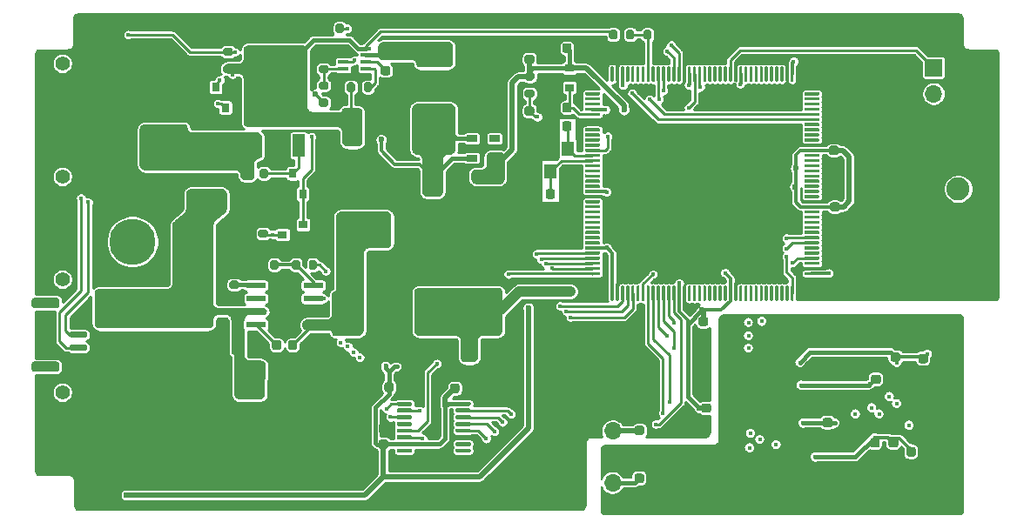
<source format=gbr>
%TF.GenerationSoftware,KiCad,Pcbnew,(5.1.10)-1*%
%TF.CreationDate,2021-12-05T20:13:46+08:00*%
%TF.ProjectId,project,70726f6a-6563-4742-9e6b-696361645f70,1.0.1*%
%TF.SameCoordinates,Original*%
%TF.FileFunction,Copper,L4,Bot*%
%TF.FilePolarity,Positive*%
%FSLAX46Y46*%
G04 Gerber Fmt 4.6, Leading zero omitted, Abs format (unit mm)*
G04 Created by KiCad (PCBNEW (5.1.10)-1) date 2021-12-05 20:13:46*
%MOMM*%
%LPD*%
G01*
G04 APERTURE LIST*
%TA.AperFunction,ComponentPad*%
%ADD10O,1.700000X1.700000*%
%TD*%
%TA.AperFunction,ComponentPad*%
%ADD11R,1.700000X1.700000*%
%TD*%
%TA.AperFunction,SMDPad,CuDef*%
%ADD12R,1.200000X1.400000*%
%TD*%
%TA.AperFunction,SMDPad,CuDef*%
%ADD13R,1.060000X0.400000*%
%TD*%
%TA.AperFunction,SMDPad,CuDef*%
%ADD14R,1.205000X1.550000*%
%TD*%
%TA.AperFunction,SMDPad,CuDef*%
%ADD15R,1.910000X0.610000*%
%TD*%
%TA.AperFunction,SMDPad,CuDef*%
%ADD16R,0.900000X0.800000*%
%TD*%
%TA.AperFunction,SMDPad,CuDef*%
%ADD17R,1.060000X0.650000*%
%TD*%
%TA.AperFunction,SMDPad,CuDef*%
%ADD18R,0.800000X0.900000*%
%TD*%
%TA.AperFunction,SMDPad,CuDef*%
%ADD19R,5.800000X6.400000*%
%TD*%
%TA.AperFunction,SMDPad,CuDef*%
%ADD20R,1.200000X2.200000*%
%TD*%
%TA.AperFunction,ComponentPad*%
%ADD21C,4.500000*%
%TD*%
%TA.AperFunction,SMDPad,CuDef*%
%ADD22R,2.700000X3.600000*%
%TD*%
%TA.AperFunction,ComponentPad*%
%ADD23C,3.500000*%
%TD*%
%TA.AperFunction,ComponentPad*%
%ADD24R,3.500000X3.500000*%
%TD*%
%TA.AperFunction,ComponentPad*%
%ADD25C,1.400000*%
%TD*%
%TA.AperFunction,ComponentPad*%
%ADD26C,2.250000*%
%TD*%
%TA.AperFunction,SMDPad,CuDef*%
%ADD27R,1.000000X0.950000*%
%TD*%
%TA.AperFunction,SMDPad,CuDef*%
%ADD28R,4.900000X3.200000*%
%TD*%
%TA.AperFunction,ViaPad*%
%ADD29C,0.600000*%
%TD*%
%TA.AperFunction,ViaPad*%
%ADD30C,0.450000*%
%TD*%
%TA.AperFunction,ViaPad*%
%ADD31C,0.400000*%
%TD*%
%TA.AperFunction,Conductor*%
%ADD32C,0.300000*%
%TD*%
%TA.AperFunction,Conductor*%
%ADD33C,0.400000*%
%TD*%
%TA.AperFunction,Conductor*%
%ADD34C,0.500000*%
%TD*%
%TA.AperFunction,Conductor*%
%ADD35C,0.254000*%
%TD*%
%TA.AperFunction,Conductor*%
%ADD36C,0.293000*%
%TD*%
%TA.AperFunction,Conductor*%
%ADD37C,1.000000*%
%TD*%
%TA.AperFunction,Conductor*%
%ADD38C,0.200000*%
%TD*%
%TA.AperFunction,Conductor*%
%ADD39C,0.350000*%
%TD*%
%TA.AperFunction,Conductor*%
%ADD40C,0.220000*%
%TD*%
%ADD41C,0.300000*%
%ADD42C,0.200000*%
%ADD43C,0.350000*%
G04 APERTURE END LIST*
%TO.P,C58,2*%
%TO.N,EP*%
%TA.AperFunction,SMDPad,CuDef*%
G36*
G01*
X153850000Y-74100000D02*
X153350000Y-74100000D01*
G75*
G02*
X153125000Y-73875000I0J225000D01*
G01*
X153125000Y-73425000D01*
G75*
G02*
X153350000Y-73200000I225000J0D01*
G01*
X153850000Y-73200000D01*
G75*
G02*
X154075000Y-73425000I0J-225000D01*
G01*
X154075000Y-73875000D01*
G75*
G02*
X153850000Y-74100000I-225000J0D01*
G01*
G37*
%TD.AperFunction*%
%TO.P,C58,1*%
%TO.N,+3V3*%
%TA.AperFunction,SMDPad,CuDef*%
G36*
G01*
X153850000Y-75650000D02*
X153350000Y-75650000D01*
G75*
G02*
X153125000Y-75425000I0J225000D01*
G01*
X153125000Y-74975000D01*
G75*
G02*
X153350000Y-74750000I225000J0D01*
G01*
X153850000Y-74750000D01*
G75*
G02*
X154075000Y-74975000I0J-225000D01*
G01*
X154075000Y-75425000D01*
G75*
G02*
X153850000Y-75650000I-225000J0D01*
G01*
G37*
%TD.AperFunction*%
%TD*%
%TO.P,C56,2*%
%TO.N,EP*%
%TA.AperFunction,SMDPad,CuDef*%
G36*
G01*
X170250000Y-101800000D02*
X170750000Y-101800000D01*
G75*
G02*
X170975000Y-102025000I0J-225000D01*
G01*
X170975000Y-102475000D01*
G75*
G02*
X170750000Y-102700000I-225000J0D01*
G01*
X170250000Y-102700000D01*
G75*
G02*
X170025000Y-102475000I0J225000D01*
G01*
X170025000Y-102025000D01*
G75*
G02*
X170250000Y-101800000I225000J0D01*
G01*
G37*
%TD.AperFunction*%
%TO.P,C56,1*%
%TO.N,+3V3*%
%TA.AperFunction,SMDPad,CuDef*%
G36*
G01*
X170250000Y-100250000D02*
X170750000Y-100250000D01*
G75*
G02*
X170975000Y-100475000I0J-225000D01*
G01*
X170975000Y-100925000D01*
G75*
G02*
X170750000Y-101150000I-225000J0D01*
G01*
X170250000Y-101150000D01*
G75*
G02*
X170025000Y-100925000I0J225000D01*
G01*
X170025000Y-100475000D01*
G75*
G02*
X170250000Y-100250000I225000J0D01*
G01*
G37*
%TD.AperFunction*%
%TD*%
%TO.P,C54,2*%
%TO.N,EP*%
%TA.AperFunction,SMDPad,CuDef*%
G36*
G01*
X183450000Y-82950000D02*
X182950000Y-82950000D01*
G75*
G02*
X182725000Y-82725000I0J225000D01*
G01*
X182725000Y-82275000D01*
G75*
G02*
X182950000Y-82050000I225000J0D01*
G01*
X183450000Y-82050000D01*
G75*
G02*
X183675000Y-82275000I0J-225000D01*
G01*
X183675000Y-82725000D01*
G75*
G02*
X183450000Y-82950000I-225000J0D01*
G01*
G37*
%TD.AperFunction*%
%TO.P,C54,1*%
%TO.N,+3V3*%
%TA.AperFunction,SMDPad,CuDef*%
G36*
G01*
X183450000Y-84500000D02*
X182950000Y-84500000D01*
G75*
G02*
X182725000Y-84275000I0J225000D01*
G01*
X182725000Y-83825000D01*
G75*
G02*
X182950000Y-83600000I225000J0D01*
G01*
X183450000Y-83600000D01*
G75*
G02*
X183675000Y-83825000I0J-225000D01*
G01*
X183675000Y-84275000D01*
G75*
G02*
X183450000Y-84500000I-225000J0D01*
G01*
G37*
%TD.AperFunction*%
%TD*%
%TO.P,C53,2*%
%TO.N,EP*%
%TA.AperFunction,SMDPad,CuDef*%
G36*
G01*
X183550000Y-88450000D02*
X183050000Y-88450000D01*
G75*
G02*
X182825000Y-88225000I0J225000D01*
G01*
X182825000Y-87775000D01*
G75*
G02*
X183050000Y-87550000I225000J0D01*
G01*
X183550000Y-87550000D01*
G75*
G02*
X183775000Y-87775000I0J-225000D01*
G01*
X183775000Y-88225000D01*
G75*
G02*
X183550000Y-88450000I-225000J0D01*
G01*
G37*
%TD.AperFunction*%
%TO.P,C53,1*%
%TO.N,+3V3*%
%TA.AperFunction,SMDPad,CuDef*%
G36*
G01*
X183550000Y-90000000D02*
X183050000Y-90000000D01*
G75*
G02*
X182825000Y-89775000I0J225000D01*
G01*
X182825000Y-89325000D01*
G75*
G02*
X183050000Y-89100000I225000J0D01*
G01*
X183550000Y-89100000D01*
G75*
G02*
X183775000Y-89325000I0J-225000D01*
G01*
X183775000Y-89775000D01*
G75*
G02*
X183550000Y-90000000I-225000J0D01*
G01*
G37*
%TD.AperFunction*%
%TD*%
%TO.P,C51,2*%
%TO.N,EP*%
%TA.AperFunction,SMDPad,CuDef*%
G36*
G01*
X149150000Y-104275000D02*
X149150000Y-103325000D01*
G75*
G02*
X149400000Y-103075000I250000J0D01*
G01*
X149900000Y-103075000D01*
G75*
G02*
X150150000Y-103325000I0J-250000D01*
G01*
X150150000Y-104275000D01*
G75*
G02*
X149900000Y-104525000I-250000J0D01*
G01*
X149400000Y-104525000D01*
G75*
G02*
X149150000Y-104275000I0J250000D01*
G01*
G37*
%TD.AperFunction*%
%TO.P,C51,1*%
%TO.N,+7.5V*%
%TA.AperFunction,SMDPad,CuDef*%
G36*
G01*
X147250000Y-104275000D02*
X147250000Y-103325000D01*
G75*
G02*
X147500000Y-103075000I250000J0D01*
G01*
X148000000Y-103075000D01*
G75*
G02*
X148250000Y-103325000I0J-250000D01*
G01*
X148250000Y-104275000D01*
G75*
G02*
X148000000Y-104525000I-250000J0D01*
G01*
X147500000Y-104525000D01*
G75*
G02*
X147250000Y-104275000I0J250000D01*
G01*
G37*
%TD.AperFunction*%
%TD*%
D10*
%TO.P,J5,3*%
%TO.N,EP*%
X192900000Y-81080000D03*
%TO.P,J5,2*%
%TO.N,+7.5V*%
X192900000Y-78540000D03*
D11*
%TO.P,J5,1*%
%TO.N,/Connector/Servo_PWM*%
X192900000Y-76000000D03*
%TD*%
D12*
%TO.P,Y1,4*%
%TO.N,EP*%
X155650000Y-83900000D03*
%TO.P,Y1,3*%
%TO.N,/MCU/XTAL_IN*%
X155650000Y-86100000D03*
%TO.P,Y1,2*%
%TO.N,EP*%
X157350000Y-86100000D03*
%TO.P,Y1,1*%
%TO.N,/MCU/XTAL_OUT*%
X157350000Y-83900000D03*
%TD*%
%TO.P,U12,16*%
%TO.N,/Connector/LCD_CLK*%
%TA.AperFunction,SMDPad,CuDef*%
G36*
G01*
X142175000Y-108625000D02*
X142175000Y-108825000D01*
G75*
G02*
X142075000Y-108925000I-100000J0D01*
G01*
X140800000Y-108925000D01*
G75*
G02*
X140700000Y-108825000I0J100000D01*
G01*
X140700000Y-108625000D01*
G75*
G02*
X140800000Y-108525000I100000J0D01*
G01*
X142075000Y-108525000D01*
G75*
G02*
X142175000Y-108625000I0J-100000D01*
G01*
G37*
%TD.AperFunction*%
%TO.P,U12,15*%
%TO.N,/MCU/PE1*%
%TA.AperFunction,SMDPad,CuDef*%
G36*
G01*
X142175000Y-109275000D02*
X142175000Y-109475000D01*
G75*
G02*
X142075000Y-109575000I-100000J0D01*
G01*
X140800000Y-109575000D01*
G75*
G02*
X140700000Y-109475000I0J100000D01*
G01*
X140700000Y-109275000D01*
G75*
G02*
X140800000Y-109175000I100000J0D01*
G01*
X142075000Y-109175000D01*
G75*
G02*
X142175000Y-109275000I0J-100000D01*
G01*
G37*
%TD.AperFunction*%
%TO.P,U12,14*%
%TO.N,/Connector/LCD_MOSI*%
%TA.AperFunction,SMDPad,CuDef*%
G36*
G01*
X142175000Y-109925000D02*
X142175000Y-110125000D01*
G75*
G02*
X142075000Y-110225000I-100000J0D01*
G01*
X140800000Y-110225000D01*
G75*
G02*
X140700000Y-110125000I0J100000D01*
G01*
X140700000Y-109925000D01*
G75*
G02*
X140800000Y-109825000I100000J0D01*
G01*
X142075000Y-109825000D01*
G75*
G02*
X142175000Y-109925000I0J-100000D01*
G01*
G37*
%TD.AperFunction*%
%TO.P,U12,13*%
%TO.N,Net-(U12-Pad13)*%
%TA.AperFunction,SMDPad,CuDef*%
G36*
G01*
X142175000Y-110575000D02*
X142175000Y-110775000D01*
G75*
G02*
X142075000Y-110875000I-100000J0D01*
G01*
X140800000Y-110875000D01*
G75*
G02*
X140700000Y-110775000I0J100000D01*
G01*
X140700000Y-110575000D01*
G75*
G02*
X140800000Y-110475000I100000J0D01*
G01*
X142075000Y-110475000D01*
G75*
G02*
X142175000Y-110575000I0J-100000D01*
G01*
G37*
%TD.AperFunction*%
%TO.P,U12,12*%
%TO.N,/Connector/LCD_MISO*%
%TA.AperFunction,SMDPad,CuDef*%
G36*
G01*
X142175000Y-111225000D02*
X142175000Y-111425000D01*
G75*
G02*
X142075000Y-111525000I-100000J0D01*
G01*
X140800000Y-111525000D01*
G75*
G02*
X140700000Y-111425000I0J100000D01*
G01*
X140700000Y-111225000D01*
G75*
G02*
X140800000Y-111125000I100000J0D01*
G01*
X142075000Y-111125000D01*
G75*
G02*
X142175000Y-111225000I0J-100000D01*
G01*
G37*
%TD.AperFunction*%
%TO.P,U12,11*%
%TO.N,/MCU/PE0*%
%TA.AperFunction,SMDPad,CuDef*%
G36*
G01*
X142175000Y-111875000D02*
X142175000Y-112075000D01*
G75*
G02*
X142075000Y-112175000I-100000J0D01*
G01*
X140800000Y-112175000D01*
G75*
G02*
X140700000Y-112075000I0J100000D01*
G01*
X140700000Y-111875000D01*
G75*
G02*
X140800000Y-111775000I100000J0D01*
G01*
X142075000Y-111775000D01*
G75*
G02*
X142175000Y-111875000I0J-100000D01*
G01*
G37*
%TD.AperFunction*%
%TO.P,U12,10*%
%TO.N,+3V3*%
%TA.AperFunction,SMDPad,CuDef*%
G36*
G01*
X142175000Y-112525000D02*
X142175000Y-112725000D01*
G75*
G02*
X142075000Y-112825000I-100000J0D01*
G01*
X140800000Y-112825000D01*
G75*
G02*
X140700000Y-112725000I0J100000D01*
G01*
X140700000Y-112525000D01*
G75*
G02*
X140800000Y-112425000I100000J0D01*
G01*
X142075000Y-112425000D01*
G75*
G02*
X142175000Y-112525000I0J-100000D01*
G01*
G37*
%TD.AperFunction*%
%TO.P,U12,9*%
%TO.N,Net-(U12-Pad9)*%
%TA.AperFunction,SMDPad,CuDef*%
G36*
G01*
X142175000Y-113175000D02*
X142175000Y-113375000D01*
G75*
G02*
X142075000Y-113475000I-100000J0D01*
G01*
X140800000Y-113475000D01*
G75*
G02*
X140700000Y-113375000I0J100000D01*
G01*
X140700000Y-113175000D01*
G75*
G02*
X140800000Y-113075000I100000J0D01*
G01*
X142075000Y-113075000D01*
G75*
G02*
X142175000Y-113175000I0J-100000D01*
G01*
G37*
%TD.AperFunction*%
%TO.P,U12,8*%
%TO.N,Net-(U12-Pad8)*%
%TA.AperFunction,SMDPad,CuDef*%
G36*
G01*
X147900000Y-113175000D02*
X147900000Y-113375000D01*
G75*
G02*
X147800000Y-113475000I-100000J0D01*
G01*
X146525000Y-113475000D01*
G75*
G02*
X146425000Y-113375000I0J100000D01*
G01*
X146425000Y-113175000D01*
G75*
G02*
X146525000Y-113075000I100000J0D01*
G01*
X147800000Y-113075000D01*
G75*
G02*
X147900000Y-113175000I0J-100000D01*
G01*
G37*
%TD.AperFunction*%
%TO.P,U12,7*%
%TO.N,Net-(U12-Pad7)*%
%TA.AperFunction,SMDPad,CuDef*%
G36*
G01*
X147900000Y-112525000D02*
X147900000Y-112725000D01*
G75*
G02*
X147800000Y-112825000I-100000J0D01*
G01*
X146525000Y-112825000D01*
G75*
G02*
X146425000Y-112725000I0J100000D01*
G01*
X146425000Y-112525000D01*
G75*
G02*
X146525000Y-112425000I100000J0D01*
G01*
X147800000Y-112425000D01*
G75*
G02*
X147900000Y-112525000I0J-100000D01*
G01*
G37*
%TD.AperFunction*%
%TO.P,U12,6*%
%TO.N,EP*%
%TA.AperFunction,SMDPad,CuDef*%
G36*
G01*
X147900000Y-111875000D02*
X147900000Y-112075000D01*
G75*
G02*
X147800000Y-112175000I-100000J0D01*
G01*
X146525000Y-112175000D01*
G75*
G02*
X146425000Y-112075000I0J100000D01*
G01*
X146425000Y-111875000D01*
G75*
G02*
X146525000Y-111775000I100000J0D01*
G01*
X147800000Y-111775000D01*
G75*
G02*
X147900000Y-111875000I0J-100000D01*
G01*
G37*
%TD.AperFunction*%
%TO.P,U12,5*%
%TO.N,/Connector/T_YM*%
%TA.AperFunction,SMDPad,CuDef*%
G36*
G01*
X147900000Y-111225000D02*
X147900000Y-111425000D01*
G75*
G02*
X147800000Y-111525000I-100000J0D01*
G01*
X146525000Y-111525000D01*
G75*
G02*
X146425000Y-111425000I0J100000D01*
G01*
X146425000Y-111225000D01*
G75*
G02*
X146525000Y-111125000I100000J0D01*
G01*
X147800000Y-111125000D01*
G75*
G02*
X147900000Y-111225000I0J-100000D01*
G01*
G37*
%TD.AperFunction*%
%TO.P,U12,4*%
%TO.N,/Connector/T_XM*%
%TA.AperFunction,SMDPad,CuDef*%
G36*
G01*
X147900000Y-110575000D02*
X147900000Y-110775000D01*
G75*
G02*
X147800000Y-110875000I-100000J0D01*
G01*
X146525000Y-110875000D01*
G75*
G02*
X146425000Y-110775000I0J100000D01*
G01*
X146425000Y-110575000D01*
G75*
G02*
X146525000Y-110475000I100000J0D01*
G01*
X147800000Y-110475000D01*
G75*
G02*
X147900000Y-110575000I0J-100000D01*
G01*
G37*
%TD.AperFunction*%
%TO.P,U12,3*%
%TO.N,/Connector/T_YP*%
%TA.AperFunction,SMDPad,CuDef*%
G36*
G01*
X147900000Y-109925000D02*
X147900000Y-110125000D01*
G75*
G02*
X147800000Y-110225000I-100000J0D01*
G01*
X146525000Y-110225000D01*
G75*
G02*
X146425000Y-110125000I0J100000D01*
G01*
X146425000Y-109925000D01*
G75*
G02*
X146525000Y-109825000I100000J0D01*
G01*
X147800000Y-109825000D01*
G75*
G02*
X147900000Y-109925000I0J-100000D01*
G01*
G37*
%TD.AperFunction*%
%TO.P,U12,2*%
%TO.N,/Connector/T_XP*%
%TA.AperFunction,SMDPad,CuDef*%
G36*
G01*
X147900000Y-109275000D02*
X147900000Y-109475000D01*
G75*
G02*
X147800000Y-109575000I-100000J0D01*
G01*
X146525000Y-109575000D01*
G75*
G02*
X146425000Y-109475000I0J100000D01*
G01*
X146425000Y-109275000D01*
G75*
G02*
X146525000Y-109175000I100000J0D01*
G01*
X147800000Y-109175000D01*
G75*
G02*
X147900000Y-109275000I0J-100000D01*
G01*
G37*
%TD.AperFunction*%
%TO.P,U12,1*%
%TO.N,+3V3*%
%TA.AperFunction,SMDPad,CuDef*%
G36*
G01*
X147900000Y-108625000D02*
X147900000Y-108825000D01*
G75*
G02*
X147800000Y-108925000I-100000J0D01*
G01*
X146525000Y-108925000D01*
G75*
G02*
X146425000Y-108825000I0J100000D01*
G01*
X146425000Y-108625000D01*
G75*
G02*
X146525000Y-108525000I100000J0D01*
G01*
X147800000Y-108525000D01*
G75*
G02*
X147900000Y-108625000I0J-100000D01*
G01*
G37*
%TD.AperFunction*%
%TD*%
D11*
%TO.P,U7,1*%
%TO.N,EP*%
X161700000Y-108820000D03*
D10*
%TO.P,U7,2*%
%TO.N,Net-(C34-Pad1)*%
X161700000Y-111360000D03*
%TO.P,U7,3*%
%TO.N,GNDA*%
X161700000Y-113900000D03*
%TO.P,U7,4*%
%TO.N,+5VA*%
X161700000Y-116440000D03*
%TD*%
%TO.P,U5,144*%
%TO.N,+3V3*%
%TA.AperFunction,SMDPad,CuDef*%
G36*
G01*
X161500000Y-98625000D02*
X161500000Y-97300000D01*
G75*
G02*
X161575000Y-97225000I75000J0D01*
G01*
X161725000Y-97225000D01*
G75*
G02*
X161800000Y-97300000I0J-75000D01*
G01*
X161800000Y-98625000D01*
G75*
G02*
X161725000Y-98700000I-75000J0D01*
G01*
X161575000Y-98700000D01*
G75*
G02*
X161500000Y-98625000I0J75000D01*
G01*
G37*
%TD.AperFunction*%
%TO.P,U5,143*%
%TO.N,EP*%
%TA.AperFunction,SMDPad,CuDef*%
G36*
G01*
X162000000Y-98625000D02*
X162000000Y-97300000D01*
G75*
G02*
X162075000Y-97225000I75000J0D01*
G01*
X162225000Y-97225000D01*
G75*
G02*
X162300000Y-97300000I0J-75000D01*
G01*
X162300000Y-98625000D01*
G75*
G02*
X162225000Y-98700000I-75000J0D01*
G01*
X162075000Y-98700000D01*
G75*
G02*
X162000000Y-98625000I0J75000D01*
G01*
G37*
%TD.AperFunction*%
%TO.P,U5,142*%
%TO.N,/MCU/PE1*%
%TA.AperFunction,SMDPad,CuDef*%
G36*
G01*
X162500000Y-98625000D02*
X162500000Y-97300000D01*
G75*
G02*
X162575000Y-97225000I75000J0D01*
G01*
X162725000Y-97225000D01*
G75*
G02*
X162800000Y-97300000I0J-75000D01*
G01*
X162800000Y-98625000D01*
G75*
G02*
X162725000Y-98700000I-75000J0D01*
G01*
X162575000Y-98700000D01*
G75*
G02*
X162500000Y-98625000I0J75000D01*
G01*
G37*
%TD.AperFunction*%
%TO.P,U5,141*%
%TO.N,/MCU/PE0*%
%TA.AperFunction,SMDPad,CuDef*%
G36*
G01*
X163000000Y-98625000D02*
X163000000Y-97300000D01*
G75*
G02*
X163075000Y-97225000I75000J0D01*
G01*
X163225000Y-97225000D01*
G75*
G02*
X163300000Y-97300000I0J-75000D01*
G01*
X163300000Y-98625000D01*
G75*
G02*
X163225000Y-98700000I-75000J0D01*
G01*
X163075000Y-98700000D01*
G75*
G02*
X163000000Y-98625000I0J75000D01*
G01*
G37*
%TD.AperFunction*%
%TO.P,U5,140*%
%TO.N,/Connector/LCD_CS*%
%TA.AperFunction,SMDPad,CuDef*%
G36*
G01*
X163500000Y-98625000D02*
X163500000Y-97300000D01*
G75*
G02*
X163575000Y-97225000I75000J0D01*
G01*
X163725000Y-97225000D01*
G75*
G02*
X163800000Y-97300000I0J-75000D01*
G01*
X163800000Y-98625000D01*
G75*
G02*
X163725000Y-98700000I-75000J0D01*
G01*
X163575000Y-98700000D01*
G75*
G02*
X163500000Y-98625000I0J75000D01*
G01*
G37*
%TD.AperFunction*%
%TO.P,U5,139*%
%TO.N,Net-(U5-Pad139)*%
%TA.AperFunction,SMDPad,CuDef*%
G36*
G01*
X164000000Y-98625000D02*
X164000000Y-97300000D01*
G75*
G02*
X164075000Y-97225000I75000J0D01*
G01*
X164225000Y-97225000D01*
G75*
G02*
X164300000Y-97300000I0J-75000D01*
G01*
X164300000Y-98625000D01*
G75*
G02*
X164225000Y-98700000I-75000J0D01*
G01*
X164075000Y-98700000D01*
G75*
G02*
X164000000Y-98625000I0J75000D01*
G01*
G37*
%TD.AperFunction*%
%TO.P,U5,138*%
%TO.N,Net-(R16-Pad2)*%
%TA.AperFunction,SMDPad,CuDef*%
G36*
G01*
X164500000Y-98625000D02*
X164500000Y-97300000D01*
G75*
G02*
X164575000Y-97225000I75000J0D01*
G01*
X164725000Y-97225000D01*
G75*
G02*
X164800000Y-97300000I0J-75000D01*
G01*
X164800000Y-98625000D01*
G75*
G02*
X164725000Y-98700000I-75000J0D01*
G01*
X164575000Y-98700000D01*
G75*
G02*
X164500000Y-98625000I0J75000D01*
G01*
G37*
%TD.AperFunction*%
%TO.P,U5,137*%
%TO.N,/IMU/IMU_RST*%
%TA.AperFunction,SMDPad,CuDef*%
G36*
G01*
X165000000Y-98625000D02*
X165000000Y-97300000D01*
G75*
G02*
X165075000Y-97225000I75000J0D01*
G01*
X165225000Y-97225000D01*
G75*
G02*
X165300000Y-97300000I0J-75000D01*
G01*
X165300000Y-98625000D01*
G75*
G02*
X165225000Y-98700000I-75000J0D01*
G01*
X165075000Y-98700000D01*
G75*
G02*
X165000000Y-98625000I0J75000D01*
G01*
G37*
%TD.AperFunction*%
%TO.P,U5,136*%
%TO.N,/IMU/IMU_CS*%
%TA.AperFunction,SMDPad,CuDef*%
G36*
G01*
X165500000Y-98625000D02*
X165500000Y-97300000D01*
G75*
G02*
X165575000Y-97225000I75000J0D01*
G01*
X165725000Y-97225000D01*
G75*
G02*
X165800000Y-97300000I0J-75000D01*
G01*
X165800000Y-98625000D01*
G75*
G02*
X165725000Y-98700000I-75000J0D01*
G01*
X165575000Y-98700000D01*
G75*
G02*
X165500000Y-98625000I0J75000D01*
G01*
G37*
%TD.AperFunction*%
%TO.P,U5,135*%
%TO.N,/IMU/IMU_MOSI*%
%TA.AperFunction,SMDPad,CuDef*%
G36*
G01*
X166000000Y-98625000D02*
X166000000Y-97300000D01*
G75*
G02*
X166075000Y-97225000I75000J0D01*
G01*
X166225000Y-97225000D01*
G75*
G02*
X166300000Y-97300000I0J-75000D01*
G01*
X166300000Y-98625000D01*
G75*
G02*
X166225000Y-98700000I-75000J0D01*
G01*
X166075000Y-98700000D01*
G75*
G02*
X166000000Y-98625000I0J75000D01*
G01*
G37*
%TD.AperFunction*%
%TO.P,U5,134*%
%TO.N,/IMU/IMU_MISO*%
%TA.AperFunction,SMDPad,CuDef*%
G36*
G01*
X166500000Y-98625000D02*
X166500000Y-97300000D01*
G75*
G02*
X166575000Y-97225000I75000J0D01*
G01*
X166725000Y-97225000D01*
G75*
G02*
X166800000Y-97300000I0J-75000D01*
G01*
X166800000Y-98625000D01*
G75*
G02*
X166725000Y-98700000I-75000J0D01*
G01*
X166575000Y-98700000D01*
G75*
G02*
X166500000Y-98625000I0J75000D01*
G01*
G37*
%TD.AperFunction*%
%TO.P,U5,133*%
%TO.N,/IMU/IMU_CLK*%
%TA.AperFunction,SMDPad,CuDef*%
G36*
G01*
X167000000Y-98625000D02*
X167000000Y-97300000D01*
G75*
G02*
X167075000Y-97225000I75000J0D01*
G01*
X167225000Y-97225000D01*
G75*
G02*
X167300000Y-97300000I0J-75000D01*
G01*
X167300000Y-98625000D01*
G75*
G02*
X167225000Y-98700000I-75000J0D01*
G01*
X167075000Y-98700000D01*
G75*
G02*
X167000000Y-98625000I0J75000D01*
G01*
G37*
%TD.AperFunction*%
%TO.P,U5,132*%
%TO.N,/IMU/IMU_DR*%
%TA.AperFunction,SMDPad,CuDef*%
G36*
G01*
X167500000Y-98625000D02*
X167500000Y-97300000D01*
G75*
G02*
X167575000Y-97225000I75000J0D01*
G01*
X167725000Y-97225000D01*
G75*
G02*
X167800000Y-97300000I0J-75000D01*
G01*
X167800000Y-98625000D01*
G75*
G02*
X167725000Y-98700000I-75000J0D01*
G01*
X167575000Y-98700000D01*
G75*
G02*
X167500000Y-98625000I0J75000D01*
G01*
G37*
%TD.AperFunction*%
%TO.P,U5,131*%
%TO.N,+3V3*%
%TA.AperFunction,SMDPad,CuDef*%
G36*
G01*
X168000000Y-98625000D02*
X168000000Y-97300000D01*
G75*
G02*
X168075000Y-97225000I75000J0D01*
G01*
X168225000Y-97225000D01*
G75*
G02*
X168300000Y-97300000I0J-75000D01*
G01*
X168300000Y-98625000D01*
G75*
G02*
X168225000Y-98700000I-75000J0D01*
G01*
X168075000Y-98700000D01*
G75*
G02*
X168000000Y-98625000I0J75000D01*
G01*
G37*
%TD.AperFunction*%
%TO.P,U5,130*%
%TO.N,EP*%
%TA.AperFunction,SMDPad,CuDef*%
G36*
G01*
X168500000Y-98625000D02*
X168500000Y-97300000D01*
G75*
G02*
X168575000Y-97225000I75000J0D01*
G01*
X168725000Y-97225000D01*
G75*
G02*
X168800000Y-97300000I0J-75000D01*
G01*
X168800000Y-98625000D01*
G75*
G02*
X168725000Y-98700000I-75000J0D01*
G01*
X168575000Y-98700000D01*
G75*
G02*
X168500000Y-98625000I0J75000D01*
G01*
G37*
%TD.AperFunction*%
%TO.P,U5,129*%
%TO.N,Net-(U5-Pad129)*%
%TA.AperFunction,SMDPad,CuDef*%
G36*
G01*
X169000000Y-98625000D02*
X169000000Y-97300000D01*
G75*
G02*
X169075000Y-97225000I75000J0D01*
G01*
X169225000Y-97225000D01*
G75*
G02*
X169300000Y-97300000I0J-75000D01*
G01*
X169300000Y-98625000D01*
G75*
G02*
X169225000Y-98700000I-75000J0D01*
G01*
X169075000Y-98700000D01*
G75*
G02*
X169000000Y-98625000I0J75000D01*
G01*
G37*
%TD.AperFunction*%
%TO.P,U5,128*%
%TO.N,Net-(U5-Pad128)*%
%TA.AperFunction,SMDPad,CuDef*%
G36*
G01*
X169500000Y-98625000D02*
X169500000Y-97300000D01*
G75*
G02*
X169575000Y-97225000I75000J0D01*
G01*
X169725000Y-97225000D01*
G75*
G02*
X169800000Y-97300000I0J-75000D01*
G01*
X169800000Y-98625000D01*
G75*
G02*
X169725000Y-98700000I-75000J0D01*
G01*
X169575000Y-98700000D01*
G75*
G02*
X169500000Y-98625000I0J75000D01*
G01*
G37*
%TD.AperFunction*%
%TO.P,U5,127*%
%TO.N,Net-(U5-Pad127)*%
%TA.AperFunction,SMDPad,CuDef*%
G36*
G01*
X170000000Y-98625000D02*
X170000000Y-97300000D01*
G75*
G02*
X170075000Y-97225000I75000J0D01*
G01*
X170225000Y-97225000D01*
G75*
G02*
X170300000Y-97300000I0J-75000D01*
G01*
X170300000Y-98625000D01*
G75*
G02*
X170225000Y-98700000I-75000J0D01*
G01*
X170075000Y-98700000D01*
G75*
G02*
X170000000Y-98625000I0J75000D01*
G01*
G37*
%TD.AperFunction*%
%TO.P,U5,126*%
%TO.N,Net-(U5-Pad126)*%
%TA.AperFunction,SMDPad,CuDef*%
G36*
G01*
X170500000Y-98625000D02*
X170500000Y-97300000D01*
G75*
G02*
X170575000Y-97225000I75000J0D01*
G01*
X170725000Y-97225000D01*
G75*
G02*
X170800000Y-97300000I0J-75000D01*
G01*
X170800000Y-98625000D01*
G75*
G02*
X170725000Y-98700000I-75000J0D01*
G01*
X170575000Y-98700000D01*
G75*
G02*
X170500000Y-98625000I0J75000D01*
G01*
G37*
%TD.AperFunction*%
%TO.P,U5,125*%
%TO.N,Net-(U5-Pad125)*%
%TA.AperFunction,SMDPad,CuDef*%
G36*
G01*
X171000000Y-98625000D02*
X171000000Y-97300000D01*
G75*
G02*
X171075000Y-97225000I75000J0D01*
G01*
X171225000Y-97225000D01*
G75*
G02*
X171300000Y-97300000I0J-75000D01*
G01*
X171300000Y-98625000D01*
G75*
G02*
X171225000Y-98700000I-75000J0D01*
G01*
X171075000Y-98700000D01*
G75*
G02*
X171000000Y-98625000I0J75000D01*
G01*
G37*
%TD.AperFunction*%
%TO.P,U5,124*%
%TO.N,Net-(U5-Pad124)*%
%TA.AperFunction,SMDPad,CuDef*%
G36*
G01*
X171500000Y-98625000D02*
X171500000Y-97300000D01*
G75*
G02*
X171575000Y-97225000I75000J0D01*
G01*
X171725000Y-97225000D01*
G75*
G02*
X171800000Y-97300000I0J-75000D01*
G01*
X171800000Y-98625000D01*
G75*
G02*
X171725000Y-98700000I-75000J0D01*
G01*
X171575000Y-98700000D01*
G75*
G02*
X171500000Y-98625000I0J75000D01*
G01*
G37*
%TD.AperFunction*%
%TO.P,U5,123*%
%TO.N,Net-(U5-Pad123)*%
%TA.AperFunction,SMDPad,CuDef*%
G36*
G01*
X172000000Y-98625000D02*
X172000000Y-97300000D01*
G75*
G02*
X172075000Y-97225000I75000J0D01*
G01*
X172225000Y-97225000D01*
G75*
G02*
X172300000Y-97300000I0J-75000D01*
G01*
X172300000Y-98625000D01*
G75*
G02*
X172225000Y-98700000I-75000J0D01*
G01*
X172075000Y-98700000D01*
G75*
G02*
X172000000Y-98625000I0J75000D01*
G01*
G37*
%TD.AperFunction*%
%TO.P,U5,122*%
%TO.N,Net-(U5-Pad122)*%
%TA.AperFunction,SMDPad,CuDef*%
G36*
G01*
X172500000Y-98625000D02*
X172500000Y-97300000D01*
G75*
G02*
X172575000Y-97225000I75000J0D01*
G01*
X172725000Y-97225000D01*
G75*
G02*
X172800000Y-97300000I0J-75000D01*
G01*
X172800000Y-98625000D01*
G75*
G02*
X172725000Y-98700000I-75000J0D01*
G01*
X172575000Y-98700000D01*
G75*
G02*
X172500000Y-98625000I0J75000D01*
G01*
G37*
%TD.AperFunction*%
%TO.P,U5,121*%
%TO.N,+3V3*%
%TA.AperFunction,SMDPad,CuDef*%
G36*
G01*
X173000000Y-98625000D02*
X173000000Y-97300000D01*
G75*
G02*
X173075000Y-97225000I75000J0D01*
G01*
X173225000Y-97225000D01*
G75*
G02*
X173300000Y-97300000I0J-75000D01*
G01*
X173300000Y-98625000D01*
G75*
G02*
X173225000Y-98700000I-75000J0D01*
G01*
X173075000Y-98700000D01*
G75*
G02*
X173000000Y-98625000I0J75000D01*
G01*
G37*
%TD.AperFunction*%
%TO.P,U5,120*%
%TO.N,EP*%
%TA.AperFunction,SMDPad,CuDef*%
G36*
G01*
X173500000Y-98625000D02*
X173500000Y-97300000D01*
G75*
G02*
X173575000Y-97225000I75000J0D01*
G01*
X173725000Y-97225000D01*
G75*
G02*
X173800000Y-97300000I0J-75000D01*
G01*
X173800000Y-98625000D01*
G75*
G02*
X173725000Y-98700000I-75000J0D01*
G01*
X173575000Y-98700000D01*
G75*
G02*
X173500000Y-98625000I0J75000D01*
G01*
G37*
%TD.AperFunction*%
%TO.P,U5,119*%
%TO.N,Net-(U5-Pad119)*%
%TA.AperFunction,SMDPad,CuDef*%
G36*
G01*
X174000000Y-98625000D02*
X174000000Y-97300000D01*
G75*
G02*
X174075000Y-97225000I75000J0D01*
G01*
X174225000Y-97225000D01*
G75*
G02*
X174300000Y-97300000I0J-75000D01*
G01*
X174300000Y-98625000D01*
G75*
G02*
X174225000Y-98700000I-75000J0D01*
G01*
X174075000Y-98700000D01*
G75*
G02*
X174000000Y-98625000I0J75000D01*
G01*
G37*
%TD.AperFunction*%
%TO.P,U5,118*%
%TO.N,Net-(U5-Pad118)*%
%TA.AperFunction,SMDPad,CuDef*%
G36*
G01*
X174500000Y-98625000D02*
X174500000Y-97300000D01*
G75*
G02*
X174575000Y-97225000I75000J0D01*
G01*
X174725000Y-97225000D01*
G75*
G02*
X174800000Y-97300000I0J-75000D01*
G01*
X174800000Y-98625000D01*
G75*
G02*
X174725000Y-98700000I-75000J0D01*
G01*
X174575000Y-98700000D01*
G75*
G02*
X174500000Y-98625000I0J75000D01*
G01*
G37*
%TD.AperFunction*%
%TO.P,U5,117*%
%TO.N,Net-(U5-Pad117)*%
%TA.AperFunction,SMDPad,CuDef*%
G36*
G01*
X175000000Y-98625000D02*
X175000000Y-97300000D01*
G75*
G02*
X175075000Y-97225000I75000J0D01*
G01*
X175225000Y-97225000D01*
G75*
G02*
X175300000Y-97300000I0J-75000D01*
G01*
X175300000Y-98625000D01*
G75*
G02*
X175225000Y-98700000I-75000J0D01*
G01*
X175075000Y-98700000D01*
G75*
G02*
X175000000Y-98625000I0J75000D01*
G01*
G37*
%TD.AperFunction*%
%TO.P,U5,116*%
%TO.N,Net-(U5-Pad116)*%
%TA.AperFunction,SMDPad,CuDef*%
G36*
G01*
X175500000Y-98625000D02*
X175500000Y-97300000D01*
G75*
G02*
X175575000Y-97225000I75000J0D01*
G01*
X175725000Y-97225000D01*
G75*
G02*
X175800000Y-97300000I0J-75000D01*
G01*
X175800000Y-98625000D01*
G75*
G02*
X175725000Y-98700000I-75000J0D01*
G01*
X175575000Y-98700000D01*
G75*
G02*
X175500000Y-98625000I0J75000D01*
G01*
G37*
%TD.AperFunction*%
%TO.P,U5,115*%
%TO.N,Net-(U5-Pad115)*%
%TA.AperFunction,SMDPad,CuDef*%
G36*
G01*
X176000000Y-98625000D02*
X176000000Y-97300000D01*
G75*
G02*
X176075000Y-97225000I75000J0D01*
G01*
X176225000Y-97225000D01*
G75*
G02*
X176300000Y-97300000I0J-75000D01*
G01*
X176300000Y-98625000D01*
G75*
G02*
X176225000Y-98700000I-75000J0D01*
G01*
X176075000Y-98700000D01*
G75*
G02*
X176000000Y-98625000I0J75000D01*
G01*
G37*
%TD.AperFunction*%
%TO.P,U5,114*%
%TO.N,Net-(U5-Pad114)*%
%TA.AperFunction,SMDPad,CuDef*%
G36*
G01*
X176500000Y-98625000D02*
X176500000Y-97300000D01*
G75*
G02*
X176575000Y-97225000I75000J0D01*
G01*
X176725000Y-97225000D01*
G75*
G02*
X176800000Y-97300000I0J-75000D01*
G01*
X176800000Y-98625000D01*
G75*
G02*
X176725000Y-98700000I-75000J0D01*
G01*
X176575000Y-98700000D01*
G75*
G02*
X176500000Y-98625000I0J75000D01*
G01*
G37*
%TD.AperFunction*%
%TO.P,U5,113*%
%TO.N,Net-(U5-Pad113)*%
%TA.AperFunction,SMDPad,CuDef*%
G36*
G01*
X177000000Y-98625000D02*
X177000000Y-97300000D01*
G75*
G02*
X177075000Y-97225000I75000J0D01*
G01*
X177225000Y-97225000D01*
G75*
G02*
X177300000Y-97300000I0J-75000D01*
G01*
X177300000Y-98625000D01*
G75*
G02*
X177225000Y-98700000I-75000J0D01*
G01*
X177075000Y-98700000D01*
G75*
G02*
X177000000Y-98625000I0J75000D01*
G01*
G37*
%TD.AperFunction*%
%TO.P,U5,112*%
%TO.N,Net-(U5-Pad112)*%
%TA.AperFunction,SMDPad,CuDef*%
G36*
G01*
X177500000Y-98625000D02*
X177500000Y-97300000D01*
G75*
G02*
X177575000Y-97225000I75000J0D01*
G01*
X177725000Y-97225000D01*
G75*
G02*
X177800000Y-97300000I0J-75000D01*
G01*
X177800000Y-98625000D01*
G75*
G02*
X177725000Y-98700000I-75000J0D01*
G01*
X177575000Y-98700000D01*
G75*
G02*
X177500000Y-98625000I0J75000D01*
G01*
G37*
%TD.AperFunction*%
%TO.P,U5,111*%
%TO.N,Net-(U5-Pad111)*%
%TA.AperFunction,SMDPad,CuDef*%
G36*
G01*
X178000000Y-98625000D02*
X178000000Y-97300000D01*
G75*
G02*
X178075000Y-97225000I75000J0D01*
G01*
X178225000Y-97225000D01*
G75*
G02*
X178300000Y-97300000I0J-75000D01*
G01*
X178300000Y-98625000D01*
G75*
G02*
X178225000Y-98700000I-75000J0D01*
G01*
X178075000Y-98700000D01*
G75*
G02*
X178000000Y-98625000I0J75000D01*
G01*
G37*
%TD.AperFunction*%
%TO.P,U5,110*%
%TO.N,Net-(U5-Pad110)*%
%TA.AperFunction,SMDPad,CuDef*%
G36*
G01*
X178500000Y-98625000D02*
X178500000Y-97300000D01*
G75*
G02*
X178575000Y-97225000I75000J0D01*
G01*
X178725000Y-97225000D01*
G75*
G02*
X178800000Y-97300000I0J-75000D01*
G01*
X178800000Y-98625000D01*
G75*
G02*
X178725000Y-98700000I-75000J0D01*
G01*
X178575000Y-98700000D01*
G75*
G02*
X178500000Y-98625000I0J75000D01*
G01*
G37*
%TD.AperFunction*%
%TO.P,U5,109*%
%TO.N,/Connector/SWDCLK*%
%TA.AperFunction,SMDPad,CuDef*%
G36*
G01*
X179000000Y-98625000D02*
X179000000Y-97300000D01*
G75*
G02*
X179075000Y-97225000I75000J0D01*
G01*
X179225000Y-97225000D01*
G75*
G02*
X179300000Y-97300000I0J-75000D01*
G01*
X179300000Y-98625000D01*
G75*
G02*
X179225000Y-98700000I-75000J0D01*
G01*
X179075000Y-98700000D01*
G75*
G02*
X179000000Y-98625000I0J75000D01*
G01*
G37*
%TD.AperFunction*%
%TO.P,U5,108*%
%TO.N,+3V3*%
%TA.AperFunction,SMDPad,CuDef*%
G36*
G01*
X180325000Y-96125000D02*
X180325000Y-95975000D01*
G75*
G02*
X180400000Y-95900000I75000J0D01*
G01*
X181725000Y-95900000D01*
G75*
G02*
X181800000Y-95975000I0J-75000D01*
G01*
X181800000Y-96125000D01*
G75*
G02*
X181725000Y-96200000I-75000J0D01*
G01*
X180400000Y-96200000D01*
G75*
G02*
X180325000Y-96125000I0J75000D01*
G01*
G37*
%TD.AperFunction*%
%TO.P,U5,107*%
%TO.N,EP*%
%TA.AperFunction,SMDPad,CuDef*%
G36*
G01*
X180325000Y-95625000D02*
X180325000Y-95475000D01*
G75*
G02*
X180400000Y-95400000I75000J0D01*
G01*
X181725000Y-95400000D01*
G75*
G02*
X181800000Y-95475000I0J-75000D01*
G01*
X181800000Y-95625000D01*
G75*
G02*
X181725000Y-95700000I-75000J0D01*
G01*
X180400000Y-95700000D01*
G75*
G02*
X180325000Y-95625000I0J75000D01*
G01*
G37*
%TD.AperFunction*%
%TO.P,U5,106*%
%TO.N,Net-(U5-Pad106)*%
%TA.AperFunction,SMDPad,CuDef*%
G36*
G01*
X180325000Y-95125000D02*
X180325000Y-94975000D01*
G75*
G02*
X180400000Y-94900000I75000J0D01*
G01*
X181725000Y-94900000D01*
G75*
G02*
X181800000Y-94975000I0J-75000D01*
G01*
X181800000Y-95125000D01*
G75*
G02*
X181725000Y-95200000I-75000J0D01*
G01*
X180400000Y-95200000D01*
G75*
G02*
X180325000Y-95125000I0J75000D01*
G01*
G37*
%TD.AperFunction*%
%TO.P,U5,105*%
%TO.N,/Connector/SWDIO*%
%TA.AperFunction,SMDPad,CuDef*%
G36*
G01*
X180325000Y-94625000D02*
X180325000Y-94475000D01*
G75*
G02*
X180400000Y-94400000I75000J0D01*
G01*
X181725000Y-94400000D01*
G75*
G02*
X181800000Y-94475000I0J-75000D01*
G01*
X181800000Y-94625000D01*
G75*
G02*
X181725000Y-94700000I-75000J0D01*
G01*
X180400000Y-94700000D01*
G75*
G02*
X180325000Y-94625000I0J75000D01*
G01*
G37*
%TD.AperFunction*%
%TO.P,U5,104*%
%TO.N,Net-(U5-Pad104)*%
%TA.AperFunction,SMDPad,CuDef*%
G36*
G01*
X180325000Y-94125000D02*
X180325000Y-93975000D01*
G75*
G02*
X180400000Y-93900000I75000J0D01*
G01*
X181725000Y-93900000D01*
G75*
G02*
X181800000Y-93975000I0J-75000D01*
G01*
X181800000Y-94125000D01*
G75*
G02*
X181725000Y-94200000I-75000J0D01*
G01*
X180400000Y-94200000D01*
G75*
G02*
X180325000Y-94125000I0J75000D01*
G01*
G37*
%TD.AperFunction*%
%TO.P,U5,103*%
%TO.N,Net-(U5-Pad103)*%
%TA.AperFunction,SMDPad,CuDef*%
G36*
G01*
X180325000Y-93625000D02*
X180325000Y-93475000D01*
G75*
G02*
X180400000Y-93400000I75000J0D01*
G01*
X181725000Y-93400000D01*
G75*
G02*
X181800000Y-93475000I0J-75000D01*
G01*
X181800000Y-93625000D01*
G75*
G02*
X181725000Y-93700000I-75000J0D01*
G01*
X180400000Y-93700000D01*
G75*
G02*
X180325000Y-93625000I0J75000D01*
G01*
G37*
%TD.AperFunction*%
%TO.P,U5,102*%
%TO.N,/Connector/DEBUG_TX*%
%TA.AperFunction,SMDPad,CuDef*%
G36*
G01*
X180325000Y-93125000D02*
X180325000Y-92975000D01*
G75*
G02*
X180400000Y-92900000I75000J0D01*
G01*
X181725000Y-92900000D01*
G75*
G02*
X181800000Y-92975000I0J-75000D01*
G01*
X181800000Y-93125000D01*
G75*
G02*
X181725000Y-93200000I-75000J0D01*
G01*
X180400000Y-93200000D01*
G75*
G02*
X180325000Y-93125000I0J75000D01*
G01*
G37*
%TD.AperFunction*%
%TO.P,U5,101*%
%TO.N,/Connector/DEBUG_RX*%
%TA.AperFunction,SMDPad,CuDef*%
G36*
G01*
X180325000Y-92625000D02*
X180325000Y-92475000D01*
G75*
G02*
X180400000Y-92400000I75000J0D01*
G01*
X181725000Y-92400000D01*
G75*
G02*
X181800000Y-92475000I0J-75000D01*
G01*
X181800000Y-92625000D01*
G75*
G02*
X181725000Y-92700000I-75000J0D01*
G01*
X180400000Y-92700000D01*
G75*
G02*
X180325000Y-92625000I0J75000D01*
G01*
G37*
%TD.AperFunction*%
%TO.P,U5,100*%
%TO.N,Net-(U5-Pad100)*%
%TA.AperFunction,SMDPad,CuDef*%
G36*
G01*
X180325000Y-92125000D02*
X180325000Y-91975000D01*
G75*
G02*
X180400000Y-91900000I75000J0D01*
G01*
X181725000Y-91900000D01*
G75*
G02*
X181800000Y-91975000I0J-75000D01*
G01*
X181800000Y-92125000D01*
G75*
G02*
X181725000Y-92200000I-75000J0D01*
G01*
X180400000Y-92200000D01*
G75*
G02*
X180325000Y-92125000I0J75000D01*
G01*
G37*
%TD.AperFunction*%
%TO.P,U5,99*%
%TO.N,Net-(U5-Pad99)*%
%TA.AperFunction,SMDPad,CuDef*%
G36*
G01*
X180325000Y-91625000D02*
X180325000Y-91475000D01*
G75*
G02*
X180400000Y-91400000I75000J0D01*
G01*
X181725000Y-91400000D01*
G75*
G02*
X181800000Y-91475000I0J-75000D01*
G01*
X181800000Y-91625000D01*
G75*
G02*
X181725000Y-91700000I-75000J0D01*
G01*
X180400000Y-91700000D01*
G75*
G02*
X180325000Y-91625000I0J75000D01*
G01*
G37*
%TD.AperFunction*%
%TO.P,U5,98*%
%TO.N,Net-(U5-Pad98)*%
%TA.AperFunction,SMDPad,CuDef*%
G36*
G01*
X180325000Y-91125000D02*
X180325000Y-90975000D01*
G75*
G02*
X180400000Y-90900000I75000J0D01*
G01*
X181725000Y-90900000D01*
G75*
G02*
X181800000Y-90975000I0J-75000D01*
G01*
X181800000Y-91125000D01*
G75*
G02*
X181725000Y-91200000I-75000J0D01*
G01*
X180400000Y-91200000D01*
G75*
G02*
X180325000Y-91125000I0J75000D01*
G01*
G37*
%TD.AperFunction*%
%TO.P,U5,97*%
%TO.N,Net-(U5-Pad97)*%
%TA.AperFunction,SMDPad,CuDef*%
G36*
G01*
X180325000Y-90625000D02*
X180325000Y-90475000D01*
G75*
G02*
X180400000Y-90400000I75000J0D01*
G01*
X181725000Y-90400000D01*
G75*
G02*
X181800000Y-90475000I0J-75000D01*
G01*
X181800000Y-90625000D01*
G75*
G02*
X181725000Y-90700000I-75000J0D01*
G01*
X180400000Y-90700000D01*
G75*
G02*
X180325000Y-90625000I0J75000D01*
G01*
G37*
%TD.AperFunction*%
%TO.P,U5,96*%
%TO.N,Net-(U5-Pad96)*%
%TA.AperFunction,SMDPad,CuDef*%
G36*
G01*
X180325000Y-90125000D02*
X180325000Y-89975000D01*
G75*
G02*
X180400000Y-89900000I75000J0D01*
G01*
X181725000Y-89900000D01*
G75*
G02*
X181800000Y-89975000I0J-75000D01*
G01*
X181800000Y-90125000D01*
G75*
G02*
X181725000Y-90200000I-75000J0D01*
G01*
X180400000Y-90200000D01*
G75*
G02*
X180325000Y-90125000I0J75000D01*
G01*
G37*
%TD.AperFunction*%
%TO.P,U5,95*%
%TO.N,+3V3*%
%TA.AperFunction,SMDPad,CuDef*%
G36*
G01*
X180325000Y-89625000D02*
X180325000Y-89475000D01*
G75*
G02*
X180400000Y-89400000I75000J0D01*
G01*
X181725000Y-89400000D01*
G75*
G02*
X181800000Y-89475000I0J-75000D01*
G01*
X181800000Y-89625000D01*
G75*
G02*
X181725000Y-89700000I-75000J0D01*
G01*
X180400000Y-89700000D01*
G75*
G02*
X180325000Y-89625000I0J75000D01*
G01*
G37*
%TD.AperFunction*%
%TO.P,U5,94*%
%TO.N,EP*%
%TA.AperFunction,SMDPad,CuDef*%
G36*
G01*
X180325000Y-89125000D02*
X180325000Y-88975000D01*
G75*
G02*
X180400000Y-88900000I75000J0D01*
G01*
X181725000Y-88900000D01*
G75*
G02*
X181800000Y-88975000I0J-75000D01*
G01*
X181800000Y-89125000D01*
G75*
G02*
X181725000Y-89200000I-75000J0D01*
G01*
X180400000Y-89200000D01*
G75*
G02*
X180325000Y-89125000I0J75000D01*
G01*
G37*
%TD.AperFunction*%
%TO.P,U5,93*%
%TO.N,Net-(U5-Pad93)*%
%TA.AperFunction,SMDPad,CuDef*%
G36*
G01*
X180325000Y-88625000D02*
X180325000Y-88475000D01*
G75*
G02*
X180400000Y-88400000I75000J0D01*
G01*
X181725000Y-88400000D01*
G75*
G02*
X181800000Y-88475000I0J-75000D01*
G01*
X181800000Y-88625000D01*
G75*
G02*
X181725000Y-88700000I-75000J0D01*
G01*
X180400000Y-88700000D01*
G75*
G02*
X180325000Y-88625000I0J75000D01*
G01*
G37*
%TD.AperFunction*%
%TO.P,U5,92*%
%TO.N,Net-(U5-Pad92)*%
%TA.AperFunction,SMDPad,CuDef*%
G36*
G01*
X180325000Y-88125000D02*
X180325000Y-87975000D01*
G75*
G02*
X180400000Y-87900000I75000J0D01*
G01*
X181725000Y-87900000D01*
G75*
G02*
X181800000Y-87975000I0J-75000D01*
G01*
X181800000Y-88125000D01*
G75*
G02*
X181725000Y-88200000I-75000J0D01*
G01*
X180400000Y-88200000D01*
G75*
G02*
X180325000Y-88125000I0J75000D01*
G01*
G37*
%TD.AperFunction*%
%TO.P,U5,91*%
%TO.N,Net-(U5-Pad91)*%
%TA.AperFunction,SMDPad,CuDef*%
G36*
G01*
X180325000Y-87625000D02*
X180325000Y-87475000D01*
G75*
G02*
X180400000Y-87400000I75000J0D01*
G01*
X181725000Y-87400000D01*
G75*
G02*
X181800000Y-87475000I0J-75000D01*
G01*
X181800000Y-87625000D01*
G75*
G02*
X181725000Y-87700000I-75000J0D01*
G01*
X180400000Y-87700000D01*
G75*
G02*
X180325000Y-87625000I0J75000D01*
G01*
G37*
%TD.AperFunction*%
%TO.P,U5,90*%
%TO.N,Net-(U5-Pad90)*%
%TA.AperFunction,SMDPad,CuDef*%
G36*
G01*
X180325000Y-87125000D02*
X180325000Y-86975000D01*
G75*
G02*
X180400000Y-86900000I75000J0D01*
G01*
X181725000Y-86900000D01*
G75*
G02*
X181800000Y-86975000I0J-75000D01*
G01*
X181800000Y-87125000D01*
G75*
G02*
X181725000Y-87200000I-75000J0D01*
G01*
X180400000Y-87200000D01*
G75*
G02*
X180325000Y-87125000I0J75000D01*
G01*
G37*
%TD.AperFunction*%
%TO.P,U5,89*%
%TO.N,Net-(U5-Pad89)*%
%TA.AperFunction,SMDPad,CuDef*%
G36*
G01*
X180325000Y-86625000D02*
X180325000Y-86475000D01*
G75*
G02*
X180400000Y-86400000I75000J0D01*
G01*
X181725000Y-86400000D01*
G75*
G02*
X181800000Y-86475000I0J-75000D01*
G01*
X181800000Y-86625000D01*
G75*
G02*
X181725000Y-86700000I-75000J0D01*
G01*
X180400000Y-86700000D01*
G75*
G02*
X180325000Y-86625000I0J75000D01*
G01*
G37*
%TD.AperFunction*%
%TO.P,U5,88*%
%TO.N,Net-(U5-Pad88)*%
%TA.AperFunction,SMDPad,CuDef*%
G36*
G01*
X180325000Y-86125000D02*
X180325000Y-85975000D01*
G75*
G02*
X180400000Y-85900000I75000J0D01*
G01*
X181725000Y-85900000D01*
G75*
G02*
X181800000Y-85975000I0J-75000D01*
G01*
X181800000Y-86125000D01*
G75*
G02*
X181725000Y-86200000I-75000J0D01*
G01*
X180400000Y-86200000D01*
G75*
G02*
X180325000Y-86125000I0J75000D01*
G01*
G37*
%TD.AperFunction*%
%TO.P,U5,87*%
%TO.N,Net-(U5-Pad87)*%
%TA.AperFunction,SMDPad,CuDef*%
G36*
G01*
X180325000Y-85625000D02*
X180325000Y-85475000D01*
G75*
G02*
X180400000Y-85400000I75000J0D01*
G01*
X181725000Y-85400000D01*
G75*
G02*
X181800000Y-85475000I0J-75000D01*
G01*
X181800000Y-85625000D01*
G75*
G02*
X181725000Y-85700000I-75000J0D01*
G01*
X180400000Y-85700000D01*
G75*
G02*
X180325000Y-85625000I0J75000D01*
G01*
G37*
%TD.AperFunction*%
%TO.P,U5,86*%
%TO.N,Net-(U5-Pad86)*%
%TA.AperFunction,SMDPad,CuDef*%
G36*
G01*
X180325000Y-85125000D02*
X180325000Y-84975000D01*
G75*
G02*
X180400000Y-84900000I75000J0D01*
G01*
X181725000Y-84900000D01*
G75*
G02*
X181800000Y-84975000I0J-75000D01*
G01*
X181800000Y-85125000D01*
G75*
G02*
X181725000Y-85200000I-75000J0D01*
G01*
X180400000Y-85200000D01*
G75*
G02*
X180325000Y-85125000I0J75000D01*
G01*
G37*
%TD.AperFunction*%
%TO.P,U5,85*%
%TO.N,Net-(U5-Pad85)*%
%TA.AperFunction,SMDPad,CuDef*%
G36*
G01*
X180325000Y-84625000D02*
X180325000Y-84475000D01*
G75*
G02*
X180400000Y-84400000I75000J0D01*
G01*
X181725000Y-84400000D01*
G75*
G02*
X181800000Y-84475000I0J-75000D01*
G01*
X181800000Y-84625000D01*
G75*
G02*
X181725000Y-84700000I-75000J0D01*
G01*
X180400000Y-84700000D01*
G75*
G02*
X180325000Y-84625000I0J75000D01*
G01*
G37*
%TD.AperFunction*%
%TO.P,U5,84*%
%TO.N,+3V3*%
%TA.AperFunction,SMDPad,CuDef*%
G36*
G01*
X180325000Y-84125000D02*
X180325000Y-83975000D01*
G75*
G02*
X180400000Y-83900000I75000J0D01*
G01*
X181725000Y-83900000D01*
G75*
G02*
X181800000Y-83975000I0J-75000D01*
G01*
X181800000Y-84125000D01*
G75*
G02*
X181725000Y-84200000I-75000J0D01*
G01*
X180400000Y-84200000D01*
G75*
G02*
X180325000Y-84125000I0J75000D01*
G01*
G37*
%TD.AperFunction*%
%TO.P,U5,83*%
%TO.N,EP*%
%TA.AperFunction,SMDPad,CuDef*%
G36*
G01*
X180325000Y-83625000D02*
X180325000Y-83475000D01*
G75*
G02*
X180400000Y-83400000I75000J0D01*
G01*
X181725000Y-83400000D01*
G75*
G02*
X181800000Y-83475000I0J-75000D01*
G01*
X181800000Y-83625000D01*
G75*
G02*
X181725000Y-83700000I-75000J0D01*
G01*
X180400000Y-83700000D01*
G75*
G02*
X180325000Y-83625000I0J75000D01*
G01*
G37*
%TD.AperFunction*%
%TO.P,U5,82*%
%TO.N,Net-(U5-Pad82)*%
%TA.AperFunction,SMDPad,CuDef*%
G36*
G01*
X180325000Y-83125000D02*
X180325000Y-82975000D01*
G75*
G02*
X180400000Y-82900000I75000J0D01*
G01*
X181725000Y-82900000D01*
G75*
G02*
X181800000Y-82975000I0J-75000D01*
G01*
X181800000Y-83125000D01*
G75*
G02*
X181725000Y-83200000I-75000J0D01*
G01*
X180400000Y-83200000D01*
G75*
G02*
X180325000Y-83125000I0J75000D01*
G01*
G37*
%TD.AperFunction*%
%TO.P,U5,81*%
%TO.N,Net-(U5-Pad81)*%
%TA.AperFunction,SMDPad,CuDef*%
G36*
G01*
X180325000Y-82625000D02*
X180325000Y-82475000D01*
G75*
G02*
X180400000Y-82400000I75000J0D01*
G01*
X181725000Y-82400000D01*
G75*
G02*
X181800000Y-82475000I0J-75000D01*
G01*
X181800000Y-82625000D01*
G75*
G02*
X181725000Y-82700000I-75000J0D01*
G01*
X180400000Y-82700000D01*
G75*
G02*
X180325000Y-82625000I0J75000D01*
G01*
G37*
%TD.AperFunction*%
%TO.P,U5,80*%
%TO.N,Net-(U5-Pad80)*%
%TA.AperFunction,SMDPad,CuDef*%
G36*
G01*
X180325000Y-82125000D02*
X180325000Y-81975000D01*
G75*
G02*
X180400000Y-81900000I75000J0D01*
G01*
X181725000Y-81900000D01*
G75*
G02*
X181800000Y-81975000I0J-75000D01*
G01*
X181800000Y-82125000D01*
G75*
G02*
X181725000Y-82200000I-75000J0D01*
G01*
X180400000Y-82200000D01*
G75*
G02*
X180325000Y-82125000I0J75000D01*
G01*
G37*
%TD.AperFunction*%
%TO.P,U5,79*%
%TO.N,Net-(U5-Pad79)*%
%TA.AperFunction,SMDPad,CuDef*%
G36*
G01*
X180325000Y-81625000D02*
X180325000Y-81475000D01*
G75*
G02*
X180400000Y-81400000I75000J0D01*
G01*
X181725000Y-81400000D01*
G75*
G02*
X181800000Y-81475000I0J-75000D01*
G01*
X181800000Y-81625000D01*
G75*
G02*
X181725000Y-81700000I-75000J0D01*
G01*
X180400000Y-81700000D01*
G75*
G02*
X180325000Y-81625000I0J75000D01*
G01*
G37*
%TD.AperFunction*%
%TO.P,U5,78*%
%TO.N,/Connector/MOTOR_TX*%
%TA.AperFunction,SMDPad,CuDef*%
G36*
G01*
X180325000Y-81125000D02*
X180325000Y-80975000D01*
G75*
G02*
X180400000Y-80900000I75000J0D01*
G01*
X181725000Y-80900000D01*
G75*
G02*
X181800000Y-80975000I0J-75000D01*
G01*
X181800000Y-81125000D01*
G75*
G02*
X181725000Y-81200000I-75000J0D01*
G01*
X180400000Y-81200000D01*
G75*
G02*
X180325000Y-81125000I0J75000D01*
G01*
G37*
%TD.AperFunction*%
%TO.P,U5,77*%
%TO.N,/Connector/MOTOR_RX*%
%TA.AperFunction,SMDPad,CuDef*%
G36*
G01*
X180325000Y-80625000D02*
X180325000Y-80475000D01*
G75*
G02*
X180400000Y-80400000I75000J0D01*
G01*
X181725000Y-80400000D01*
G75*
G02*
X181800000Y-80475000I0J-75000D01*
G01*
X181800000Y-80625000D01*
G75*
G02*
X181725000Y-80700000I-75000J0D01*
G01*
X180400000Y-80700000D01*
G75*
G02*
X180325000Y-80625000I0J75000D01*
G01*
G37*
%TD.AperFunction*%
%TO.P,U5,76*%
%TO.N,Net-(U5-Pad76)*%
%TA.AperFunction,SMDPad,CuDef*%
G36*
G01*
X180325000Y-80125000D02*
X180325000Y-79975000D01*
G75*
G02*
X180400000Y-79900000I75000J0D01*
G01*
X181725000Y-79900000D01*
G75*
G02*
X181800000Y-79975000I0J-75000D01*
G01*
X181800000Y-80125000D01*
G75*
G02*
X181725000Y-80200000I-75000J0D01*
G01*
X180400000Y-80200000D01*
G75*
G02*
X180325000Y-80125000I0J75000D01*
G01*
G37*
%TD.AperFunction*%
%TO.P,U5,75*%
%TO.N,Net-(U5-Pad75)*%
%TA.AperFunction,SMDPad,CuDef*%
G36*
G01*
X180325000Y-79625000D02*
X180325000Y-79475000D01*
G75*
G02*
X180400000Y-79400000I75000J0D01*
G01*
X181725000Y-79400000D01*
G75*
G02*
X181800000Y-79475000I0J-75000D01*
G01*
X181800000Y-79625000D01*
G75*
G02*
X181725000Y-79700000I-75000J0D01*
G01*
X180400000Y-79700000D01*
G75*
G02*
X180325000Y-79625000I0J75000D01*
G01*
G37*
%TD.AperFunction*%
%TO.P,U5,74*%
%TO.N,Net-(U5-Pad74)*%
%TA.AperFunction,SMDPad,CuDef*%
G36*
G01*
X180325000Y-79125000D02*
X180325000Y-78975000D01*
G75*
G02*
X180400000Y-78900000I75000J0D01*
G01*
X181725000Y-78900000D01*
G75*
G02*
X181800000Y-78975000I0J-75000D01*
G01*
X181800000Y-79125000D01*
G75*
G02*
X181725000Y-79200000I-75000J0D01*
G01*
X180400000Y-79200000D01*
G75*
G02*
X180325000Y-79125000I0J75000D01*
G01*
G37*
%TD.AperFunction*%
%TO.P,U5,73*%
%TO.N,Net-(U5-Pad73)*%
%TA.AperFunction,SMDPad,CuDef*%
G36*
G01*
X180325000Y-78625000D02*
X180325000Y-78475000D01*
G75*
G02*
X180400000Y-78400000I75000J0D01*
G01*
X181725000Y-78400000D01*
G75*
G02*
X181800000Y-78475000I0J-75000D01*
G01*
X181800000Y-78625000D01*
G75*
G02*
X181725000Y-78700000I-75000J0D01*
G01*
X180400000Y-78700000D01*
G75*
G02*
X180325000Y-78625000I0J75000D01*
G01*
G37*
%TD.AperFunction*%
%TO.P,U5,72*%
%TO.N,+3V3*%
%TA.AperFunction,SMDPad,CuDef*%
G36*
G01*
X179000000Y-77300000D02*
X179000000Y-75975000D01*
G75*
G02*
X179075000Y-75900000I75000J0D01*
G01*
X179225000Y-75900000D01*
G75*
G02*
X179300000Y-75975000I0J-75000D01*
G01*
X179300000Y-77300000D01*
G75*
G02*
X179225000Y-77375000I-75000J0D01*
G01*
X179075000Y-77375000D01*
G75*
G02*
X179000000Y-77300000I0J75000D01*
G01*
G37*
%TD.AperFunction*%
%TO.P,U5,71*%
%TO.N,EP*%
%TA.AperFunction,SMDPad,CuDef*%
G36*
G01*
X178500000Y-77300000D02*
X178500000Y-75975000D01*
G75*
G02*
X178575000Y-75900000I75000J0D01*
G01*
X178725000Y-75900000D01*
G75*
G02*
X178800000Y-75975000I0J-75000D01*
G01*
X178800000Y-77300000D01*
G75*
G02*
X178725000Y-77375000I-75000J0D01*
G01*
X178575000Y-77375000D01*
G75*
G02*
X178500000Y-77300000I0J75000D01*
G01*
G37*
%TD.AperFunction*%
%TO.P,U5,70*%
%TO.N,Net-(U5-Pad70)*%
%TA.AperFunction,SMDPad,CuDef*%
G36*
G01*
X178000000Y-77300000D02*
X178000000Y-75975000D01*
G75*
G02*
X178075000Y-75900000I75000J0D01*
G01*
X178225000Y-75900000D01*
G75*
G02*
X178300000Y-75975000I0J-75000D01*
G01*
X178300000Y-77300000D01*
G75*
G02*
X178225000Y-77375000I-75000J0D01*
G01*
X178075000Y-77375000D01*
G75*
G02*
X178000000Y-77300000I0J75000D01*
G01*
G37*
%TD.AperFunction*%
%TO.P,U5,69*%
%TO.N,Net-(U5-Pad69)*%
%TA.AperFunction,SMDPad,CuDef*%
G36*
G01*
X177500000Y-77300000D02*
X177500000Y-75975000D01*
G75*
G02*
X177575000Y-75900000I75000J0D01*
G01*
X177725000Y-75900000D01*
G75*
G02*
X177800000Y-75975000I0J-75000D01*
G01*
X177800000Y-77300000D01*
G75*
G02*
X177725000Y-77375000I-75000J0D01*
G01*
X177575000Y-77375000D01*
G75*
G02*
X177500000Y-77300000I0J75000D01*
G01*
G37*
%TD.AperFunction*%
%TO.P,U5,68*%
%TO.N,Net-(U5-Pad68)*%
%TA.AperFunction,SMDPad,CuDef*%
G36*
G01*
X177000000Y-77300000D02*
X177000000Y-75975000D01*
G75*
G02*
X177075000Y-75900000I75000J0D01*
G01*
X177225000Y-75900000D01*
G75*
G02*
X177300000Y-75975000I0J-75000D01*
G01*
X177300000Y-77300000D01*
G75*
G02*
X177225000Y-77375000I-75000J0D01*
G01*
X177075000Y-77375000D01*
G75*
G02*
X177000000Y-77300000I0J75000D01*
G01*
G37*
%TD.AperFunction*%
%TO.P,U5,67*%
%TO.N,Net-(U5-Pad67)*%
%TA.AperFunction,SMDPad,CuDef*%
G36*
G01*
X176500000Y-77300000D02*
X176500000Y-75975000D01*
G75*
G02*
X176575000Y-75900000I75000J0D01*
G01*
X176725000Y-75900000D01*
G75*
G02*
X176800000Y-75975000I0J-75000D01*
G01*
X176800000Y-77300000D01*
G75*
G02*
X176725000Y-77375000I-75000J0D01*
G01*
X176575000Y-77375000D01*
G75*
G02*
X176500000Y-77300000I0J75000D01*
G01*
G37*
%TD.AperFunction*%
%TO.P,U5,66*%
%TO.N,Net-(U5-Pad66)*%
%TA.AperFunction,SMDPad,CuDef*%
G36*
G01*
X176000000Y-77300000D02*
X176000000Y-75975000D01*
G75*
G02*
X176075000Y-75900000I75000J0D01*
G01*
X176225000Y-75900000D01*
G75*
G02*
X176300000Y-75975000I0J-75000D01*
G01*
X176300000Y-77300000D01*
G75*
G02*
X176225000Y-77375000I-75000J0D01*
G01*
X176075000Y-77375000D01*
G75*
G02*
X176000000Y-77300000I0J75000D01*
G01*
G37*
%TD.AperFunction*%
%TO.P,U5,65*%
%TO.N,Net-(U5-Pad65)*%
%TA.AperFunction,SMDPad,CuDef*%
G36*
G01*
X175500000Y-77300000D02*
X175500000Y-75975000D01*
G75*
G02*
X175575000Y-75900000I75000J0D01*
G01*
X175725000Y-75900000D01*
G75*
G02*
X175800000Y-75975000I0J-75000D01*
G01*
X175800000Y-77300000D01*
G75*
G02*
X175725000Y-77375000I-75000J0D01*
G01*
X175575000Y-77375000D01*
G75*
G02*
X175500000Y-77300000I0J75000D01*
G01*
G37*
%TD.AperFunction*%
%TO.P,U5,64*%
%TO.N,Net-(U5-Pad64)*%
%TA.AperFunction,SMDPad,CuDef*%
G36*
G01*
X175000000Y-77300000D02*
X175000000Y-75975000D01*
G75*
G02*
X175075000Y-75900000I75000J0D01*
G01*
X175225000Y-75900000D01*
G75*
G02*
X175300000Y-75975000I0J-75000D01*
G01*
X175300000Y-77300000D01*
G75*
G02*
X175225000Y-77375000I-75000J0D01*
G01*
X175075000Y-77375000D01*
G75*
G02*
X175000000Y-77300000I0J75000D01*
G01*
G37*
%TD.AperFunction*%
%TO.P,U5,63*%
%TO.N,Net-(U5-Pad63)*%
%TA.AperFunction,SMDPad,CuDef*%
G36*
G01*
X174500000Y-77300000D02*
X174500000Y-75975000D01*
G75*
G02*
X174575000Y-75900000I75000J0D01*
G01*
X174725000Y-75900000D01*
G75*
G02*
X174800000Y-75975000I0J-75000D01*
G01*
X174800000Y-77300000D01*
G75*
G02*
X174725000Y-77375000I-75000J0D01*
G01*
X174575000Y-77375000D01*
G75*
G02*
X174500000Y-77300000I0J75000D01*
G01*
G37*
%TD.AperFunction*%
%TO.P,U5,62*%
%TO.N,+3V3*%
%TA.AperFunction,SMDPad,CuDef*%
G36*
G01*
X174000000Y-77300000D02*
X174000000Y-75975000D01*
G75*
G02*
X174075000Y-75900000I75000J0D01*
G01*
X174225000Y-75900000D01*
G75*
G02*
X174300000Y-75975000I0J-75000D01*
G01*
X174300000Y-77300000D01*
G75*
G02*
X174225000Y-77375000I-75000J0D01*
G01*
X174075000Y-77375000D01*
G75*
G02*
X174000000Y-77300000I0J75000D01*
G01*
G37*
%TD.AperFunction*%
%TO.P,U5,61*%
%TO.N,EP*%
%TA.AperFunction,SMDPad,CuDef*%
G36*
G01*
X173500000Y-77300000D02*
X173500000Y-75975000D01*
G75*
G02*
X173575000Y-75900000I75000J0D01*
G01*
X173725000Y-75900000D01*
G75*
G02*
X173800000Y-75975000I0J-75000D01*
G01*
X173800000Y-77300000D01*
G75*
G02*
X173725000Y-77375000I-75000J0D01*
G01*
X173575000Y-77375000D01*
G75*
G02*
X173500000Y-77300000I0J75000D01*
G01*
G37*
%TD.AperFunction*%
%TO.P,U5,60*%
%TO.N,/Connector/Servo_PWM*%
%TA.AperFunction,SMDPad,CuDef*%
G36*
G01*
X173000000Y-77300000D02*
X173000000Y-75975000D01*
G75*
G02*
X173075000Y-75900000I75000J0D01*
G01*
X173225000Y-75900000D01*
G75*
G02*
X173300000Y-75975000I0J-75000D01*
G01*
X173300000Y-77300000D01*
G75*
G02*
X173225000Y-77375000I-75000J0D01*
G01*
X173075000Y-77375000D01*
G75*
G02*
X173000000Y-77300000I0J75000D01*
G01*
G37*
%TD.AperFunction*%
%TO.P,U5,59*%
%TO.N,Net-(U5-Pad59)*%
%TA.AperFunction,SMDPad,CuDef*%
G36*
G01*
X172500000Y-77300000D02*
X172500000Y-75975000D01*
G75*
G02*
X172575000Y-75900000I75000J0D01*
G01*
X172725000Y-75900000D01*
G75*
G02*
X172800000Y-75975000I0J-75000D01*
G01*
X172800000Y-77300000D01*
G75*
G02*
X172725000Y-77375000I-75000J0D01*
G01*
X172575000Y-77375000D01*
G75*
G02*
X172500000Y-77300000I0J75000D01*
G01*
G37*
%TD.AperFunction*%
%TO.P,U5,58*%
%TO.N,Net-(U5-Pad58)*%
%TA.AperFunction,SMDPad,CuDef*%
G36*
G01*
X172000000Y-77300000D02*
X172000000Y-75975000D01*
G75*
G02*
X172075000Y-75900000I75000J0D01*
G01*
X172225000Y-75900000D01*
G75*
G02*
X172300000Y-75975000I0J-75000D01*
G01*
X172300000Y-77300000D01*
G75*
G02*
X172225000Y-77375000I-75000J0D01*
G01*
X172075000Y-77375000D01*
G75*
G02*
X172000000Y-77300000I0J75000D01*
G01*
G37*
%TD.AperFunction*%
%TO.P,U5,57*%
%TO.N,Net-(U5-Pad57)*%
%TA.AperFunction,SMDPad,CuDef*%
G36*
G01*
X171500000Y-77300000D02*
X171500000Y-75975000D01*
G75*
G02*
X171575000Y-75900000I75000J0D01*
G01*
X171725000Y-75900000D01*
G75*
G02*
X171800000Y-75975000I0J-75000D01*
G01*
X171800000Y-77300000D01*
G75*
G02*
X171725000Y-77375000I-75000J0D01*
G01*
X171575000Y-77375000D01*
G75*
G02*
X171500000Y-77300000I0J75000D01*
G01*
G37*
%TD.AperFunction*%
%TO.P,U5,56*%
%TO.N,Net-(U5-Pad56)*%
%TA.AperFunction,SMDPad,CuDef*%
G36*
G01*
X171000000Y-77300000D02*
X171000000Y-75975000D01*
G75*
G02*
X171075000Y-75900000I75000J0D01*
G01*
X171225000Y-75900000D01*
G75*
G02*
X171300000Y-75975000I0J-75000D01*
G01*
X171300000Y-77300000D01*
G75*
G02*
X171225000Y-77375000I-75000J0D01*
G01*
X171075000Y-77375000D01*
G75*
G02*
X171000000Y-77300000I0J75000D01*
G01*
G37*
%TD.AperFunction*%
%TO.P,U5,55*%
%TO.N,Net-(U5-Pad55)*%
%TA.AperFunction,SMDPad,CuDef*%
G36*
G01*
X170500000Y-77300000D02*
X170500000Y-75975000D01*
G75*
G02*
X170575000Y-75900000I75000J0D01*
G01*
X170725000Y-75900000D01*
G75*
G02*
X170800000Y-75975000I0J-75000D01*
G01*
X170800000Y-77300000D01*
G75*
G02*
X170725000Y-77375000I-75000J0D01*
G01*
X170575000Y-77375000D01*
G75*
G02*
X170500000Y-77300000I0J75000D01*
G01*
G37*
%TD.AperFunction*%
%TO.P,U5,54*%
%TO.N,/MCU/KEY*%
%TA.AperFunction,SMDPad,CuDef*%
G36*
G01*
X170000000Y-77300000D02*
X170000000Y-75975000D01*
G75*
G02*
X170075000Y-75900000I75000J0D01*
G01*
X170225000Y-75900000D01*
G75*
G02*
X170300000Y-75975000I0J-75000D01*
G01*
X170300000Y-77300000D01*
G75*
G02*
X170225000Y-77375000I-75000J0D01*
G01*
X170075000Y-77375000D01*
G75*
G02*
X170000000Y-77300000I0J75000D01*
G01*
G37*
%TD.AperFunction*%
%TO.P,U5,53*%
%TO.N,/MCU/PF13*%
%TA.AperFunction,SMDPad,CuDef*%
G36*
G01*
X169500000Y-77300000D02*
X169500000Y-75975000D01*
G75*
G02*
X169575000Y-75900000I75000J0D01*
G01*
X169725000Y-75900000D01*
G75*
G02*
X169800000Y-75975000I0J-75000D01*
G01*
X169800000Y-77300000D01*
G75*
G02*
X169725000Y-77375000I-75000J0D01*
G01*
X169575000Y-77375000D01*
G75*
G02*
X169500000Y-77300000I0J75000D01*
G01*
G37*
%TD.AperFunction*%
%TO.P,U5,52*%
%TO.N,+3V3*%
%TA.AperFunction,SMDPad,CuDef*%
G36*
G01*
X169000000Y-77300000D02*
X169000000Y-75975000D01*
G75*
G02*
X169075000Y-75900000I75000J0D01*
G01*
X169225000Y-75900000D01*
G75*
G02*
X169300000Y-75975000I0J-75000D01*
G01*
X169300000Y-77300000D01*
G75*
G02*
X169225000Y-77375000I-75000J0D01*
G01*
X169075000Y-77375000D01*
G75*
G02*
X169000000Y-77300000I0J75000D01*
G01*
G37*
%TD.AperFunction*%
%TO.P,U5,51*%
%TO.N,EP*%
%TA.AperFunction,SMDPad,CuDef*%
G36*
G01*
X168500000Y-77300000D02*
X168500000Y-75975000D01*
G75*
G02*
X168575000Y-75900000I75000J0D01*
G01*
X168725000Y-75900000D01*
G75*
G02*
X168800000Y-75975000I0J-75000D01*
G01*
X168800000Y-77300000D01*
G75*
G02*
X168725000Y-77375000I-75000J0D01*
G01*
X168575000Y-77375000D01*
G75*
G02*
X168500000Y-77300000I0J75000D01*
G01*
G37*
%TD.AperFunction*%
%TO.P,U5,50*%
%TO.N,/MCU/LED2*%
%TA.AperFunction,SMDPad,CuDef*%
G36*
G01*
X168000000Y-77300000D02*
X168000000Y-75975000D01*
G75*
G02*
X168075000Y-75900000I75000J0D01*
G01*
X168225000Y-75900000D01*
G75*
G02*
X168300000Y-75975000I0J-75000D01*
G01*
X168300000Y-77300000D01*
G75*
G02*
X168225000Y-77375000I-75000J0D01*
G01*
X168075000Y-77375000D01*
G75*
G02*
X168000000Y-77300000I0J75000D01*
G01*
G37*
%TD.AperFunction*%
%TO.P,U5,49*%
%TO.N,/MCU/LED1*%
%TA.AperFunction,SMDPad,CuDef*%
G36*
G01*
X167500000Y-77300000D02*
X167500000Y-75975000D01*
G75*
G02*
X167575000Y-75900000I75000J0D01*
G01*
X167725000Y-75900000D01*
G75*
G02*
X167800000Y-75975000I0J-75000D01*
G01*
X167800000Y-77300000D01*
G75*
G02*
X167725000Y-77375000I-75000J0D01*
G01*
X167575000Y-77375000D01*
G75*
G02*
X167500000Y-77300000I0J75000D01*
G01*
G37*
%TD.AperFunction*%
%TO.P,U5,48*%
%TO.N,Net-(U5-Pad48)*%
%TA.AperFunction,SMDPad,CuDef*%
G36*
G01*
X167000000Y-77300000D02*
X167000000Y-75975000D01*
G75*
G02*
X167075000Y-75900000I75000J0D01*
G01*
X167225000Y-75900000D01*
G75*
G02*
X167300000Y-75975000I0J-75000D01*
G01*
X167300000Y-77300000D01*
G75*
G02*
X167225000Y-77375000I-75000J0D01*
G01*
X167075000Y-77375000D01*
G75*
G02*
X167000000Y-77300000I0J75000D01*
G01*
G37*
%TD.AperFunction*%
%TO.P,U5,47*%
%TO.N,/Connector/GPS_TX*%
%TA.AperFunction,SMDPad,CuDef*%
G36*
G01*
X166500000Y-77300000D02*
X166500000Y-75975000D01*
G75*
G02*
X166575000Y-75900000I75000J0D01*
G01*
X166725000Y-75900000D01*
G75*
G02*
X166800000Y-75975000I0J-75000D01*
G01*
X166800000Y-77300000D01*
G75*
G02*
X166725000Y-77375000I-75000J0D01*
G01*
X166575000Y-77375000D01*
G75*
G02*
X166500000Y-77300000I0J75000D01*
G01*
G37*
%TD.AperFunction*%
%TO.P,U5,46*%
%TO.N,/Connector/GPS_RX*%
%TA.AperFunction,SMDPad,CuDef*%
G36*
G01*
X166000000Y-77300000D02*
X166000000Y-75975000D01*
G75*
G02*
X166075000Y-75900000I75000J0D01*
G01*
X166225000Y-75900000D01*
G75*
G02*
X166300000Y-75975000I0J-75000D01*
G01*
X166300000Y-77300000D01*
G75*
G02*
X166225000Y-77375000I-75000J0D01*
G01*
X166075000Y-77375000D01*
G75*
G02*
X166000000Y-77300000I0J75000D01*
G01*
G37*
%TD.AperFunction*%
%TO.P,U5,45*%
%TO.N,Net-(U5-Pad45)*%
%TA.AperFunction,SMDPad,CuDef*%
G36*
G01*
X165500000Y-77300000D02*
X165500000Y-75975000D01*
G75*
G02*
X165575000Y-75900000I75000J0D01*
G01*
X165725000Y-75900000D01*
G75*
G02*
X165800000Y-75975000I0J-75000D01*
G01*
X165800000Y-77300000D01*
G75*
G02*
X165725000Y-77375000I-75000J0D01*
G01*
X165575000Y-77375000D01*
G75*
G02*
X165500000Y-77300000I0J75000D01*
G01*
G37*
%TD.AperFunction*%
%TO.P,U5,44*%
%TO.N,/MCU/ADC23_IN14*%
%TA.AperFunction,SMDPad,CuDef*%
G36*
G01*
X165000000Y-77300000D02*
X165000000Y-75975000D01*
G75*
G02*
X165075000Y-75900000I75000J0D01*
G01*
X165225000Y-75900000D01*
G75*
G02*
X165300000Y-75975000I0J-75000D01*
G01*
X165300000Y-77300000D01*
G75*
G02*
X165225000Y-77375000I-75000J0D01*
G01*
X165075000Y-77375000D01*
G75*
G02*
X165000000Y-77300000I0J75000D01*
G01*
G37*
%TD.AperFunction*%
%TO.P,U5,43*%
%TO.N,Net-(U5-Pad43)*%
%TA.AperFunction,SMDPad,CuDef*%
G36*
G01*
X164500000Y-77300000D02*
X164500000Y-75975000D01*
G75*
G02*
X164575000Y-75900000I75000J0D01*
G01*
X164725000Y-75900000D01*
G75*
G02*
X164800000Y-75975000I0J-75000D01*
G01*
X164800000Y-77300000D01*
G75*
G02*
X164725000Y-77375000I-75000J0D01*
G01*
X164575000Y-77375000D01*
G75*
G02*
X164500000Y-77300000I0J75000D01*
G01*
G37*
%TD.AperFunction*%
%TO.P,U5,42*%
%TO.N,Net-(U5-Pad42)*%
%TA.AperFunction,SMDPad,CuDef*%
G36*
G01*
X164000000Y-77300000D02*
X164000000Y-75975000D01*
G75*
G02*
X164075000Y-75900000I75000J0D01*
G01*
X164225000Y-75900000D01*
G75*
G02*
X164300000Y-75975000I0J-75000D01*
G01*
X164300000Y-77300000D01*
G75*
G02*
X164225000Y-77375000I-75000J0D01*
G01*
X164075000Y-77375000D01*
G75*
G02*
X164000000Y-77300000I0J75000D01*
G01*
G37*
%TD.AperFunction*%
%TO.P,U5,41*%
%TO.N,Net-(U5-Pad41)*%
%TA.AperFunction,SMDPad,CuDef*%
G36*
G01*
X163500000Y-77300000D02*
X163500000Y-75975000D01*
G75*
G02*
X163575000Y-75900000I75000J0D01*
G01*
X163725000Y-75900000D01*
G75*
G02*
X163800000Y-75975000I0J-75000D01*
G01*
X163800000Y-77300000D01*
G75*
G02*
X163725000Y-77375000I-75000J0D01*
G01*
X163575000Y-77375000D01*
G75*
G02*
X163500000Y-77300000I0J75000D01*
G01*
G37*
%TD.AperFunction*%
%TO.P,U5,40*%
%TO.N,Net-(U5-Pad40)*%
%TA.AperFunction,SMDPad,CuDef*%
G36*
G01*
X163000000Y-77300000D02*
X163000000Y-75975000D01*
G75*
G02*
X163075000Y-75900000I75000J0D01*
G01*
X163225000Y-75900000D01*
G75*
G02*
X163300000Y-75975000I0J-75000D01*
G01*
X163300000Y-77300000D01*
G75*
G02*
X163225000Y-77375000I-75000J0D01*
G01*
X163075000Y-77375000D01*
G75*
G02*
X163000000Y-77300000I0J75000D01*
G01*
G37*
%TD.AperFunction*%
%TO.P,U5,39*%
%TO.N,+3V3*%
%TA.AperFunction,SMDPad,CuDef*%
G36*
G01*
X162500000Y-77300000D02*
X162500000Y-75975000D01*
G75*
G02*
X162575000Y-75900000I75000J0D01*
G01*
X162725000Y-75900000D01*
G75*
G02*
X162800000Y-75975000I0J-75000D01*
G01*
X162800000Y-77300000D01*
G75*
G02*
X162725000Y-77375000I-75000J0D01*
G01*
X162575000Y-77375000D01*
G75*
G02*
X162500000Y-77300000I0J75000D01*
G01*
G37*
%TD.AperFunction*%
%TO.P,U5,38*%
%TO.N,EP*%
%TA.AperFunction,SMDPad,CuDef*%
G36*
G01*
X162000000Y-77300000D02*
X162000000Y-75975000D01*
G75*
G02*
X162075000Y-75900000I75000J0D01*
G01*
X162225000Y-75900000D01*
G75*
G02*
X162300000Y-75975000I0J-75000D01*
G01*
X162300000Y-77300000D01*
G75*
G02*
X162225000Y-77375000I-75000J0D01*
G01*
X162075000Y-77375000D01*
G75*
G02*
X162000000Y-77300000I0J75000D01*
G01*
G37*
%TD.AperFunction*%
%TO.P,U5,37*%
%TO.N,Net-(U5-Pad37)*%
%TA.AperFunction,SMDPad,CuDef*%
G36*
G01*
X161500000Y-77300000D02*
X161500000Y-75975000D01*
G75*
G02*
X161575000Y-75900000I75000J0D01*
G01*
X161725000Y-75900000D01*
G75*
G02*
X161800000Y-75975000I0J-75000D01*
G01*
X161800000Y-77300000D01*
G75*
G02*
X161725000Y-77375000I-75000J0D01*
G01*
X161575000Y-77375000D01*
G75*
G02*
X161500000Y-77300000I0J75000D01*
G01*
G37*
%TD.AperFunction*%
%TO.P,U5,36*%
%TO.N,Net-(U5-Pad36)*%
%TA.AperFunction,SMDPad,CuDef*%
G36*
G01*
X159000000Y-78625000D02*
X159000000Y-78475000D01*
G75*
G02*
X159075000Y-78400000I75000J0D01*
G01*
X160400000Y-78400000D01*
G75*
G02*
X160475000Y-78475000I0J-75000D01*
G01*
X160475000Y-78625000D01*
G75*
G02*
X160400000Y-78700000I-75000J0D01*
G01*
X159075000Y-78700000D01*
G75*
G02*
X159000000Y-78625000I0J75000D01*
G01*
G37*
%TD.AperFunction*%
%TO.P,U5,35*%
%TO.N,Net-(U5-Pad35)*%
%TA.AperFunction,SMDPad,CuDef*%
G36*
G01*
X159000000Y-79125000D02*
X159000000Y-78975000D01*
G75*
G02*
X159075000Y-78900000I75000J0D01*
G01*
X160400000Y-78900000D01*
G75*
G02*
X160475000Y-78975000I0J-75000D01*
G01*
X160475000Y-79125000D01*
G75*
G02*
X160400000Y-79200000I-75000J0D01*
G01*
X159075000Y-79200000D01*
G75*
G02*
X159000000Y-79125000I0J75000D01*
G01*
G37*
%TD.AperFunction*%
%TO.P,U5,34*%
%TO.N,Net-(U5-Pad34)*%
%TA.AperFunction,SMDPad,CuDef*%
G36*
G01*
X159000000Y-79625000D02*
X159000000Y-79475000D01*
G75*
G02*
X159075000Y-79400000I75000J0D01*
G01*
X160400000Y-79400000D01*
G75*
G02*
X160475000Y-79475000I0J-75000D01*
G01*
X160475000Y-79625000D01*
G75*
G02*
X160400000Y-79700000I-75000J0D01*
G01*
X159075000Y-79700000D01*
G75*
G02*
X159000000Y-79625000I0J75000D01*
G01*
G37*
%TD.AperFunction*%
%TO.P,U5,33*%
%TO.N,+3V3*%
%TA.AperFunction,SMDPad,CuDef*%
G36*
G01*
X159000000Y-80125000D02*
X159000000Y-79975000D01*
G75*
G02*
X159075000Y-79900000I75000J0D01*
G01*
X160400000Y-79900000D01*
G75*
G02*
X160475000Y-79975000I0J-75000D01*
G01*
X160475000Y-80125000D01*
G75*
G02*
X160400000Y-80200000I-75000J0D01*
G01*
X159075000Y-80200000D01*
G75*
G02*
X159000000Y-80125000I0J75000D01*
G01*
G37*
%TD.AperFunction*%
%TO.P,U5,32*%
%TO.N,+3V0*%
%TA.AperFunction,SMDPad,CuDef*%
G36*
G01*
X159000000Y-80625000D02*
X159000000Y-80475000D01*
G75*
G02*
X159075000Y-80400000I75000J0D01*
G01*
X160400000Y-80400000D01*
G75*
G02*
X160475000Y-80475000I0J-75000D01*
G01*
X160475000Y-80625000D01*
G75*
G02*
X160400000Y-80700000I-75000J0D01*
G01*
X159075000Y-80700000D01*
G75*
G02*
X159000000Y-80625000I0J75000D01*
G01*
G37*
%TD.AperFunction*%
%TO.P,U5,31*%
%TO.N,EP*%
%TA.AperFunction,SMDPad,CuDef*%
G36*
G01*
X159000000Y-81125000D02*
X159000000Y-80975000D01*
G75*
G02*
X159075000Y-80900000I75000J0D01*
G01*
X160400000Y-80900000D01*
G75*
G02*
X160475000Y-80975000I0J-75000D01*
G01*
X160475000Y-81125000D01*
G75*
G02*
X160400000Y-81200000I-75000J0D01*
G01*
X159075000Y-81200000D01*
G75*
G02*
X159000000Y-81125000I0J75000D01*
G01*
G37*
%TD.AperFunction*%
%TO.P,U5,30*%
%TA.AperFunction,SMDPad,CuDef*%
G36*
G01*
X159000000Y-81625000D02*
X159000000Y-81475000D01*
G75*
G02*
X159075000Y-81400000I75000J0D01*
G01*
X160400000Y-81400000D01*
G75*
G02*
X160475000Y-81475000I0J-75000D01*
G01*
X160475000Y-81625000D01*
G75*
G02*
X160400000Y-81700000I-75000J0D01*
G01*
X159075000Y-81700000D01*
G75*
G02*
X159000000Y-81625000I0J75000D01*
G01*
G37*
%TD.AperFunction*%
%TO.P,U5,29*%
%TO.N,Net-(U5-Pad29)*%
%TA.AperFunction,SMDPad,CuDef*%
G36*
G01*
X159000000Y-82125000D02*
X159000000Y-81975000D01*
G75*
G02*
X159075000Y-81900000I75000J0D01*
G01*
X160400000Y-81900000D01*
G75*
G02*
X160475000Y-81975000I0J-75000D01*
G01*
X160475000Y-82125000D01*
G75*
G02*
X160400000Y-82200000I-75000J0D01*
G01*
X159075000Y-82200000D01*
G75*
G02*
X159000000Y-82125000I0J75000D01*
G01*
G37*
%TD.AperFunction*%
%TO.P,U5,28*%
%TO.N,Net-(U5-Pad28)*%
%TA.AperFunction,SMDPad,CuDef*%
G36*
G01*
X159000000Y-82625000D02*
X159000000Y-82475000D01*
G75*
G02*
X159075000Y-82400000I75000J0D01*
G01*
X160400000Y-82400000D01*
G75*
G02*
X160475000Y-82475000I0J-75000D01*
G01*
X160475000Y-82625000D01*
G75*
G02*
X160400000Y-82700000I-75000J0D01*
G01*
X159075000Y-82700000D01*
G75*
G02*
X159000000Y-82625000I0J75000D01*
G01*
G37*
%TD.AperFunction*%
%TO.P,U5,27*%
%TO.N,Net-(U5-Pad27)*%
%TA.AperFunction,SMDPad,CuDef*%
G36*
G01*
X159000000Y-83125000D02*
X159000000Y-82975000D01*
G75*
G02*
X159075000Y-82900000I75000J0D01*
G01*
X160400000Y-82900000D01*
G75*
G02*
X160475000Y-82975000I0J-75000D01*
G01*
X160475000Y-83125000D01*
G75*
G02*
X160400000Y-83200000I-75000J0D01*
G01*
X159075000Y-83200000D01*
G75*
G02*
X159000000Y-83125000I0J75000D01*
G01*
G37*
%TD.AperFunction*%
%TO.P,U5,26*%
%TO.N,Net-(U5-Pad26)*%
%TA.AperFunction,SMDPad,CuDef*%
G36*
G01*
X159000000Y-83625000D02*
X159000000Y-83475000D01*
G75*
G02*
X159075000Y-83400000I75000J0D01*
G01*
X160400000Y-83400000D01*
G75*
G02*
X160475000Y-83475000I0J-75000D01*
G01*
X160475000Y-83625000D01*
G75*
G02*
X160400000Y-83700000I-75000J0D01*
G01*
X159075000Y-83700000D01*
G75*
G02*
X159000000Y-83625000I0J75000D01*
G01*
G37*
%TD.AperFunction*%
%TO.P,U5,25*%
%TO.N,/MCU/RST*%
%TA.AperFunction,SMDPad,CuDef*%
G36*
G01*
X159000000Y-84125000D02*
X159000000Y-83975000D01*
G75*
G02*
X159075000Y-83900000I75000J0D01*
G01*
X160400000Y-83900000D01*
G75*
G02*
X160475000Y-83975000I0J-75000D01*
G01*
X160475000Y-84125000D01*
G75*
G02*
X160400000Y-84200000I-75000J0D01*
G01*
X159075000Y-84200000D01*
G75*
G02*
X159000000Y-84125000I0J75000D01*
G01*
G37*
%TD.AperFunction*%
%TO.P,U5,24*%
%TO.N,/MCU/XTAL_OUT*%
%TA.AperFunction,SMDPad,CuDef*%
G36*
G01*
X159000000Y-84625000D02*
X159000000Y-84475000D01*
G75*
G02*
X159075000Y-84400000I75000J0D01*
G01*
X160400000Y-84400000D01*
G75*
G02*
X160475000Y-84475000I0J-75000D01*
G01*
X160475000Y-84625000D01*
G75*
G02*
X160400000Y-84700000I-75000J0D01*
G01*
X159075000Y-84700000D01*
G75*
G02*
X159000000Y-84625000I0J75000D01*
G01*
G37*
%TD.AperFunction*%
%TO.P,U5,23*%
%TO.N,/MCU/XTAL_IN*%
%TA.AperFunction,SMDPad,CuDef*%
G36*
G01*
X159000000Y-85125000D02*
X159000000Y-84975000D01*
G75*
G02*
X159075000Y-84900000I75000J0D01*
G01*
X160400000Y-84900000D01*
G75*
G02*
X160475000Y-84975000I0J-75000D01*
G01*
X160475000Y-85125000D01*
G75*
G02*
X160400000Y-85200000I-75000J0D01*
G01*
X159075000Y-85200000D01*
G75*
G02*
X159000000Y-85125000I0J75000D01*
G01*
G37*
%TD.AperFunction*%
%TO.P,U5,22*%
%TO.N,Net-(U5-Pad22)*%
%TA.AperFunction,SMDPad,CuDef*%
G36*
G01*
X159000000Y-85625000D02*
X159000000Y-85475000D01*
G75*
G02*
X159075000Y-85400000I75000J0D01*
G01*
X160400000Y-85400000D01*
G75*
G02*
X160475000Y-85475000I0J-75000D01*
G01*
X160475000Y-85625000D01*
G75*
G02*
X160400000Y-85700000I-75000J0D01*
G01*
X159075000Y-85700000D01*
G75*
G02*
X159000000Y-85625000I0J75000D01*
G01*
G37*
%TD.AperFunction*%
%TO.P,U5,21*%
%TO.N,Net-(U5-Pad21)*%
%TA.AperFunction,SMDPad,CuDef*%
G36*
G01*
X159000000Y-86125000D02*
X159000000Y-85975000D01*
G75*
G02*
X159075000Y-85900000I75000J0D01*
G01*
X160400000Y-85900000D01*
G75*
G02*
X160475000Y-85975000I0J-75000D01*
G01*
X160475000Y-86125000D01*
G75*
G02*
X160400000Y-86200000I-75000J0D01*
G01*
X159075000Y-86200000D01*
G75*
G02*
X159000000Y-86125000I0J75000D01*
G01*
G37*
%TD.AperFunction*%
%TO.P,U5,20*%
%TO.N,Net-(U5-Pad20)*%
%TA.AperFunction,SMDPad,CuDef*%
G36*
G01*
X159000000Y-86625000D02*
X159000000Y-86475000D01*
G75*
G02*
X159075000Y-86400000I75000J0D01*
G01*
X160400000Y-86400000D01*
G75*
G02*
X160475000Y-86475000I0J-75000D01*
G01*
X160475000Y-86625000D01*
G75*
G02*
X160400000Y-86700000I-75000J0D01*
G01*
X159075000Y-86700000D01*
G75*
G02*
X159000000Y-86625000I0J75000D01*
G01*
G37*
%TD.AperFunction*%
%TO.P,U5,19*%
%TO.N,Net-(U5-Pad19)*%
%TA.AperFunction,SMDPad,CuDef*%
G36*
G01*
X159000000Y-87125000D02*
X159000000Y-86975000D01*
G75*
G02*
X159075000Y-86900000I75000J0D01*
G01*
X160400000Y-86900000D01*
G75*
G02*
X160475000Y-86975000I0J-75000D01*
G01*
X160475000Y-87125000D01*
G75*
G02*
X160400000Y-87200000I-75000J0D01*
G01*
X159075000Y-87200000D01*
G75*
G02*
X159000000Y-87125000I0J75000D01*
G01*
G37*
%TD.AperFunction*%
%TO.P,U5,18*%
%TO.N,Net-(U5-Pad18)*%
%TA.AperFunction,SMDPad,CuDef*%
G36*
G01*
X159000000Y-87625000D02*
X159000000Y-87475000D01*
G75*
G02*
X159075000Y-87400000I75000J0D01*
G01*
X160400000Y-87400000D01*
G75*
G02*
X160475000Y-87475000I0J-75000D01*
G01*
X160475000Y-87625000D01*
G75*
G02*
X160400000Y-87700000I-75000J0D01*
G01*
X159075000Y-87700000D01*
G75*
G02*
X159000000Y-87625000I0J75000D01*
G01*
G37*
%TD.AperFunction*%
%TO.P,U5,17*%
%TO.N,+3V3*%
%TA.AperFunction,SMDPad,CuDef*%
G36*
G01*
X159000000Y-88125000D02*
X159000000Y-87975000D01*
G75*
G02*
X159075000Y-87900000I75000J0D01*
G01*
X160400000Y-87900000D01*
G75*
G02*
X160475000Y-87975000I0J-75000D01*
G01*
X160475000Y-88125000D01*
G75*
G02*
X160400000Y-88200000I-75000J0D01*
G01*
X159075000Y-88200000D01*
G75*
G02*
X159000000Y-88125000I0J75000D01*
G01*
G37*
%TD.AperFunction*%
%TO.P,U5,16*%
%TO.N,EP*%
%TA.AperFunction,SMDPad,CuDef*%
G36*
G01*
X159000000Y-88625000D02*
X159000000Y-88475000D01*
G75*
G02*
X159075000Y-88400000I75000J0D01*
G01*
X160400000Y-88400000D01*
G75*
G02*
X160475000Y-88475000I0J-75000D01*
G01*
X160475000Y-88625000D01*
G75*
G02*
X160400000Y-88700000I-75000J0D01*
G01*
X159075000Y-88700000D01*
G75*
G02*
X159000000Y-88625000I0J75000D01*
G01*
G37*
%TD.AperFunction*%
%TO.P,U5,15*%
%TO.N,Net-(U5-Pad15)*%
%TA.AperFunction,SMDPad,CuDef*%
G36*
G01*
X159000000Y-89125000D02*
X159000000Y-88975000D01*
G75*
G02*
X159075000Y-88900000I75000J0D01*
G01*
X160400000Y-88900000D01*
G75*
G02*
X160475000Y-88975000I0J-75000D01*
G01*
X160475000Y-89125000D01*
G75*
G02*
X160400000Y-89200000I-75000J0D01*
G01*
X159075000Y-89200000D01*
G75*
G02*
X159000000Y-89125000I0J75000D01*
G01*
G37*
%TD.AperFunction*%
%TO.P,U5,14*%
%TO.N,Net-(U5-Pad14)*%
%TA.AperFunction,SMDPad,CuDef*%
G36*
G01*
X159000000Y-89625000D02*
X159000000Y-89475000D01*
G75*
G02*
X159075000Y-89400000I75000J0D01*
G01*
X160400000Y-89400000D01*
G75*
G02*
X160475000Y-89475000I0J-75000D01*
G01*
X160475000Y-89625000D01*
G75*
G02*
X160400000Y-89700000I-75000J0D01*
G01*
X159075000Y-89700000D01*
G75*
G02*
X159000000Y-89625000I0J75000D01*
G01*
G37*
%TD.AperFunction*%
%TO.P,U5,13*%
%TO.N,Net-(U5-Pad13)*%
%TA.AperFunction,SMDPad,CuDef*%
G36*
G01*
X159000000Y-90125000D02*
X159000000Y-89975000D01*
G75*
G02*
X159075000Y-89900000I75000J0D01*
G01*
X160400000Y-89900000D01*
G75*
G02*
X160475000Y-89975000I0J-75000D01*
G01*
X160475000Y-90125000D01*
G75*
G02*
X160400000Y-90200000I-75000J0D01*
G01*
X159075000Y-90200000D01*
G75*
G02*
X159000000Y-90125000I0J75000D01*
G01*
G37*
%TD.AperFunction*%
%TO.P,U5,12*%
%TO.N,Net-(U5-Pad12)*%
%TA.AperFunction,SMDPad,CuDef*%
G36*
G01*
X159000000Y-90625000D02*
X159000000Y-90475000D01*
G75*
G02*
X159075000Y-90400000I75000J0D01*
G01*
X160400000Y-90400000D01*
G75*
G02*
X160475000Y-90475000I0J-75000D01*
G01*
X160475000Y-90625000D01*
G75*
G02*
X160400000Y-90700000I-75000J0D01*
G01*
X159075000Y-90700000D01*
G75*
G02*
X159000000Y-90625000I0J75000D01*
G01*
G37*
%TD.AperFunction*%
%TO.P,U5,11*%
%TO.N,Net-(U5-Pad11)*%
%TA.AperFunction,SMDPad,CuDef*%
G36*
G01*
X159000000Y-91125000D02*
X159000000Y-90975000D01*
G75*
G02*
X159075000Y-90900000I75000J0D01*
G01*
X160400000Y-90900000D01*
G75*
G02*
X160475000Y-90975000I0J-75000D01*
G01*
X160475000Y-91125000D01*
G75*
G02*
X160400000Y-91200000I-75000J0D01*
G01*
X159075000Y-91200000D01*
G75*
G02*
X159000000Y-91125000I0J75000D01*
G01*
G37*
%TD.AperFunction*%
%TO.P,U5,10*%
%TO.N,Net-(U5-Pad10)*%
%TA.AperFunction,SMDPad,CuDef*%
G36*
G01*
X159000000Y-91625000D02*
X159000000Y-91475000D01*
G75*
G02*
X159075000Y-91400000I75000J0D01*
G01*
X160400000Y-91400000D01*
G75*
G02*
X160475000Y-91475000I0J-75000D01*
G01*
X160475000Y-91625000D01*
G75*
G02*
X160400000Y-91700000I-75000J0D01*
G01*
X159075000Y-91700000D01*
G75*
G02*
X159000000Y-91625000I0J75000D01*
G01*
G37*
%TD.AperFunction*%
%TO.P,U5,9*%
%TO.N,Net-(U5-Pad9)*%
%TA.AperFunction,SMDPad,CuDef*%
G36*
G01*
X159000000Y-92125000D02*
X159000000Y-91975000D01*
G75*
G02*
X159075000Y-91900000I75000J0D01*
G01*
X160400000Y-91900000D01*
G75*
G02*
X160475000Y-91975000I0J-75000D01*
G01*
X160475000Y-92125000D01*
G75*
G02*
X160400000Y-92200000I-75000J0D01*
G01*
X159075000Y-92200000D01*
G75*
G02*
X159000000Y-92125000I0J75000D01*
G01*
G37*
%TD.AperFunction*%
%TO.P,U5,8*%
%TO.N,Net-(U5-Pad8)*%
%TA.AperFunction,SMDPad,CuDef*%
G36*
G01*
X159000000Y-92625000D02*
X159000000Y-92475000D01*
G75*
G02*
X159075000Y-92400000I75000J0D01*
G01*
X160400000Y-92400000D01*
G75*
G02*
X160475000Y-92475000I0J-75000D01*
G01*
X160475000Y-92625000D01*
G75*
G02*
X160400000Y-92700000I-75000J0D01*
G01*
X159075000Y-92700000D01*
G75*
G02*
X159000000Y-92625000I0J75000D01*
G01*
G37*
%TD.AperFunction*%
%TO.P,U5,7*%
%TO.N,Net-(U5-Pad7)*%
%TA.AperFunction,SMDPad,CuDef*%
G36*
G01*
X159000000Y-93125000D02*
X159000000Y-92975000D01*
G75*
G02*
X159075000Y-92900000I75000J0D01*
G01*
X160400000Y-92900000D01*
G75*
G02*
X160475000Y-92975000I0J-75000D01*
G01*
X160475000Y-93125000D01*
G75*
G02*
X160400000Y-93200000I-75000J0D01*
G01*
X159075000Y-93200000D01*
G75*
G02*
X159000000Y-93125000I0J75000D01*
G01*
G37*
%TD.AperFunction*%
%TO.P,U5,6*%
%TO.N,+3V3*%
%TA.AperFunction,SMDPad,CuDef*%
G36*
G01*
X159000000Y-93625000D02*
X159000000Y-93475000D01*
G75*
G02*
X159075000Y-93400000I75000J0D01*
G01*
X160400000Y-93400000D01*
G75*
G02*
X160475000Y-93475000I0J-75000D01*
G01*
X160475000Y-93625000D01*
G75*
G02*
X160400000Y-93700000I-75000J0D01*
G01*
X159075000Y-93700000D01*
G75*
G02*
X159000000Y-93625000I0J75000D01*
G01*
G37*
%TD.AperFunction*%
%TO.P,U5,5*%
%TO.N,/Connector/LCD_MOSI*%
%TA.AperFunction,SMDPad,CuDef*%
G36*
G01*
X159000000Y-94125000D02*
X159000000Y-93975000D01*
G75*
G02*
X159075000Y-93900000I75000J0D01*
G01*
X160400000Y-93900000D01*
G75*
G02*
X160475000Y-93975000I0J-75000D01*
G01*
X160475000Y-94125000D01*
G75*
G02*
X160400000Y-94200000I-75000J0D01*
G01*
X159075000Y-94200000D01*
G75*
G02*
X159000000Y-94125000I0J75000D01*
G01*
G37*
%TD.AperFunction*%
%TO.P,U5,4*%
%TO.N,/Connector/LCD_MISO*%
%TA.AperFunction,SMDPad,CuDef*%
G36*
G01*
X159000000Y-94625000D02*
X159000000Y-94475000D01*
G75*
G02*
X159075000Y-94400000I75000J0D01*
G01*
X160400000Y-94400000D01*
G75*
G02*
X160475000Y-94475000I0J-75000D01*
G01*
X160475000Y-94625000D01*
G75*
G02*
X160400000Y-94700000I-75000J0D01*
G01*
X159075000Y-94700000D01*
G75*
G02*
X159000000Y-94625000I0J75000D01*
G01*
G37*
%TD.AperFunction*%
%TO.P,U5,3*%
%TO.N,/Connector/LCD_A0*%
%TA.AperFunction,SMDPad,CuDef*%
G36*
G01*
X159000000Y-95125000D02*
X159000000Y-94975000D01*
G75*
G02*
X159075000Y-94900000I75000J0D01*
G01*
X160400000Y-94900000D01*
G75*
G02*
X160475000Y-94975000I0J-75000D01*
G01*
X160475000Y-95125000D01*
G75*
G02*
X160400000Y-95200000I-75000J0D01*
G01*
X159075000Y-95200000D01*
G75*
G02*
X159000000Y-95125000I0J75000D01*
G01*
G37*
%TD.AperFunction*%
%TO.P,U5,2*%
%TO.N,/Connector/LCD_RST*%
%TA.AperFunction,SMDPad,CuDef*%
G36*
G01*
X159000000Y-95625000D02*
X159000000Y-95475000D01*
G75*
G02*
X159075000Y-95400000I75000J0D01*
G01*
X160400000Y-95400000D01*
G75*
G02*
X160475000Y-95475000I0J-75000D01*
G01*
X160475000Y-95625000D01*
G75*
G02*
X160400000Y-95700000I-75000J0D01*
G01*
X159075000Y-95700000D01*
G75*
G02*
X159000000Y-95625000I0J75000D01*
G01*
G37*
%TD.AperFunction*%
%TO.P,U5,1*%
%TO.N,/Connector/LCD_CLK*%
%TA.AperFunction,SMDPad,CuDef*%
G36*
G01*
X159000000Y-96125000D02*
X159000000Y-95975000D01*
G75*
G02*
X159075000Y-95900000I75000J0D01*
G01*
X160400000Y-95900000D01*
G75*
G02*
X160475000Y-95975000I0J-75000D01*
G01*
X160475000Y-96125000D01*
G75*
G02*
X160400000Y-96200000I-75000J0D01*
G01*
X159075000Y-96200000D01*
G75*
G02*
X159000000Y-96125000I0J75000D01*
G01*
G37*
%TD.AperFunction*%
%TD*%
D13*
%TO.P,U4,8*%
%TO.N,Net-(R12-Pad2)*%
X137700000Y-76110000D03*
%TO.P,U4,7*%
%TO.N,Net-(C12-Pad2)*%
X137700000Y-75460000D03*
%TO.P,U4,6*%
%TO.N,Net-(C12-Pad1)*%
X137700000Y-74800000D03*
%TO.P,U4,5*%
%TO.N,+15V*%
X137700000Y-74150000D03*
%TO.P,U4,4*%
%TO.N,EP*%
X135500000Y-74150000D03*
%TO.P,U4,3*%
X135500000Y-74800000D03*
%TO.P,U4,2*%
%TO.N,Net-(R11-Pad1)*%
X135500000Y-75460000D03*
%TO.P,U4,1*%
%TO.N,Net-(R8-Pad2)*%
X135500000Y-76110000D03*
%TD*%
D14*
%TO.P,U3,9*%
%TO.N,EP*%
X129197500Y-99875000D03*
X129197500Y-98325000D03*
X130402500Y-99875000D03*
X130402500Y-98325000D03*
D15*
%TO.P,U3,8*%
%TO.N,Net-(C9-Pad1)*%
X132580000Y-101005000D03*
%TO.P,U3,7*%
%TO.N,EP*%
X132580000Y-99735000D03*
%TO.P,U3,6*%
%TO.N,Net-(C11-Pad1)*%
X132580000Y-98465000D03*
%TO.P,U3,5*%
%TO.N,Net-(R14-Pad2)*%
X132580000Y-97195000D03*
%TO.P,U3,4*%
%TO.N,Net-(R10-Pad1)*%
X127020000Y-97195000D03*
%TO.P,U3,3*%
%TO.N,Net-(U3-Pad3)*%
X127020000Y-98465000D03*
%TO.P,U3,2*%
%TO.N,+15V*%
X127020000Y-99735000D03*
%TO.P,U3,1*%
%TO.N,Net-(C9-Pad2)*%
X127020000Y-101005000D03*
%TD*%
D16*
%TO.P,U2,3*%
%TO.N,EP*%
X155500000Y-77000000D03*
%TO.P,U2,2*%
%TO.N,+3V0*%
X157500000Y-77950000D03*
%TO.P,U2,1*%
%TO.N,+3V3*%
X157500000Y-76050000D03*
%TD*%
D17*
%TO.P,U1,5*%
%TO.N,+3V3*%
X150200000Y-84800000D03*
%TO.P,U1,4*%
%TO.N,Net-(U1-Pad4)*%
X150200000Y-82900000D03*
%TO.P,U1,3*%
%TO.N,+5V*%
X148000000Y-82900000D03*
%TO.P,U1,2*%
%TO.N,EP*%
X148000000Y-83850000D03*
%TO.P,U1,1*%
%TO.N,+5V*%
X148000000Y-84800000D03*
%TD*%
%TO.P,R20,2*%
%TO.N,/MCU/RST*%
%TA.AperFunction,SMDPad,CuDef*%
G36*
G01*
X153337333Y-78115400D02*
X153887333Y-78115400D01*
G75*
G02*
X154087333Y-78315400I0J-200000D01*
G01*
X154087333Y-78715400D01*
G75*
G02*
X153887333Y-78915400I-200000J0D01*
G01*
X153337333Y-78915400D01*
G75*
G02*
X153137333Y-78715400I0J200000D01*
G01*
X153137333Y-78315400D01*
G75*
G02*
X153337333Y-78115400I200000J0D01*
G01*
G37*
%TD.AperFunction*%
%TO.P,R20,1*%
%TO.N,+3V3*%
%TA.AperFunction,SMDPad,CuDef*%
G36*
G01*
X153337333Y-76465400D02*
X153887333Y-76465400D01*
G75*
G02*
X154087333Y-76665400I0J-200000D01*
G01*
X154087333Y-77065400D01*
G75*
G02*
X153887333Y-77265400I-200000J0D01*
G01*
X153337333Y-77265400D01*
G75*
G02*
X153137333Y-77065400I0J200000D01*
G01*
X153137333Y-76665400D01*
G75*
G02*
X153337333Y-76465400I200000J0D01*
G01*
G37*
%TD.AperFunction*%
%TD*%
%TO.P,R15,2*%
%TO.N,EP*%
%TA.AperFunction,SMDPad,CuDef*%
G36*
G01*
X127550000Y-94925000D02*
X127550000Y-95475000D01*
G75*
G02*
X127350000Y-95675000I-200000J0D01*
G01*
X126950000Y-95675000D01*
G75*
G02*
X126750000Y-95475000I0J200000D01*
G01*
X126750000Y-94925000D01*
G75*
G02*
X126950000Y-94725000I200000J0D01*
G01*
X127350000Y-94725000D01*
G75*
G02*
X127550000Y-94925000I0J-200000D01*
G01*
G37*
%TD.AperFunction*%
%TO.P,R15,1*%
%TO.N,Net-(R14-Pad2)*%
%TA.AperFunction,SMDPad,CuDef*%
G36*
G01*
X129200000Y-94925000D02*
X129200000Y-95475000D01*
G75*
G02*
X129000000Y-95675000I-200000J0D01*
G01*
X128600000Y-95675000D01*
G75*
G02*
X128400000Y-95475000I0J200000D01*
G01*
X128400000Y-94925000D01*
G75*
G02*
X128600000Y-94725000I200000J0D01*
G01*
X129000000Y-94725000D01*
G75*
G02*
X129200000Y-94925000I0J-200000D01*
G01*
G37*
%TD.AperFunction*%
%TD*%
%TO.P,R14,2*%
%TO.N,Net-(R14-Pad2)*%
%TA.AperFunction,SMDPad,CuDef*%
G36*
G01*
X131300000Y-94925000D02*
X131300000Y-95475000D01*
G75*
G02*
X131100000Y-95675000I-200000J0D01*
G01*
X130700000Y-95675000D01*
G75*
G02*
X130500000Y-95475000I0J200000D01*
G01*
X130500000Y-94925000D01*
G75*
G02*
X130700000Y-94725000I200000J0D01*
G01*
X131100000Y-94725000D01*
G75*
G02*
X131300000Y-94925000I0J-200000D01*
G01*
G37*
%TD.AperFunction*%
%TO.P,R14,1*%
%TO.N,+7.5V*%
%TA.AperFunction,SMDPad,CuDef*%
G36*
G01*
X132950000Y-94925000D02*
X132950000Y-95475000D01*
G75*
G02*
X132750000Y-95675000I-200000J0D01*
G01*
X132350000Y-95675000D01*
G75*
G02*
X132150000Y-95475000I0J200000D01*
G01*
X132150000Y-94925000D01*
G75*
G02*
X132350000Y-94725000I200000J0D01*
G01*
X132750000Y-94725000D01*
G75*
G02*
X132950000Y-94925000I0J-200000D01*
G01*
G37*
%TD.AperFunction*%
%TD*%
%TO.P,R12,2*%
%TO.N,Net-(R12-Pad2)*%
%TA.AperFunction,SMDPad,CuDef*%
G36*
G01*
X137500000Y-78175000D02*
X137500000Y-77625000D01*
G75*
G02*
X137700000Y-77425000I200000J0D01*
G01*
X138100000Y-77425000D01*
G75*
G02*
X138300000Y-77625000I0J-200000D01*
G01*
X138300000Y-78175000D01*
G75*
G02*
X138100000Y-78375000I-200000J0D01*
G01*
X137700000Y-78375000D01*
G75*
G02*
X137500000Y-78175000I0J200000D01*
G01*
G37*
%TD.AperFunction*%
%TO.P,R12,1*%
%TO.N,+15V*%
%TA.AperFunction,SMDPad,CuDef*%
G36*
G01*
X135850000Y-78175000D02*
X135850000Y-77625000D01*
G75*
G02*
X136050000Y-77425000I200000J0D01*
G01*
X136450000Y-77425000D01*
G75*
G02*
X136650000Y-77625000I0J-200000D01*
G01*
X136650000Y-78175000D01*
G75*
G02*
X136450000Y-78375000I-200000J0D01*
G01*
X136050000Y-78375000D01*
G75*
G02*
X135850000Y-78175000I0J200000D01*
G01*
G37*
%TD.AperFunction*%
%TD*%
%TO.P,R11,2*%
%TO.N,EP*%
%TA.AperFunction,SMDPad,CuDef*%
G36*
G01*
X133900000Y-71925000D02*
X133900000Y-72475000D01*
G75*
G02*
X133700000Y-72675000I-200000J0D01*
G01*
X133300000Y-72675000D01*
G75*
G02*
X133100000Y-72475000I0J200000D01*
G01*
X133100000Y-71925000D01*
G75*
G02*
X133300000Y-71725000I200000J0D01*
G01*
X133700000Y-71725000D01*
G75*
G02*
X133900000Y-71925000I0J-200000D01*
G01*
G37*
%TD.AperFunction*%
%TO.P,R11,1*%
%TO.N,Net-(R11-Pad1)*%
%TA.AperFunction,SMDPad,CuDef*%
G36*
G01*
X135550000Y-71925000D02*
X135550000Y-72475000D01*
G75*
G02*
X135350000Y-72675000I-200000J0D01*
G01*
X134950000Y-72675000D01*
G75*
G02*
X134750000Y-72475000I0J200000D01*
G01*
X134750000Y-71925000D01*
G75*
G02*
X134950000Y-71725000I200000J0D01*
G01*
X135350000Y-71725000D01*
G75*
G02*
X135550000Y-71925000I0J-200000D01*
G01*
G37*
%TD.AperFunction*%
%TD*%
%TO.P,R10,2*%
%TO.N,EP*%
%TA.AperFunction,SMDPad,CuDef*%
G36*
G01*
X125175000Y-95875000D02*
X124625000Y-95875000D01*
G75*
G02*
X124425000Y-95675000I0J200000D01*
G01*
X124425000Y-95275000D01*
G75*
G02*
X124625000Y-95075000I200000J0D01*
G01*
X125175000Y-95075000D01*
G75*
G02*
X125375000Y-95275000I0J-200000D01*
G01*
X125375000Y-95675000D01*
G75*
G02*
X125175000Y-95875000I-200000J0D01*
G01*
G37*
%TD.AperFunction*%
%TO.P,R10,1*%
%TO.N,Net-(R10-Pad1)*%
%TA.AperFunction,SMDPad,CuDef*%
G36*
G01*
X125175000Y-97525000D02*
X124625000Y-97525000D01*
G75*
G02*
X124425000Y-97325000I0J200000D01*
G01*
X124425000Y-96925000D01*
G75*
G02*
X124625000Y-96725000I200000J0D01*
G01*
X125175000Y-96725000D01*
G75*
G02*
X125375000Y-96925000I0J-200000D01*
G01*
X125375000Y-97325000D01*
G75*
G02*
X125175000Y-97525000I-200000J0D01*
G01*
G37*
%TD.AperFunction*%
%TD*%
%TO.P,R9,2*%
%TO.N,EP*%
%TA.AperFunction,SMDPad,CuDef*%
G36*
G01*
X133875000Y-74900000D02*
X133325000Y-74900000D01*
G75*
G02*
X133125000Y-74700000I0J200000D01*
G01*
X133125000Y-74300000D01*
G75*
G02*
X133325000Y-74100000I200000J0D01*
G01*
X133875000Y-74100000D01*
G75*
G02*
X134075000Y-74300000I0J-200000D01*
G01*
X134075000Y-74700000D01*
G75*
G02*
X133875000Y-74900000I-200000J0D01*
G01*
G37*
%TD.AperFunction*%
%TO.P,R9,1*%
%TO.N,Net-(R8-Pad2)*%
%TA.AperFunction,SMDPad,CuDef*%
G36*
G01*
X133875000Y-76550000D02*
X133325000Y-76550000D01*
G75*
G02*
X133125000Y-76350000I0J200000D01*
G01*
X133125000Y-75950000D01*
G75*
G02*
X133325000Y-75750000I200000J0D01*
G01*
X133875000Y-75750000D01*
G75*
G02*
X134075000Y-75950000I0J-200000D01*
G01*
X134075000Y-76350000D01*
G75*
G02*
X133875000Y-76550000I-200000J0D01*
G01*
G37*
%TD.AperFunction*%
%TD*%
%TO.P,R8,2*%
%TO.N,Net-(R8-Pad2)*%
%TA.AperFunction,SMDPad,CuDef*%
G36*
G01*
X133875000Y-78150000D02*
X133325000Y-78150000D01*
G75*
G02*
X133125000Y-77950000I0J200000D01*
G01*
X133125000Y-77550000D01*
G75*
G02*
X133325000Y-77350000I200000J0D01*
G01*
X133875000Y-77350000D01*
G75*
G02*
X134075000Y-77550000I0J-200000D01*
G01*
X134075000Y-77950000D01*
G75*
G02*
X133875000Y-78150000I-200000J0D01*
G01*
G37*
%TD.AperFunction*%
%TO.P,R8,1*%
%TO.N,+5V*%
%TA.AperFunction,SMDPad,CuDef*%
G36*
G01*
X133875000Y-79800000D02*
X133325000Y-79800000D01*
G75*
G02*
X133125000Y-79600000I0J200000D01*
G01*
X133125000Y-79200000D01*
G75*
G02*
X133325000Y-79000000I200000J0D01*
G01*
X133875000Y-79000000D01*
G75*
G02*
X134075000Y-79200000I0J-200000D01*
G01*
X134075000Y-79600000D01*
G75*
G02*
X133875000Y-79800000I-200000J0D01*
G01*
G37*
%TD.AperFunction*%
%TD*%
%TO.P,R7,2*%
%TO.N,EP*%
%TA.AperFunction,SMDPad,CuDef*%
G36*
G01*
X166325000Y-73075000D02*
X166325000Y-72525000D01*
G75*
G02*
X166525000Y-72325000I200000J0D01*
G01*
X166925000Y-72325000D01*
G75*
G02*
X167125000Y-72525000I0J-200000D01*
G01*
X167125000Y-73075000D01*
G75*
G02*
X166925000Y-73275000I-200000J0D01*
G01*
X166525000Y-73275000D01*
G75*
G02*
X166325000Y-73075000I0J200000D01*
G01*
G37*
%TD.AperFunction*%
%TO.P,R7,1*%
%TO.N,/MCU/ADC23_IN14*%
%TA.AperFunction,SMDPad,CuDef*%
G36*
G01*
X164675000Y-73075000D02*
X164675000Y-72525000D01*
G75*
G02*
X164875000Y-72325000I200000J0D01*
G01*
X165275000Y-72325000D01*
G75*
G02*
X165475000Y-72525000I0J-200000D01*
G01*
X165475000Y-73075000D01*
G75*
G02*
X165275000Y-73275000I-200000J0D01*
G01*
X164875000Y-73275000D01*
G75*
G02*
X164675000Y-73075000I0J200000D01*
G01*
G37*
%TD.AperFunction*%
%TD*%
%TO.P,R6,2*%
%TO.N,/MCU/ADC23_IN14*%
%TA.AperFunction,SMDPad,CuDef*%
G36*
G01*
X163000000Y-73075000D02*
X163000000Y-72525000D01*
G75*
G02*
X163200000Y-72325000I200000J0D01*
G01*
X163600000Y-72325000D01*
G75*
G02*
X163800000Y-72525000I0J-200000D01*
G01*
X163800000Y-73075000D01*
G75*
G02*
X163600000Y-73275000I-200000J0D01*
G01*
X163200000Y-73275000D01*
G75*
G02*
X163000000Y-73075000I0J200000D01*
G01*
G37*
%TD.AperFunction*%
%TO.P,R6,1*%
%TO.N,+15V*%
%TA.AperFunction,SMDPad,CuDef*%
G36*
G01*
X161350000Y-73075000D02*
X161350000Y-72525000D01*
G75*
G02*
X161550000Y-72325000I200000J0D01*
G01*
X161950000Y-72325000D01*
G75*
G02*
X162150000Y-72525000I0J-200000D01*
G01*
X162150000Y-73075000D01*
G75*
G02*
X161950000Y-73275000I-200000J0D01*
G01*
X161550000Y-73275000D01*
G75*
G02*
X161350000Y-73075000I0J200000D01*
G01*
G37*
%TD.AperFunction*%
%TD*%
%TO.P,R3,2*%
%TO.N,Net-(Q1-Pad1)*%
%TA.AperFunction,SMDPad,CuDef*%
G36*
G01*
X124575000Y-74875000D02*
X124025000Y-74875000D01*
G75*
G02*
X123825000Y-74675000I0J200000D01*
G01*
X123825000Y-74275000D01*
G75*
G02*
X124025000Y-74075000I200000J0D01*
G01*
X124575000Y-74075000D01*
G75*
G02*
X124775000Y-74275000I0J-200000D01*
G01*
X124775000Y-74675000D01*
G75*
G02*
X124575000Y-74875000I-200000J0D01*
G01*
G37*
%TD.AperFunction*%
%TO.P,R3,1*%
%TO.N,+15V*%
%TA.AperFunction,SMDPad,CuDef*%
G36*
G01*
X124575000Y-76525000D02*
X124025000Y-76525000D01*
G75*
G02*
X123825000Y-76325000I0J200000D01*
G01*
X123825000Y-75925000D01*
G75*
G02*
X124025000Y-75725000I200000J0D01*
G01*
X124575000Y-75725000D01*
G75*
G02*
X124775000Y-75925000I0J-200000D01*
G01*
X124775000Y-76325000D01*
G75*
G02*
X124575000Y-76525000I-200000J0D01*
G01*
G37*
%TD.AperFunction*%
%TD*%
%TO.P,R2,2*%
%TO.N,EP*%
%TA.AperFunction,SMDPad,CuDef*%
G36*
G01*
X127975000Y-90900000D02*
X127425000Y-90900000D01*
G75*
G02*
X127225000Y-90700000I0J200000D01*
G01*
X127225000Y-90300000D01*
G75*
G02*
X127425000Y-90100000I200000J0D01*
G01*
X127975000Y-90100000D01*
G75*
G02*
X128175000Y-90300000I0J-200000D01*
G01*
X128175000Y-90700000D01*
G75*
G02*
X127975000Y-90900000I-200000J0D01*
G01*
G37*
%TD.AperFunction*%
%TO.P,R2,1*%
%TO.N,/MCU/PF13*%
%TA.AperFunction,SMDPad,CuDef*%
G36*
G01*
X127975000Y-92550000D02*
X127425000Y-92550000D01*
G75*
G02*
X127225000Y-92350000I0J200000D01*
G01*
X127225000Y-91950000D01*
G75*
G02*
X127425000Y-91750000I200000J0D01*
G01*
X127975000Y-91750000D01*
G75*
G02*
X128175000Y-91950000I0J-200000D01*
G01*
X128175000Y-92350000D01*
G75*
G02*
X127975000Y-92550000I-200000J0D01*
G01*
G37*
%TD.AperFunction*%
%TD*%
%TO.P,R1,2*%
%TO.N,Net-(Q1-Pad3)*%
%TA.AperFunction,SMDPad,CuDef*%
G36*
G01*
X127400000Y-86575000D02*
X127400000Y-86025000D01*
G75*
G02*
X127600000Y-85825000I200000J0D01*
G01*
X128000000Y-85825000D01*
G75*
G02*
X128200000Y-86025000I0J-200000D01*
G01*
X128200000Y-86575000D01*
G75*
G02*
X128000000Y-86775000I-200000J0D01*
G01*
X127600000Y-86775000D01*
G75*
G02*
X127400000Y-86575000I0J200000D01*
G01*
G37*
%TD.AperFunction*%
%TO.P,R1,1*%
%TO.N,VDD*%
%TA.AperFunction,SMDPad,CuDef*%
G36*
G01*
X125750000Y-86575000D02*
X125750000Y-86025000D01*
G75*
G02*
X125950000Y-85825000I200000J0D01*
G01*
X126350000Y-85825000D01*
G75*
G02*
X126550000Y-86025000I0J-200000D01*
G01*
X126550000Y-86575000D01*
G75*
G02*
X126350000Y-86775000I-200000J0D01*
G01*
X125950000Y-86775000D01*
G75*
G02*
X125750000Y-86575000I0J200000D01*
G01*
G37*
%TD.AperFunction*%
%TD*%
D18*
%TO.P,Q4,3*%
%TO.N,Net-(Q4-Pad3)*%
X123100000Y-77900000D03*
%TO.P,Q4,2*%
%TO.N,EP*%
X122150000Y-79900000D03*
%TO.P,Q4,1*%
%TO.N,Net-(C3-Pad1)*%
X124050000Y-79900000D03*
%TD*%
D16*
%TO.P,Q3,3*%
%TO.N,Net-(Q1-Pad1)*%
X131600000Y-91300000D03*
%TO.P,Q3,2*%
%TO.N,EP*%
X129600000Y-90350000D03*
%TO.P,Q3,1*%
%TO.N,/MCU/PF13*%
X129600000Y-92250000D03*
%TD*%
D19*
%TO.P,Q2,2*%
%TO.N,+15V*%
X128875000Y-77275000D03*
D20*
%TO.P,Q2,3*%
%TO.N,VDD*%
X126595000Y-83575000D03*
%TO.P,Q2,1*%
%TO.N,Net-(Q1-Pad3)*%
X131155000Y-83575000D03*
%TD*%
D18*
%TO.P,Q1,3*%
%TO.N,Net-(Q1-Pad3)*%
X130600000Y-86300000D03*
%TO.P,Q1,2*%
%TO.N,EP*%
X129650000Y-88300000D03*
%TO.P,Q1,1*%
%TO.N,Net-(Q1-Pad1)*%
X131550000Y-88300000D03*
%TD*%
D21*
%TO.P,M1,9*%
%TO.N,Net-(M1-Pad9)*%
X115000000Y-92950000D03*
%TD*%
%TO.P,L2,2*%
%TO.N,+5V*%
%TA.AperFunction,SMDPad,CuDef*%
G36*
G01*
X142935000Y-79625000D02*
X145865000Y-79625000D01*
G75*
G02*
X146100000Y-79860000I0J-235000D01*
G01*
X146100000Y-81740000D01*
G75*
G02*
X145865000Y-81975000I-235000J0D01*
G01*
X142935000Y-81975000D01*
G75*
G02*
X142700000Y-81740000I0J235000D01*
G01*
X142700000Y-79860000D01*
G75*
G02*
X142935000Y-79625000I235000J0D01*
G01*
G37*
%TD.AperFunction*%
%TO.P,L2,1*%
%TO.N,Net-(C12-Pad1)*%
%TA.AperFunction,SMDPad,CuDef*%
G36*
G01*
X142935000Y-73575000D02*
X145865000Y-73575000D01*
G75*
G02*
X146100000Y-73810000I0J-235000D01*
G01*
X146100000Y-75690000D01*
G75*
G02*
X145865000Y-75925000I-235000J0D01*
G01*
X142935000Y-75925000D01*
G75*
G02*
X142700000Y-75690000I0J235000D01*
G01*
X142700000Y-73810000D01*
G75*
G02*
X142935000Y-73575000I235000J0D01*
G01*
G37*
%TD.AperFunction*%
%TD*%
D22*
%TO.P,L1,2*%
%TO.N,+7.5V*%
X144250000Y-99900000D03*
%TO.P,L1,1*%
%TO.N,Net-(C9-Pad1)*%
X135950000Y-99900000D03*
%TD*%
D23*
%TO.P,J4,2*%
%TO.N,+15V*%
X113200000Y-99600000D03*
D24*
%TO.P,J4,1*%
%TO.N,EP*%
X113200000Y-104600000D03*
D25*
%TO.P,J4,*%
%TO.N,*%
X108200000Y-96600000D03*
X108200000Y-107600000D03*
%TD*%
%TO.P,J3,MP*%
%TO.N,N/C*%
%TA.AperFunction,SMDPad,CuDef*%
G36*
G01*
X107650000Y-99400000D02*
X105450000Y-99400000D01*
G75*
G02*
X105200000Y-99150000I0J250000D01*
G01*
X105200000Y-98650000D01*
G75*
G02*
X105450000Y-98400000I250000J0D01*
G01*
X107650000Y-98400000D01*
G75*
G02*
X107900000Y-98650000I0J-250000D01*
G01*
X107900000Y-99150000D01*
G75*
G02*
X107650000Y-99400000I-250000J0D01*
G01*
G37*
%TD.AperFunction*%
%TA.AperFunction,SMDPad,CuDef*%
G36*
G01*
X107650000Y-105600000D02*
X105450000Y-105600000D01*
G75*
G02*
X105200000Y-105350000I0J250000D01*
G01*
X105200000Y-104850000D01*
G75*
G02*
X105450000Y-104600000I250000J0D01*
G01*
X107650000Y-104600000D01*
G75*
G02*
X107900000Y-104850000I0J-250000D01*
G01*
X107900000Y-105350000D01*
G75*
G02*
X107650000Y-105600000I-250000J0D01*
G01*
G37*
%TD.AperFunction*%
%TO.P,J3,3*%
%TO.N,EP*%
%TA.AperFunction,SMDPad,CuDef*%
G36*
G01*
X110450000Y-101050000D02*
X109050000Y-101050000D01*
G75*
G02*
X108900000Y-100900000I0J150000D01*
G01*
X108900000Y-100600000D01*
G75*
G02*
X109050000Y-100450000I150000J0D01*
G01*
X110450000Y-100450000D01*
G75*
G02*
X110600000Y-100600000I0J-150000D01*
G01*
X110600000Y-100900000D01*
G75*
G02*
X110450000Y-101050000I-150000J0D01*
G01*
G37*
%TD.AperFunction*%
%TO.P,J3,2*%
%TO.N,/Connector/MOTOR_RX*%
%TA.AperFunction,SMDPad,CuDef*%
G36*
G01*
X110450000Y-102300000D02*
X109050000Y-102300000D01*
G75*
G02*
X108900000Y-102150000I0J150000D01*
G01*
X108900000Y-101850000D01*
G75*
G02*
X109050000Y-101700000I150000J0D01*
G01*
X110450000Y-101700000D01*
G75*
G02*
X110600000Y-101850000I0J-150000D01*
G01*
X110600000Y-102150000D01*
G75*
G02*
X110450000Y-102300000I-150000J0D01*
G01*
G37*
%TD.AperFunction*%
%TO.P,J3,1*%
%TO.N,/Connector/MOTOR_TX*%
%TA.AperFunction,SMDPad,CuDef*%
G36*
G01*
X110450000Y-103550000D02*
X109050000Y-103550000D01*
G75*
G02*
X108900000Y-103400000I0J150000D01*
G01*
X108900000Y-103100000D01*
G75*
G02*
X109050000Y-102950000I150000J0D01*
G01*
X110450000Y-102950000D01*
G75*
G02*
X110600000Y-103100000I0J-150000D01*
G01*
X110600000Y-103400000D01*
G75*
G02*
X110450000Y-103550000I-150000J0D01*
G01*
G37*
%TD.AperFunction*%
%TD*%
D26*
%TO.P,J2,2*%
%TO.N,EP*%
X192760000Y-85260000D03*
X197840000Y-85260000D03*
X197840000Y-90340000D03*
X192760000Y-90340000D03*
%TO.P,J2,1*%
%TO.N,Net-(J2-Pad1)*%
X195300000Y-87800000D03*
%TD*%
D23*
%TO.P,J1,2*%
%TO.N,VDD*%
X118200000Y-83600000D03*
D24*
%TO.P,J1,1*%
%TO.N,EP*%
X118200000Y-78600000D03*
D25*
%TO.P,J1,*%
%TO.N,*%
X108200000Y-86600000D03*
X108200000Y-75600000D03*
%TD*%
D27*
%TO.P,D1,2*%
%TO.N,EP*%
X133250000Y-92770000D03*
D28*
%TO.P,D1,3*%
%TO.N,Net-(C9-Pad1)*%
X137600000Y-91800000D03*
D27*
%TO.P,D1,1*%
%TO.N,EP*%
X133250000Y-90830000D03*
%TD*%
%TO.P,C49,2*%
%TO.N,GNDA*%
%TA.AperFunction,SMDPad,CuDef*%
G36*
G01*
X191650000Y-105425000D02*
X192150000Y-105425000D01*
G75*
G02*
X192375000Y-105650000I0J-225000D01*
G01*
X192375000Y-106100000D01*
G75*
G02*
X192150000Y-106325000I-225000J0D01*
G01*
X191650000Y-106325000D01*
G75*
G02*
X191425000Y-106100000I0J225000D01*
G01*
X191425000Y-105650000D01*
G75*
G02*
X191650000Y-105425000I225000J0D01*
G01*
G37*
%TD.AperFunction*%
%TO.P,C49,1*%
%TO.N,+3.3VA*%
%TA.AperFunction,SMDPad,CuDef*%
G36*
G01*
X191650000Y-103875000D02*
X192150000Y-103875000D01*
G75*
G02*
X192375000Y-104100000I0J-225000D01*
G01*
X192375000Y-104550000D01*
G75*
G02*
X192150000Y-104775000I-225000J0D01*
G01*
X191650000Y-104775000D01*
G75*
G02*
X191425000Y-104550000I0J225000D01*
G01*
X191425000Y-104100000D01*
G75*
G02*
X191650000Y-103875000I225000J0D01*
G01*
G37*
%TD.AperFunction*%
%TD*%
%TO.P,C48,2*%
%TO.N,GNDA*%
%TA.AperFunction,SMDPad,CuDef*%
G36*
G01*
X189450000Y-103075000D02*
X188950000Y-103075000D01*
G75*
G02*
X188725000Y-102850000I0J225000D01*
G01*
X188725000Y-102400000D01*
G75*
G02*
X188950000Y-102175000I225000J0D01*
G01*
X189450000Y-102175000D01*
G75*
G02*
X189675000Y-102400000I0J-225000D01*
G01*
X189675000Y-102850000D01*
G75*
G02*
X189450000Y-103075000I-225000J0D01*
G01*
G37*
%TD.AperFunction*%
%TO.P,C48,1*%
%TO.N,+3.3VA*%
%TA.AperFunction,SMDPad,CuDef*%
G36*
G01*
X189450000Y-104625000D02*
X188950000Y-104625000D01*
G75*
G02*
X188725000Y-104400000I0J225000D01*
G01*
X188725000Y-103950000D01*
G75*
G02*
X188950000Y-103725000I225000J0D01*
G01*
X189450000Y-103725000D01*
G75*
G02*
X189675000Y-103950000I0J-225000D01*
G01*
X189675000Y-104400000D01*
G75*
G02*
X189450000Y-104625000I-225000J0D01*
G01*
G37*
%TD.AperFunction*%
%TD*%
%TO.P,C47,2*%
%TO.N,EP*%
%TA.AperFunction,SMDPad,CuDef*%
G36*
G01*
X170550000Y-110225000D02*
X171050000Y-110225000D01*
G75*
G02*
X171275000Y-110450000I0J-225000D01*
G01*
X171275000Y-110900000D01*
G75*
G02*
X171050000Y-111125000I-225000J0D01*
G01*
X170550000Y-111125000D01*
G75*
G02*
X170325000Y-110900000I0J225000D01*
G01*
X170325000Y-110450000D01*
G75*
G02*
X170550000Y-110225000I225000J0D01*
G01*
G37*
%TD.AperFunction*%
%TO.P,C47,1*%
%TO.N,+3V3*%
%TA.AperFunction,SMDPad,CuDef*%
G36*
G01*
X170550000Y-108675000D02*
X171050000Y-108675000D01*
G75*
G02*
X171275000Y-108900000I0J-225000D01*
G01*
X171275000Y-109350000D01*
G75*
G02*
X171050000Y-109575000I-225000J0D01*
G01*
X170550000Y-109575000D01*
G75*
G02*
X170325000Y-109350000I0J225000D01*
G01*
X170325000Y-108900000D01*
G75*
G02*
X170550000Y-108675000I225000J0D01*
G01*
G37*
%TD.AperFunction*%
%TD*%
%TO.P,C45,2*%
%TO.N,GNDA*%
%TA.AperFunction,SMDPad,CuDef*%
G36*
G01*
X187550000Y-105250000D02*
X187050000Y-105250000D01*
G75*
G02*
X186825000Y-105025000I0J225000D01*
G01*
X186825000Y-104575000D01*
G75*
G02*
X187050000Y-104350000I225000J0D01*
G01*
X187550000Y-104350000D01*
G75*
G02*
X187775000Y-104575000I0J-225000D01*
G01*
X187775000Y-105025000D01*
G75*
G02*
X187550000Y-105250000I-225000J0D01*
G01*
G37*
%TD.AperFunction*%
%TO.P,C45,1*%
%TO.N,+3.3VA*%
%TA.AperFunction,SMDPad,CuDef*%
G36*
G01*
X187550000Y-106800000D02*
X187050000Y-106800000D01*
G75*
G02*
X186825000Y-106575000I0J225000D01*
G01*
X186825000Y-106125000D01*
G75*
G02*
X187050000Y-105900000I225000J0D01*
G01*
X187550000Y-105900000D01*
G75*
G02*
X187775000Y-106125000I0J-225000D01*
G01*
X187775000Y-106575000D01*
G75*
G02*
X187550000Y-106800000I-225000J0D01*
G01*
G37*
%TD.AperFunction*%
%TD*%
%TO.P,C44,2*%
%TO.N,GNDA*%
%TA.AperFunction,SMDPad,CuDef*%
G36*
G01*
X186950000Y-113625000D02*
X187450000Y-113625000D01*
G75*
G02*
X187675000Y-113850000I0J-225000D01*
G01*
X187675000Y-114300000D01*
G75*
G02*
X187450000Y-114525000I-225000J0D01*
G01*
X186950000Y-114525000D01*
G75*
G02*
X186725000Y-114300000I0J225000D01*
G01*
X186725000Y-113850000D01*
G75*
G02*
X186950000Y-113625000I225000J0D01*
G01*
G37*
%TD.AperFunction*%
%TO.P,C44,1*%
%TO.N,+3.3VA*%
%TA.AperFunction,SMDPad,CuDef*%
G36*
G01*
X186950000Y-112075000D02*
X187450000Y-112075000D01*
G75*
G02*
X187675000Y-112300000I0J-225000D01*
G01*
X187675000Y-112750000D01*
G75*
G02*
X187450000Y-112975000I-225000J0D01*
G01*
X186950000Y-112975000D01*
G75*
G02*
X186725000Y-112750000I0J225000D01*
G01*
X186725000Y-112300000D01*
G75*
G02*
X186950000Y-112075000I225000J0D01*
G01*
G37*
%TD.AperFunction*%
%TD*%
%TO.P,C42,2*%
%TO.N,GNDA*%
%TA.AperFunction,SMDPad,CuDef*%
G36*
G01*
X191825000Y-113650000D02*
X191825000Y-113150000D01*
G75*
G02*
X192050000Y-112925000I225000J0D01*
G01*
X192500000Y-112925000D01*
G75*
G02*
X192725000Y-113150000I0J-225000D01*
G01*
X192725000Y-113650000D01*
G75*
G02*
X192500000Y-113875000I-225000J0D01*
G01*
X192050000Y-113875000D01*
G75*
G02*
X191825000Y-113650000I0J225000D01*
G01*
G37*
%TD.AperFunction*%
%TO.P,C42,1*%
%TO.N,+3.3VA*%
%TA.AperFunction,SMDPad,CuDef*%
G36*
G01*
X190275000Y-113650000D02*
X190275000Y-113150000D01*
G75*
G02*
X190500000Y-112925000I225000J0D01*
G01*
X190950000Y-112925000D01*
G75*
G02*
X191175000Y-113150000I0J-225000D01*
G01*
X191175000Y-113650000D01*
G75*
G02*
X190950000Y-113875000I-225000J0D01*
G01*
X190500000Y-113875000D01*
G75*
G02*
X190275000Y-113650000I0J225000D01*
G01*
G37*
%TD.AperFunction*%
%TD*%
%TO.P,C40,2*%
%TO.N,GNDA*%
%TA.AperFunction,SMDPad,CuDef*%
G36*
G01*
X182350000Y-111650000D02*
X182850000Y-111650000D01*
G75*
G02*
X183075000Y-111875000I0J-225000D01*
G01*
X183075000Y-112325000D01*
G75*
G02*
X182850000Y-112550000I-225000J0D01*
G01*
X182350000Y-112550000D01*
G75*
G02*
X182125000Y-112325000I0J225000D01*
G01*
X182125000Y-111875000D01*
G75*
G02*
X182350000Y-111650000I225000J0D01*
G01*
G37*
%TD.AperFunction*%
%TO.P,C40,1*%
%TO.N,+3.3VA*%
%TA.AperFunction,SMDPad,CuDef*%
G36*
G01*
X182350000Y-110100000D02*
X182850000Y-110100000D01*
G75*
G02*
X183075000Y-110325000I0J-225000D01*
G01*
X183075000Y-110775000D01*
G75*
G02*
X182850000Y-111000000I-225000J0D01*
G01*
X182350000Y-111000000D01*
G75*
G02*
X182125000Y-110775000I0J225000D01*
G01*
X182125000Y-110325000D01*
G75*
G02*
X182350000Y-110100000I225000J0D01*
G01*
G37*
%TD.AperFunction*%
%TD*%
%TO.P,C37,2*%
%TO.N,GNDA*%
%TA.AperFunction,SMDPad,CuDef*%
G36*
G01*
X188750000Y-113625000D02*
X189250000Y-113625000D01*
G75*
G02*
X189475000Y-113850000I0J-225000D01*
G01*
X189475000Y-114300000D01*
G75*
G02*
X189250000Y-114525000I-225000J0D01*
G01*
X188750000Y-114525000D01*
G75*
G02*
X188525000Y-114300000I0J225000D01*
G01*
X188525000Y-113850000D01*
G75*
G02*
X188750000Y-113625000I225000J0D01*
G01*
G37*
%TD.AperFunction*%
%TO.P,C37,1*%
%TO.N,+3.3VA*%
%TA.AperFunction,SMDPad,CuDef*%
G36*
G01*
X188750000Y-112075000D02*
X189250000Y-112075000D01*
G75*
G02*
X189475000Y-112300000I0J-225000D01*
G01*
X189475000Y-112750000D01*
G75*
G02*
X189250000Y-112975000I-225000J0D01*
G01*
X188750000Y-112975000D01*
G75*
G02*
X188525000Y-112750000I0J225000D01*
G01*
X188525000Y-112300000D01*
G75*
G02*
X188750000Y-112075000I225000J0D01*
G01*
G37*
%TD.AperFunction*%
%TD*%
%TO.P,C36,2*%
%TO.N,GNDA*%
%TA.AperFunction,SMDPad,CuDef*%
G36*
G01*
X164550000Y-114875000D02*
X164050000Y-114875000D01*
G75*
G02*
X163825000Y-114650000I0J225000D01*
G01*
X163825000Y-114200000D01*
G75*
G02*
X164050000Y-113975000I225000J0D01*
G01*
X164550000Y-113975000D01*
G75*
G02*
X164775000Y-114200000I0J-225000D01*
G01*
X164775000Y-114650000D01*
G75*
G02*
X164550000Y-114875000I-225000J0D01*
G01*
G37*
%TD.AperFunction*%
%TO.P,C36,1*%
%TO.N,+5VA*%
%TA.AperFunction,SMDPad,CuDef*%
G36*
G01*
X164550000Y-116425000D02*
X164050000Y-116425000D01*
G75*
G02*
X163825000Y-116200000I0J225000D01*
G01*
X163825000Y-115750000D01*
G75*
G02*
X164050000Y-115525000I225000J0D01*
G01*
X164550000Y-115525000D01*
G75*
G02*
X164775000Y-115750000I0J-225000D01*
G01*
X164775000Y-116200000D01*
G75*
G02*
X164550000Y-116425000I-225000J0D01*
G01*
G37*
%TD.AperFunction*%
%TD*%
%TO.P,C34,2*%
%TO.N,EP*%
%TA.AperFunction,SMDPad,CuDef*%
G36*
G01*
X164550000Y-110200000D02*
X164050000Y-110200000D01*
G75*
G02*
X163825000Y-109975000I0J225000D01*
G01*
X163825000Y-109525000D01*
G75*
G02*
X164050000Y-109300000I225000J0D01*
G01*
X164550000Y-109300000D01*
G75*
G02*
X164775000Y-109525000I0J-225000D01*
G01*
X164775000Y-109975000D01*
G75*
G02*
X164550000Y-110200000I-225000J0D01*
G01*
G37*
%TD.AperFunction*%
%TO.P,C34,1*%
%TO.N,Net-(C34-Pad1)*%
%TA.AperFunction,SMDPad,CuDef*%
G36*
G01*
X164550000Y-111750000D02*
X164050000Y-111750000D01*
G75*
G02*
X163825000Y-111525000I0J225000D01*
G01*
X163825000Y-111075000D01*
G75*
G02*
X164050000Y-110850000I225000J0D01*
G01*
X164550000Y-110850000D01*
G75*
G02*
X164775000Y-111075000I0J-225000D01*
G01*
X164775000Y-111525000D01*
G75*
G02*
X164550000Y-111750000I-225000J0D01*
G01*
G37*
%TD.AperFunction*%
%TD*%
%TO.P,C32,2*%
%TO.N,EP*%
%TA.AperFunction,SMDPad,CuDef*%
G36*
G01*
X139650000Y-111550000D02*
X139150000Y-111550000D01*
G75*
G02*
X138925000Y-111325000I0J225000D01*
G01*
X138925000Y-110875000D01*
G75*
G02*
X139150000Y-110650000I225000J0D01*
G01*
X139650000Y-110650000D01*
G75*
G02*
X139875000Y-110875000I0J-225000D01*
G01*
X139875000Y-111325000D01*
G75*
G02*
X139650000Y-111550000I-225000J0D01*
G01*
G37*
%TD.AperFunction*%
%TO.P,C32,1*%
%TO.N,+3V3*%
%TA.AperFunction,SMDPad,CuDef*%
G36*
G01*
X139650000Y-113100000D02*
X139150000Y-113100000D01*
G75*
G02*
X138925000Y-112875000I0J225000D01*
G01*
X138925000Y-112425000D01*
G75*
G02*
X139150000Y-112200000I225000J0D01*
G01*
X139650000Y-112200000D01*
G75*
G02*
X139875000Y-112425000I0J-225000D01*
G01*
X139875000Y-112875000D01*
G75*
G02*
X139650000Y-113100000I-225000J0D01*
G01*
G37*
%TD.AperFunction*%
%TD*%
%TO.P,C30,2*%
%TO.N,EP*%
%TA.AperFunction,SMDPad,CuDef*%
G36*
G01*
X153350000Y-81325000D02*
X153850000Y-81325000D01*
G75*
G02*
X154075000Y-81550000I0J-225000D01*
G01*
X154075000Y-82000000D01*
G75*
G02*
X153850000Y-82225000I-225000J0D01*
G01*
X153350000Y-82225000D01*
G75*
G02*
X153125000Y-82000000I0J225000D01*
G01*
X153125000Y-81550000D01*
G75*
G02*
X153350000Y-81325000I225000J0D01*
G01*
G37*
%TD.AperFunction*%
%TO.P,C30,1*%
%TO.N,/MCU/RST*%
%TA.AperFunction,SMDPad,CuDef*%
G36*
G01*
X153350000Y-79775000D02*
X153850000Y-79775000D01*
G75*
G02*
X154075000Y-80000000I0J-225000D01*
G01*
X154075000Y-80450000D01*
G75*
G02*
X153850000Y-80675000I-225000J0D01*
G01*
X153350000Y-80675000D01*
G75*
G02*
X153125000Y-80450000I0J225000D01*
G01*
X153125000Y-80000000D01*
G75*
G02*
X153350000Y-79775000I225000J0D01*
G01*
G37*
%TD.AperFunction*%
%TD*%
%TO.P,C25,2*%
%TO.N,EP*%
%TA.AperFunction,SMDPad,CuDef*%
G36*
G01*
X156750000Y-88550000D02*
X156750000Y-88050000D01*
G75*
G02*
X156975000Y-87825000I225000J0D01*
G01*
X157425000Y-87825000D01*
G75*
G02*
X157650000Y-88050000I0J-225000D01*
G01*
X157650000Y-88550000D01*
G75*
G02*
X157425000Y-88775000I-225000J0D01*
G01*
X156975000Y-88775000D01*
G75*
G02*
X156750000Y-88550000I0J225000D01*
G01*
G37*
%TD.AperFunction*%
%TO.P,C25,1*%
%TO.N,/MCU/XTAL_IN*%
%TA.AperFunction,SMDPad,CuDef*%
G36*
G01*
X155200000Y-88550000D02*
X155200000Y-88050000D01*
G75*
G02*
X155425000Y-87825000I225000J0D01*
G01*
X155875000Y-87825000D01*
G75*
G02*
X156100000Y-88050000I0J-225000D01*
G01*
X156100000Y-88550000D01*
G75*
G02*
X155875000Y-88775000I-225000J0D01*
G01*
X155425000Y-88775000D01*
G75*
G02*
X155200000Y-88550000I0J225000D01*
G01*
G37*
%TD.AperFunction*%
%TD*%
%TO.P,C22,2*%
%TO.N,EP*%
%TA.AperFunction,SMDPad,CuDef*%
G36*
G01*
X138850000Y-106850000D02*
X138850000Y-107350000D01*
G75*
G02*
X138625000Y-107575000I-225000J0D01*
G01*
X138175000Y-107575000D01*
G75*
G02*
X137950000Y-107350000I0J225000D01*
G01*
X137950000Y-106850000D01*
G75*
G02*
X138175000Y-106625000I225000J0D01*
G01*
X138625000Y-106625000D01*
G75*
G02*
X138850000Y-106850000I0J-225000D01*
G01*
G37*
%TD.AperFunction*%
%TO.P,C22,1*%
%TO.N,+3V3*%
%TA.AperFunction,SMDPad,CuDef*%
G36*
G01*
X140400000Y-106850000D02*
X140400000Y-107350000D01*
G75*
G02*
X140175000Y-107575000I-225000J0D01*
G01*
X139725000Y-107575000D01*
G75*
G02*
X139500000Y-107350000I0J225000D01*
G01*
X139500000Y-106850000D01*
G75*
G02*
X139725000Y-106625000I225000J0D01*
G01*
X140175000Y-106625000D01*
G75*
G02*
X140400000Y-106850000I0J-225000D01*
G01*
G37*
%TD.AperFunction*%
%TD*%
%TO.P,C21,2*%
%TO.N,EP*%
%TA.AperFunction,SMDPad,CuDef*%
G36*
G01*
X147450000Y-107450000D02*
X147450000Y-106950000D01*
G75*
G02*
X147675000Y-106725000I225000J0D01*
G01*
X148125000Y-106725000D01*
G75*
G02*
X148350000Y-106950000I0J-225000D01*
G01*
X148350000Y-107450000D01*
G75*
G02*
X148125000Y-107675000I-225000J0D01*
G01*
X147675000Y-107675000D01*
G75*
G02*
X147450000Y-107450000I0J225000D01*
G01*
G37*
%TD.AperFunction*%
%TO.P,C21,1*%
%TO.N,+3V3*%
%TA.AperFunction,SMDPad,CuDef*%
G36*
G01*
X145900000Y-107450000D02*
X145900000Y-106950000D01*
G75*
G02*
X146125000Y-106725000I225000J0D01*
G01*
X146575000Y-106725000D01*
G75*
G02*
X146800000Y-106950000I0J-225000D01*
G01*
X146800000Y-107450000D01*
G75*
G02*
X146575000Y-107675000I-225000J0D01*
G01*
X146125000Y-107675000D01*
G75*
G02*
X145900000Y-107450000I0J225000D01*
G01*
G37*
%TD.AperFunction*%
%TD*%
%TO.P,C19,2*%
%TO.N,EP*%
%TA.AperFunction,SMDPad,CuDef*%
G36*
G01*
X156150000Y-81450000D02*
X156150000Y-81950000D01*
G75*
G02*
X155925000Y-82175000I-225000J0D01*
G01*
X155475000Y-82175000D01*
G75*
G02*
X155250000Y-81950000I0J225000D01*
G01*
X155250000Y-81450000D01*
G75*
G02*
X155475000Y-81225000I225000J0D01*
G01*
X155925000Y-81225000D01*
G75*
G02*
X156150000Y-81450000I0J-225000D01*
G01*
G37*
%TD.AperFunction*%
%TO.P,C19,1*%
%TO.N,/MCU/XTAL_OUT*%
%TA.AperFunction,SMDPad,CuDef*%
G36*
G01*
X157700000Y-81450000D02*
X157700000Y-81950000D01*
G75*
G02*
X157475000Y-82175000I-225000J0D01*
G01*
X157025000Y-82175000D01*
G75*
G02*
X156800000Y-81950000I0J225000D01*
G01*
X156800000Y-81450000D01*
G75*
G02*
X157025000Y-81225000I225000J0D01*
G01*
X157475000Y-81225000D01*
G75*
G02*
X157700000Y-81450000I0J-225000D01*
G01*
G37*
%TD.AperFunction*%
%TD*%
%TO.P,C16,2*%
%TO.N,EP*%
%TA.AperFunction,SMDPad,CuDef*%
G36*
G01*
X143650000Y-90350000D02*
X144750000Y-90350000D01*
G75*
G02*
X145000000Y-90600000I0J-250000D01*
G01*
X145000000Y-93600000D01*
G75*
G02*
X144750000Y-93850000I-250000J0D01*
G01*
X143650000Y-93850000D01*
G75*
G02*
X143400000Y-93600000I0J250000D01*
G01*
X143400000Y-90600000D01*
G75*
G02*
X143650000Y-90350000I250000J0D01*
G01*
G37*
%TD.AperFunction*%
%TO.P,C16,1*%
%TO.N,+5V*%
%TA.AperFunction,SMDPad,CuDef*%
G36*
G01*
X143650000Y-84950000D02*
X144750000Y-84950000D01*
G75*
G02*
X145000000Y-85200000I0J-250000D01*
G01*
X145000000Y-88200000D01*
G75*
G02*
X144750000Y-88450000I-250000J0D01*
G01*
X143650000Y-88450000D01*
G75*
G02*
X143400000Y-88200000I0J250000D01*
G01*
X143400000Y-85200000D01*
G75*
G02*
X143650000Y-84950000I250000J0D01*
G01*
G37*
%TD.AperFunction*%
%TD*%
%TO.P,C15,2*%
%TO.N,EP*%
%TA.AperFunction,SMDPad,CuDef*%
G36*
G01*
X150350000Y-95950000D02*
X149250000Y-95950000D01*
G75*
G02*
X149000000Y-95700000I0J250000D01*
G01*
X149000000Y-92700000D01*
G75*
G02*
X149250000Y-92450000I250000J0D01*
G01*
X150350000Y-92450000D01*
G75*
G02*
X150600000Y-92700000I0J-250000D01*
G01*
X150600000Y-95700000D01*
G75*
G02*
X150350000Y-95950000I-250000J0D01*
G01*
G37*
%TD.AperFunction*%
%TO.P,C15,1*%
%TO.N,+7.5V*%
%TA.AperFunction,SMDPad,CuDef*%
G36*
G01*
X150350000Y-101350000D02*
X149250000Y-101350000D01*
G75*
G02*
X149000000Y-101100000I0J250000D01*
G01*
X149000000Y-98100000D01*
G75*
G02*
X149250000Y-97850000I250000J0D01*
G01*
X150350000Y-97850000D01*
G75*
G02*
X150600000Y-98100000I0J-250000D01*
G01*
X150600000Y-101100000D01*
G75*
G02*
X150350000Y-101350000I-250000J0D01*
G01*
G37*
%TD.AperFunction*%
%TD*%
%TO.P,C14,2*%
%TO.N,EP*%
%TA.AperFunction,SMDPad,CuDef*%
G36*
G01*
X141500000Y-83025000D02*
X141500000Y-83975000D01*
G75*
G02*
X141250000Y-84225000I-250000J0D01*
G01*
X140750000Y-84225000D01*
G75*
G02*
X140500000Y-83975000I0J250000D01*
G01*
X140500000Y-83025000D01*
G75*
G02*
X140750000Y-82775000I250000J0D01*
G01*
X141250000Y-82775000D01*
G75*
G02*
X141500000Y-83025000I0J-250000D01*
G01*
G37*
%TD.AperFunction*%
%TO.P,C14,1*%
%TO.N,+5V*%
%TA.AperFunction,SMDPad,CuDef*%
G36*
G01*
X143400000Y-83025000D02*
X143400000Y-83975000D01*
G75*
G02*
X143150000Y-84225000I-250000J0D01*
G01*
X142650000Y-84225000D01*
G75*
G02*
X142400000Y-83975000I0J250000D01*
G01*
X142400000Y-83025000D01*
G75*
G02*
X142650000Y-82775000I250000J0D01*
G01*
X143150000Y-82775000D01*
G75*
G02*
X143400000Y-83025000I0J-250000D01*
G01*
G37*
%TD.AperFunction*%
%TD*%
%TO.P,C12,2*%
%TO.N,Net-(C12-Pad2)*%
%TA.AperFunction,SMDPad,CuDef*%
G36*
G01*
X139350000Y-75850000D02*
X139850000Y-75850000D01*
G75*
G02*
X140075000Y-76075000I0J-225000D01*
G01*
X140075000Y-76525000D01*
G75*
G02*
X139850000Y-76750000I-225000J0D01*
G01*
X139350000Y-76750000D01*
G75*
G02*
X139125000Y-76525000I0J225000D01*
G01*
X139125000Y-76075000D01*
G75*
G02*
X139350000Y-75850000I225000J0D01*
G01*
G37*
%TD.AperFunction*%
%TO.P,C12,1*%
%TO.N,Net-(C12-Pad1)*%
%TA.AperFunction,SMDPad,CuDef*%
G36*
G01*
X139350000Y-74300000D02*
X139850000Y-74300000D01*
G75*
G02*
X140075000Y-74525000I0J-225000D01*
G01*
X140075000Y-74975000D01*
G75*
G02*
X139850000Y-75200000I-225000J0D01*
G01*
X139350000Y-75200000D01*
G75*
G02*
X139125000Y-74975000I0J225000D01*
G01*
X139125000Y-74525000D01*
G75*
G02*
X139350000Y-74300000I225000J0D01*
G01*
G37*
%TD.AperFunction*%
%TD*%
%TO.P,C10,2*%
%TO.N,EP*%
%TA.AperFunction,SMDPad,CuDef*%
G36*
G01*
X126600000Y-103575000D02*
X126600000Y-102625000D01*
G75*
G02*
X126850000Y-102375000I250000J0D01*
G01*
X127350000Y-102375000D01*
G75*
G02*
X127600000Y-102625000I0J-250000D01*
G01*
X127600000Y-103575000D01*
G75*
G02*
X127350000Y-103825000I-250000J0D01*
G01*
X126850000Y-103825000D01*
G75*
G02*
X126600000Y-103575000I0J250000D01*
G01*
G37*
%TD.AperFunction*%
%TO.P,C10,1*%
%TO.N,+15V*%
%TA.AperFunction,SMDPad,CuDef*%
G36*
G01*
X124700000Y-103575000D02*
X124700000Y-102625000D01*
G75*
G02*
X124950000Y-102375000I250000J0D01*
G01*
X125450000Y-102375000D01*
G75*
G02*
X125700000Y-102625000I0J-250000D01*
G01*
X125700000Y-103575000D01*
G75*
G02*
X125450000Y-103825000I-250000J0D01*
G01*
X124950000Y-103825000D01*
G75*
G02*
X124700000Y-103575000I0J250000D01*
G01*
G37*
%TD.AperFunction*%
%TD*%
%TO.P,C9,2*%
%TO.N,Net-(C9-Pad2)*%
%TA.AperFunction,SMDPad,CuDef*%
G36*
G01*
X129475000Y-102750000D02*
X129475000Y-103250000D01*
G75*
G02*
X129250000Y-103475000I-225000J0D01*
G01*
X128800000Y-103475000D01*
G75*
G02*
X128575000Y-103250000I0J225000D01*
G01*
X128575000Y-102750000D01*
G75*
G02*
X128800000Y-102525000I225000J0D01*
G01*
X129250000Y-102525000D01*
G75*
G02*
X129475000Y-102750000I0J-225000D01*
G01*
G37*
%TD.AperFunction*%
%TO.P,C9,1*%
%TO.N,Net-(C9-Pad1)*%
%TA.AperFunction,SMDPad,CuDef*%
G36*
G01*
X131025000Y-102750000D02*
X131025000Y-103250000D01*
G75*
G02*
X130800000Y-103475000I-225000J0D01*
G01*
X130350000Y-103475000D01*
G75*
G02*
X130125000Y-103250000I0J225000D01*
G01*
X130125000Y-102750000D01*
G75*
G02*
X130350000Y-102525000I225000J0D01*
G01*
X130800000Y-102525000D01*
G75*
G02*
X131025000Y-102750000I0J-225000D01*
G01*
G37*
%TD.AperFunction*%
%TD*%
%TO.P,C8,2*%
%TO.N,EP*%
%TA.AperFunction,SMDPad,CuDef*%
G36*
G01*
X126450000Y-110050000D02*
X127550000Y-110050000D01*
G75*
G02*
X127800000Y-110300000I0J-250000D01*
G01*
X127800000Y-113300000D01*
G75*
G02*
X127550000Y-113550000I-250000J0D01*
G01*
X126450000Y-113550000D01*
G75*
G02*
X126200000Y-113300000I0J250000D01*
G01*
X126200000Y-110300000D01*
G75*
G02*
X126450000Y-110050000I250000J0D01*
G01*
G37*
%TD.AperFunction*%
%TO.P,C8,1*%
%TO.N,+15V*%
%TA.AperFunction,SMDPad,CuDef*%
G36*
G01*
X126450000Y-104650000D02*
X127550000Y-104650000D01*
G75*
G02*
X127800000Y-104900000I0J-250000D01*
G01*
X127800000Y-107900000D01*
G75*
G02*
X127550000Y-108150000I-250000J0D01*
G01*
X126450000Y-108150000D01*
G75*
G02*
X126200000Y-107900000I0J250000D01*
G01*
X126200000Y-104900000D01*
G75*
G02*
X126450000Y-104650000I250000J0D01*
G01*
G37*
%TD.AperFunction*%
%TD*%
%TO.P,C7,2*%
%TO.N,EP*%
%TA.AperFunction,SMDPad,CuDef*%
G36*
G01*
X135850000Y-85350000D02*
X136950000Y-85350000D01*
G75*
G02*
X137200000Y-85600000I0J-250000D01*
G01*
X137200000Y-88600000D01*
G75*
G02*
X136950000Y-88850000I-250000J0D01*
G01*
X135850000Y-88850000D01*
G75*
G02*
X135600000Y-88600000I0J250000D01*
G01*
X135600000Y-85600000D01*
G75*
G02*
X135850000Y-85350000I250000J0D01*
G01*
G37*
%TD.AperFunction*%
%TO.P,C7,1*%
%TO.N,+15V*%
%TA.AperFunction,SMDPad,CuDef*%
G36*
G01*
X135850000Y-79950000D02*
X136950000Y-79950000D01*
G75*
G02*
X137200000Y-80200000I0J-250000D01*
G01*
X137200000Y-83200000D01*
G75*
G02*
X136950000Y-83450000I-250000J0D01*
G01*
X135850000Y-83450000D01*
G75*
G02*
X135600000Y-83200000I0J250000D01*
G01*
X135600000Y-80200000D01*
G75*
G02*
X135850000Y-79950000I250000J0D01*
G01*
G37*
%TD.AperFunction*%
%TD*%
%TO.P,C6,2*%
%TO.N,EP*%
%TA.AperFunction,SMDPad,CuDef*%
G36*
G01*
X156150000Y-79650000D02*
X156150000Y-80150000D01*
G75*
G02*
X155925000Y-80375000I-225000J0D01*
G01*
X155475000Y-80375000D01*
G75*
G02*
X155250000Y-80150000I0J225000D01*
G01*
X155250000Y-79650000D01*
G75*
G02*
X155475000Y-79425000I225000J0D01*
G01*
X155925000Y-79425000D01*
G75*
G02*
X156150000Y-79650000I0J-225000D01*
G01*
G37*
%TD.AperFunction*%
%TO.P,C6,1*%
%TO.N,+3V0*%
%TA.AperFunction,SMDPad,CuDef*%
G36*
G01*
X157700000Y-79650000D02*
X157700000Y-80150000D01*
G75*
G02*
X157475000Y-80375000I-225000J0D01*
G01*
X157025000Y-80375000D01*
G75*
G02*
X156800000Y-80150000I0J225000D01*
G01*
X156800000Y-79650000D01*
G75*
G02*
X157025000Y-79425000I225000J0D01*
G01*
X157475000Y-79425000D01*
G75*
G02*
X157700000Y-79650000I0J-225000D01*
G01*
G37*
%TD.AperFunction*%
%TD*%
%TO.P,C5,2*%
%TO.N,EP*%
%TA.AperFunction,SMDPad,CuDef*%
G36*
G01*
X120050000Y-103050000D02*
X121150000Y-103050000D01*
G75*
G02*
X121400000Y-103300000I0J-250000D01*
G01*
X121400000Y-106300000D01*
G75*
G02*
X121150000Y-106550000I-250000J0D01*
G01*
X120050000Y-106550000D01*
G75*
G02*
X119800000Y-106300000I0J250000D01*
G01*
X119800000Y-103300000D01*
G75*
G02*
X120050000Y-103050000I250000J0D01*
G01*
G37*
%TD.AperFunction*%
%TO.P,C5,1*%
%TO.N,+15V*%
%TA.AperFunction,SMDPad,CuDef*%
G36*
G01*
X120050000Y-97650000D02*
X121150000Y-97650000D01*
G75*
G02*
X121400000Y-97900000I0J-250000D01*
G01*
X121400000Y-100900000D01*
G75*
G02*
X121150000Y-101150000I-250000J0D01*
G01*
X120050000Y-101150000D01*
G75*
G02*
X119800000Y-100900000I0J250000D01*
G01*
X119800000Y-97900000D01*
G75*
G02*
X120050000Y-97650000I250000J0D01*
G01*
G37*
%TD.AperFunction*%
%TD*%
%TO.P,C4,2*%
%TO.N,EP*%
%TA.AperFunction,SMDPad,CuDef*%
G36*
G01*
X150250000Y-87750000D02*
X150750000Y-87750000D01*
G75*
G02*
X150975000Y-87975000I0J-225000D01*
G01*
X150975000Y-88425000D01*
G75*
G02*
X150750000Y-88650000I-225000J0D01*
G01*
X150250000Y-88650000D01*
G75*
G02*
X150025000Y-88425000I0J225000D01*
G01*
X150025000Y-87975000D01*
G75*
G02*
X150250000Y-87750000I225000J0D01*
G01*
G37*
%TD.AperFunction*%
%TO.P,C4,1*%
%TO.N,+3V3*%
%TA.AperFunction,SMDPad,CuDef*%
G36*
G01*
X150250000Y-86200000D02*
X150750000Y-86200000D01*
G75*
G02*
X150975000Y-86425000I0J-225000D01*
G01*
X150975000Y-86875000D01*
G75*
G02*
X150750000Y-87100000I-225000J0D01*
G01*
X150250000Y-87100000D01*
G75*
G02*
X150025000Y-86875000I0J225000D01*
G01*
X150025000Y-86425000D01*
G75*
G02*
X150250000Y-86200000I225000J0D01*
G01*
G37*
%TD.AperFunction*%
%TD*%
%TO.P,C2,2*%
%TO.N,EP*%
%TA.AperFunction,SMDPad,CuDef*%
G36*
G01*
X148450000Y-87725000D02*
X148950000Y-87725000D01*
G75*
G02*
X149175000Y-87950000I0J-225000D01*
G01*
X149175000Y-88400000D01*
G75*
G02*
X148950000Y-88625000I-225000J0D01*
G01*
X148450000Y-88625000D01*
G75*
G02*
X148225000Y-88400000I0J225000D01*
G01*
X148225000Y-87950000D01*
G75*
G02*
X148450000Y-87725000I225000J0D01*
G01*
G37*
%TD.AperFunction*%
%TO.P,C2,1*%
%TO.N,+3V3*%
%TA.AperFunction,SMDPad,CuDef*%
G36*
G01*
X148450000Y-86175000D02*
X148950000Y-86175000D01*
G75*
G02*
X149175000Y-86400000I0J-225000D01*
G01*
X149175000Y-86850000D01*
G75*
G02*
X148950000Y-87075000I-225000J0D01*
G01*
X148450000Y-87075000D01*
G75*
G02*
X148225000Y-86850000I0J225000D01*
G01*
X148225000Y-86400000D01*
G75*
G02*
X148450000Y-86175000I225000J0D01*
G01*
G37*
%TD.AperFunction*%
%TD*%
%TO.P,C1,2*%
%TO.N,EP*%
%TA.AperFunction,SMDPad,CuDef*%
G36*
G01*
X156150000Y-73850000D02*
X156150000Y-74350000D01*
G75*
G02*
X155925000Y-74575000I-225000J0D01*
G01*
X155475000Y-74575000D01*
G75*
G02*
X155250000Y-74350000I0J225000D01*
G01*
X155250000Y-73850000D01*
G75*
G02*
X155475000Y-73625000I225000J0D01*
G01*
X155925000Y-73625000D01*
G75*
G02*
X156150000Y-73850000I0J-225000D01*
G01*
G37*
%TD.AperFunction*%
%TO.P,C1,1*%
%TO.N,+3V3*%
%TA.AperFunction,SMDPad,CuDef*%
G36*
G01*
X157700000Y-73850000D02*
X157700000Y-74350000D01*
G75*
G02*
X157475000Y-74575000I-225000J0D01*
G01*
X157025000Y-74575000D01*
G75*
G02*
X156800000Y-74350000I0J225000D01*
G01*
X156800000Y-73850000D01*
G75*
G02*
X157025000Y-73625000I225000J0D01*
G01*
X157475000Y-73625000D01*
G75*
G02*
X157700000Y-73850000I0J-225000D01*
G01*
G37*
%TD.AperFunction*%
%TD*%
D29*
%TO.N,EP*%
X174200000Y-96500000D03*
X168925000Y-99525000D03*
X164000000Y-96200000D03*
X161200000Y-89700000D03*
D30*
X182300000Y-83400000D03*
X183200000Y-81700000D03*
X184000000Y-82500000D03*
X183300000Y-87200000D03*
X182600000Y-88000000D03*
X182300000Y-88900000D03*
X175400000Y-85300000D03*
X176300000Y-86200000D03*
X174500000Y-86200000D03*
X178500000Y-77900000D03*
X178400000Y-75400000D03*
X180200000Y-72700000D03*
X179300000Y-71800000D03*
X178200000Y-72700000D03*
X168200000Y-78400000D03*
X168000000Y-79100000D03*
X164500000Y-78200000D03*
X165200000Y-78200000D03*
X160800000Y-81400000D03*
X158600000Y-81400000D03*
X154700000Y-82400000D03*
X154500000Y-83900000D03*
X155600000Y-82700000D03*
X154500000Y-86100000D03*
X154500000Y-87700000D03*
X156100000Y-89300000D03*
X157300000Y-89300000D03*
X158550000Y-88550000D03*
X158100000Y-87400000D03*
X157100000Y-87300000D03*
X154400000Y-84900000D03*
X158400000Y-83800000D03*
X158400000Y-82700000D03*
X161000000Y-91700000D03*
X161800000Y-90700000D03*
X161100000Y-92400000D03*
X164800000Y-95400000D03*
X170400000Y-96600000D03*
X171000000Y-96100000D03*
X170900000Y-101800000D03*
X170700000Y-103000000D03*
X170700000Y-104000000D03*
X170700000Y-105100000D03*
X170700000Y-106100000D03*
X170700000Y-107300000D03*
X170100000Y-110500000D03*
X182500000Y-94300000D03*
X182400000Y-95100000D03*
X184200000Y-94300000D03*
X183300000Y-93400000D03*
X190100000Y-81700000D03*
X188800000Y-80900000D03*
X191300000Y-80900000D03*
X168700000Y-74700000D03*
X169400000Y-74700000D03*
X160800000Y-75700000D03*
X162900000Y-75300000D03*
X163700000Y-75300000D03*
X154600000Y-74100000D03*
X155700000Y-73300000D03*
X155600000Y-75000000D03*
X152500000Y-73600000D03*
X153600000Y-82800000D03*
X149000000Y-83900000D03*
X147100000Y-83900000D03*
X148700000Y-89000000D03*
X147800000Y-88200000D03*
X151500000Y-88100000D03*
X148500000Y-94300000D03*
X149100000Y-91900000D03*
X149800000Y-96300000D03*
X151000000Y-94800000D03*
X145500000Y-91900000D03*
X142900000Y-92000000D03*
X144200000Y-90000000D03*
X144200000Y-94300000D03*
X133300000Y-93600000D03*
X133300000Y-92000000D03*
X133300000Y-89900000D03*
X129700000Y-89300000D03*
X126800000Y-90500000D03*
X127700000Y-89600000D03*
X137700000Y-87100000D03*
X136400000Y-84800000D03*
X135100000Y-87100000D03*
X136400000Y-89400000D03*
X134500000Y-74100000D03*
X134500000Y-74900000D03*
X132700000Y-74500000D03*
X132800000Y-75300000D03*
X133500000Y-71300000D03*
X132600000Y-72200000D03*
X141000000Y-82400000D03*
X141000000Y-84500000D03*
X140200000Y-83500000D03*
X121400000Y-79900000D03*
X127200000Y-94200000D03*
X126100000Y-95300000D03*
X124600000Y-92900000D03*
X123600000Y-91900000D03*
X119200000Y-104800000D03*
X122000000Y-104800000D03*
X120600000Y-102500000D03*
X128000000Y-103200000D03*
X128100000Y-104000000D03*
X129200000Y-101100000D03*
X130400000Y-101100000D03*
X129200000Y-97100000D03*
X130400000Y-97100000D03*
X131300000Y-99700000D03*
X138200000Y-106300000D03*
X137300000Y-105500000D03*
X140000000Y-111000000D03*
X140100000Y-111600000D03*
X144500000Y-110200000D03*
X144500000Y-111200000D03*
X146600000Y-105800000D03*
X147300000Y-105800000D03*
X144500000Y-108800000D03*
X148000000Y-105800000D03*
X125700000Y-111800000D03*
X127000000Y-109600000D03*
X125700000Y-110700000D03*
X125700000Y-109600000D03*
X117800000Y-111000000D03*
X117800000Y-114900000D03*
X110600000Y-99300000D03*
X110000000Y-99900000D03*
X148400000Y-112100000D03*
X146100000Y-112000000D03*
X150700000Y-103300000D03*
X150300000Y-102700000D03*
X165200000Y-109700000D03*
X164900000Y-108800000D03*
X154500000Y-89300000D03*
D29*
%TO.N,+3V3*%
X170100000Y-109100000D03*
X145400000Y-108800000D03*
D30*
X140700000Y-105100000D03*
X139600000Y-105000000D03*
X161100000Y-93500000D03*
X161100000Y-88100000D03*
X162700000Y-77700000D03*
X169100000Y-77700000D03*
X174100000Y-77600000D03*
X179300000Y-75400000D03*
X182700000Y-96000000D03*
X161000000Y-80100000D03*
D29*
X170400000Y-99600000D03*
X114400000Y-117600000D03*
X162800000Y-80100000D03*
X179500000Y-85800000D03*
X179400000Y-87600000D03*
X153500000Y-99400000D03*
X150400000Y-85600000D03*
D30*
X168170000Y-96970018D03*
X172625009Y-95975009D03*
D31*
%TO.N,Net-(C3-Pad1)*%
X123300000Y-79500000D03*
%TO.N,+15V*%
X124700000Y-76700000D03*
D29*
X127100000Y-81500000D03*
X127800000Y-81500000D03*
X128500000Y-81500000D03*
X126400000Y-81500000D03*
X126400000Y-80800000D03*
X127100000Y-80800000D03*
X127800000Y-80800000D03*
X128500000Y-80800000D03*
X121500000Y-88300000D03*
X122200000Y-88300000D03*
X122900000Y-88300000D03*
X123600000Y-88300000D03*
X123600000Y-89000000D03*
X122900000Y-89000000D03*
X122200000Y-89000000D03*
X121500000Y-89000000D03*
D31*
%TO.N,Net-(C11-Pad1)*%
X133600000Y-98500000D03*
D30*
%TO.N,+5V*%
X144800000Y-82900000D03*
X145900000Y-84000000D03*
X145400004Y-83500004D03*
D29*
X139200000Y-83000000D03*
X132800006Y-78600000D03*
D30*
%TO.N,+7.5V*%
X133800000Y-95800000D03*
X144250000Y-99900000D03*
D29*
X157600000Y-97800000D03*
X156800000Y-97800000D03*
X155900000Y-97800000D03*
D30*
%TO.N,/MCU/KEY*%
X170200000Y-77900000D03*
%TO.N,/MCU/RST*%
X154400000Y-80800000D03*
X161200000Y-82699999D03*
%TO.N,GNDA*%
X177500000Y-116900000D03*
X175500000Y-107100000D03*
X175300000Y-110500000D03*
X175300000Y-109800000D03*
X175500000Y-104400000D03*
X175500000Y-105800000D03*
X176200000Y-115000000D03*
X177300000Y-115000000D03*
X178500000Y-115000000D03*
X177200000Y-113900000D03*
X175300000Y-117900000D03*
X175200000Y-117300000D03*
X191000000Y-102100000D03*
X192000000Y-102100000D03*
X190600000Y-103100000D03*
X186900000Y-101800000D03*
X188100000Y-101800000D03*
X189400000Y-101800000D03*
X192500000Y-108800000D03*
X192500000Y-111400000D03*
X190600000Y-106900000D03*
X184600000Y-107800000D03*
X185200000Y-104600000D03*
X190000000Y-115800000D03*
X189000000Y-114800000D03*
X189000000Y-116900000D03*
X177000000Y-116900000D03*
X186500000Y-114300000D03*
X193200000Y-113500000D03*
X192300000Y-114400000D03*
X188200000Y-104500000D03*
X192800000Y-105900000D03*
X185600000Y-101800000D03*
%TO.N,+3.3VA*%
X183300000Y-110600000D03*
X186700000Y-106800000D03*
X187200000Y-112000000D03*
X188600000Y-112100000D03*
X190500000Y-113000000D03*
X192300000Y-103900000D03*
X189300000Y-104700000D03*
X180200000Y-110600000D03*
X180000000Y-106900000D03*
X179900000Y-104700000D03*
X181400000Y-113900000D03*
%TO.N,/MCU/LED2*%
X167400000Y-73800000D03*
%TO.N,/MCU/LED1*%
X167000000Y-74400000D03*
%TO.N,/Connector/MOTOR_RX*%
X110700000Y-89100000D03*
X165300000Y-79100000D03*
%TO.N,/Connector/MOTOR_TX*%
X110000000Y-88700000D03*
X163600000Y-78500000D03*
%TO.N,/Connector/T_XP*%
X151800000Y-109700000D03*
%TO.N,/Connector/T_YP*%
X151000000Y-110500000D03*
%TO.N,/Connector/T_XM*%
X150200000Y-111400000D03*
%TO.N,/Connector/T_YM*%
X149400000Y-112100000D03*
%TO.N,/Connector/LCD_CS*%
X157600000Y-100300000D03*
%TO.N,/Connector/LCD_CLK*%
X139700000Y-109200000D03*
X151546000Y-96100000D03*
%TO.N,/Connector/LCD_MOSI*%
X140100000Y-110000000D03*
X154300000Y-94146000D03*
%TO.N,/Connector/LCD_A0*%
X155200000Y-95100000D03*
%TO.N,/Connector/LCD_RST*%
X155800000Y-95502010D03*
%TO.N,/Connector/DEBUG_RX*%
X178600000Y-92600000D03*
X135250000Y-102750000D03*
%TO.N,/Connector/SWDCLK*%
X178600000Y-94400000D03*
X136500000Y-103700000D03*
%TO.N,/Connector/DEBUG_TX*%
X178600000Y-93600000D03*
X135950000Y-103150000D03*
%TO.N,/Connector/SWDIO*%
X179200000Y-95000000D03*
X137100000Y-104200000D03*
%TO.N,Net-(Q1-Pad1)*%
X114600000Y-72800000D03*
D31*
X125000000Y-74500000D03*
X132400000Y-82700000D03*
D30*
%TO.N,/MCU/PF13*%
X169100000Y-79900000D03*
X128650000Y-92250000D03*
%TO.N,Net-(Q4-Pad3)*%
X123500000Y-77200000D03*
%TO.N,Net-(R11-Pad1)*%
X136600000Y-75300000D03*
X135900000Y-72200000D03*
D31*
%TO.N,Net-(R16-Pad2)*%
X165600000Y-96100000D03*
D30*
%TO.N,/IMU/IMU_RST*%
X166600000Y-109600000D03*
%TO.N,/Connector/LCD_MISO*%
X144600000Y-104800000D03*
X154750000Y-94650000D03*
D31*
%TO.N,/Connector/GPS_TX*%
X166649996Y-78249996D03*
%TO.N,/Connector/GPS_RX*%
X166200000Y-79099999D03*
D30*
%TO.N,/IMU/IMU_MOSI*%
X167000000Y-102100000D03*
%TO.N,/IMU/IMU_MISO*%
X167700000Y-103300000D03*
%TO.N,/IMU/IMU_DR*%
X165900000Y-110700000D03*
%TO.N,/IMU/IMU_CS*%
X167200000Y-108500000D03*
%TO.N,/IMU/IMU_CLK*%
X167700000Y-100800000D03*
%TO.N,/IMU/RST*%
X176000000Y-112200000D03*
X187600000Y-109700000D03*
X175000000Y-113000000D03*
%TO.N,/IMU/CS*%
X186900000Y-109100000D03*
X175100000Y-111600000D03*
%TO.N,/IMU/DIN*%
X174900000Y-102100000D03*
X189300000Y-108700000D03*
%TO.N,/IMU/DOUT*%
X185300000Y-109700000D03*
X174900000Y-103300000D03*
%TO.N,/IMU/SCLK*%
X176200000Y-100700000D03*
X174900000Y-100800000D03*
X188600000Y-108000000D03*
%TO.N,/IMU/DR*%
X177600000Y-112700000D03*
X190500000Y-110800000D03*
%TO.N,/MCU/PE1*%
X142900000Y-109400000D03*
X156599996Y-99200000D03*
%TO.N,/MCU/PE0*%
X143200000Y-112100000D03*
X157200002Y-99700000D03*
%TD*%
D32*
%TO.N,EP*%
X173650000Y-97962500D02*
X173650000Y-97050000D01*
X173650000Y-97050000D02*
X174200000Y-96500000D01*
X168650000Y-99250000D02*
X168925000Y-99525000D01*
X168650000Y-97962500D02*
X168650000Y-99250000D01*
X162150000Y-97962500D02*
X162150000Y-97150000D01*
X163100000Y-96200000D02*
X164000000Y-96200000D01*
X162150000Y-97150000D02*
X163100000Y-96200000D01*
X158050000Y-88550000D02*
X157900000Y-88400000D01*
X159737500Y-88550000D02*
X158550000Y-88550000D01*
X161200000Y-89100000D02*
X161200000Y-89700000D01*
X160650000Y-88550000D02*
X161200000Y-89100000D01*
X159737500Y-88550000D02*
X160650000Y-88550000D01*
X158550000Y-88550000D02*
X158050000Y-88550000D01*
D33*
%TO.N,+3V3*%
X150475000Y-86625000D02*
X150500000Y-86650000D01*
X157500000Y-74350000D02*
X157250000Y-74100000D01*
X157500000Y-76050000D02*
X157500000Y-74350000D01*
X153962333Y-76050000D02*
X157500000Y-76050000D01*
X153612333Y-76400000D02*
X153962333Y-76050000D01*
X153612333Y-76865400D02*
X153612333Y-76400000D01*
X170775000Y-109100000D02*
X170800000Y-109125000D01*
X170100000Y-109100000D02*
X170775000Y-109100000D01*
X145725000Y-108725000D02*
X147162500Y-108725000D01*
X145650000Y-108800000D02*
X145725000Y-108725000D01*
X145400000Y-108800000D02*
X145650000Y-108800000D01*
D34*
X145400000Y-108150000D02*
X146350000Y-107200000D01*
X145400000Y-108800000D02*
X145400000Y-108150000D01*
D33*
X139425000Y-112625000D02*
X139400000Y-112650000D01*
X141437500Y-112625000D02*
X139425000Y-112625000D01*
X141437500Y-112625000D02*
X144875000Y-112625000D01*
X145400000Y-112100000D02*
X145400000Y-108800000D01*
X144875000Y-112625000D02*
X145400000Y-112100000D01*
X139400000Y-112650000D02*
X138750000Y-112650000D01*
X138624990Y-112524990D02*
X138624990Y-109075010D01*
X138750000Y-112650000D02*
X138624990Y-112524990D01*
X139950000Y-107750000D02*
X139950000Y-105600000D01*
X138624990Y-109075010D02*
X139950000Y-107750000D01*
X140450000Y-105100000D02*
X139950000Y-105600000D01*
X140700000Y-105100000D02*
X140450000Y-105100000D01*
X139600000Y-105250000D02*
X139950000Y-105600000D01*
X139600000Y-105000000D02*
X139600000Y-105250000D01*
D32*
X161050000Y-93550000D02*
X161100000Y-93500000D01*
X159737500Y-93550000D02*
X161050000Y-93550000D01*
X161650000Y-94050000D02*
X161100000Y-93500000D01*
X161650000Y-97962500D02*
X161650000Y-94050000D01*
X161050000Y-88050000D02*
X161100000Y-88100000D01*
X159737500Y-88050000D02*
X161050000Y-88050000D01*
X162650000Y-77650000D02*
X162700000Y-77700000D01*
X162650000Y-76637500D02*
X162650000Y-77650000D01*
X169150000Y-77650000D02*
X169100000Y-77700000D01*
X169150000Y-76637500D02*
X169150000Y-77650000D01*
X174150000Y-77550000D02*
X174100000Y-77600000D01*
X174150000Y-76637500D02*
X174150000Y-77550000D01*
X179150000Y-75550000D02*
X179300000Y-75400000D01*
X179150000Y-76637500D02*
X179150000Y-75550000D01*
X182650000Y-96050000D02*
X182700000Y-96000000D01*
X181062500Y-96050000D02*
X182650000Y-96050000D01*
X160950000Y-80050000D02*
X161000000Y-80100000D01*
X159737500Y-80050000D02*
X160950000Y-80050000D01*
D33*
X170100000Y-109100000D02*
X169000000Y-108000000D01*
X169000000Y-108000000D02*
X169000000Y-101000000D01*
X169000000Y-101000000D02*
X170400000Y-99600000D01*
D32*
X172250000Y-99600000D02*
X170400000Y-99600000D01*
X173150000Y-98700000D02*
X172250000Y-99600000D01*
X173150000Y-97962500D02*
X173150000Y-98700000D01*
X170400000Y-99600000D02*
X170400000Y-99600000D01*
D34*
X114400000Y-117600000D02*
X137600000Y-117600000D01*
X139400000Y-115800000D02*
X139400000Y-112650000D01*
X137600000Y-117600000D02*
X139400000Y-115800000D01*
X157500000Y-76050000D02*
X159150000Y-76050000D01*
X162800000Y-79700000D02*
X162800000Y-80100000D01*
X159150000Y-76050000D02*
X162800000Y-79700000D01*
X150200000Y-84800000D02*
X151100000Y-84800000D01*
X151100000Y-84800000D02*
X151900000Y-84000000D01*
X151900000Y-84000000D02*
X151900000Y-77500000D01*
X152534600Y-76865400D02*
X153612333Y-76865400D01*
X151900000Y-77500000D02*
X152534600Y-76865400D01*
X153600000Y-76853067D02*
X153612333Y-76865400D01*
X153600000Y-75200000D02*
X153600000Y-76853067D01*
D32*
X181062500Y-89550000D02*
X183300000Y-89550000D01*
X181062500Y-84050000D02*
X183200000Y-84050000D01*
X179500000Y-84500000D02*
X179950000Y-84050000D01*
X179500000Y-89100000D02*
X179500000Y-85800000D01*
X179950000Y-89550000D02*
X179500000Y-89100000D01*
X179950000Y-84050000D02*
X181062500Y-84050000D01*
X181062500Y-89550000D02*
X179950000Y-89550000D01*
X179500000Y-85800000D02*
X179500000Y-84500000D01*
D34*
X170500000Y-99700000D02*
X170400000Y-99600000D01*
X170500000Y-100700000D02*
X170500000Y-99700000D01*
X184050000Y-84050000D02*
X183200000Y-84050000D01*
X184700000Y-84700000D02*
X184050000Y-84050000D01*
X184700000Y-89000000D02*
X184700000Y-84700000D01*
X184150000Y-89550000D02*
X184700000Y-89000000D01*
X183300000Y-89550000D02*
X184150000Y-89550000D01*
X139400000Y-115800000D02*
X148800000Y-115800000D01*
X148800000Y-115800000D02*
X153400000Y-111200000D01*
X153500000Y-111100000D02*
X153500000Y-99400000D01*
X153400000Y-111200000D02*
X153500000Y-111100000D01*
D32*
X168150000Y-96990018D02*
X168170000Y-96970018D01*
X168150000Y-97962500D02*
X168150000Y-96990018D01*
X173150000Y-97962500D02*
X173150000Y-96500000D01*
X173150000Y-96500000D02*
X172625009Y-95975009D01*
X169000000Y-100600000D02*
X169000000Y-101000000D01*
X168150000Y-99750000D02*
X169000000Y-100600000D01*
X168150000Y-97962500D02*
X168150000Y-99750000D01*
D35*
%TO.N,Net-(C3-Pad1)*%
X123300000Y-79500000D02*
X123650000Y-79500000D01*
X123650000Y-79500000D02*
X124050000Y-79900000D01*
%TO.N,+15V*%
X128875000Y-77275000D02*
X128875000Y-76725000D01*
X136250000Y-81550000D02*
X136400000Y-81700000D01*
X136250000Y-77900000D02*
X136250000Y-81550000D01*
X124700000Y-76525000D02*
X124300000Y-76125000D01*
X124700000Y-76700000D02*
X124700000Y-76525000D01*
D33*
X137700000Y-74150000D02*
X136950000Y-74150000D01*
X136950000Y-74150000D02*
X136100000Y-73300000D01*
X136100000Y-73300000D02*
X132600000Y-73300000D01*
X128875000Y-77025000D02*
X128875000Y-77275000D01*
X132600000Y-73300000D02*
X128875000Y-77025000D01*
D34*
X120935000Y-99735000D02*
X120600000Y-99400000D01*
D35*
X137700000Y-73900000D02*
X137700000Y-74150000D01*
X139100000Y-72500000D02*
X137700000Y-73900000D01*
X161450000Y-72500000D02*
X139100000Y-72500000D01*
X161750000Y-72800000D02*
X161450000Y-72500000D01*
%TO.N,+3V0*%
X157500000Y-79650000D02*
X157250000Y-79900000D01*
X157500000Y-77950000D02*
X157500000Y-79650000D01*
X157250000Y-79900000D02*
X157800000Y-79900000D01*
X158450000Y-80550000D02*
X159737500Y-80550000D01*
X157800000Y-79900000D02*
X158450000Y-80550000D01*
D32*
%TO.N,Net-(C9-Pad2)*%
X129015000Y-103000000D02*
X127020000Y-101005000D01*
X129025000Y-103000000D02*
X129015000Y-103000000D01*
%TO.N,Net-(C9-Pad1)*%
X132570000Y-101005000D02*
X130575000Y-103000000D01*
X132580000Y-101005000D02*
X132570000Y-101005000D01*
D34*
X134845000Y-101005000D02*
X135950000Y-99900000D01*
D32*
%TO.N,Net-(C11-Pad1)*%
X132615000Y-98500000D02*
X132580000Y-98465000D01*
X133600000Y-98500000D02*
X132615000Y-98500000D01*
D35*
%TO.N,Net-(C12-Pad2)*%
X138760000Y-75460000D02*
X139600000Y-76300000D01*
X137700000Y-75460000D02*
X138760000Y-75460000D01*
D33*
%TO.N,Net-(C12-Pad1)*%
X139550000Y-74800000D02*
X139600000Y-74750000D01*
X137700000Y-74800000D02*
X139550000Y-74800000D01*
%TO.N,+5V*%
X146500000Y-82900000D02*
X148000000Y-82900000D01*
X144400000Y-80800000D02*
X146500000Y-82900000D01*
X148000000Y-84800000D02*
X146100000Y-84800000D01*
X146100000Y-84800000D02*
X144200000Y-86700000D01*
D32*
X144200000Y-86700000D02*
X142900000Y-85400000D01*
X142900000Y-85400000D02*
X140500000Y-85400000D01*
X139200000Y-84100000D02*
X139200000Y-83000000D01*
X140500000Y-85400000D02*
X139200000Y-84100000D01*
X132800006Y-78600006D02*
X132800006Y-78600000D01*
X133600000Y-79400000D02*
X132800006Y-78600006D01*
D36*
%TO.N,+7.5V*%
X133200000Y-95200000D02*
X133800000Y-95800000D01*
X132550000Y-95200000D02*
X133200000Y-95200000D01*
D37*
X149800000Y-99600000D02*
X150800000Y-99600000D01*
X150800000Y-99600000D02*
X152600000Y-97800000D01*
X152600000Y-97800000D02*
X157600000Y-97800000D01*
D35*
%TO.N,/MCU/XTAL_OUT*%
X158000000Y-84550000D02*
X157350000Y-83900000D01*
X159737500Y-84550000D02*
X158000000Y-84550000D01*
X157350000Y-81800000D02*
X157250000Y-81700000D01*
X157350000Y-83900000D02*
X157350000Y-81800000D01*
%TO.N,/MCU/KEY*%
X170150000Y-77850000D02*
X170200000Y-77900000D01*
X170150000Y-76637500D02*
X170150000Y-77850000D01*
%TO.N,/MCU/XTAL_IN*%
X156700000Y-85050000D02*
X155650000Y-86100000D01*
X159737500Y-85050000D02*
X156700000Y-85050000D01*
X155650000Y-88300000D02*
X155650000Y-86100000D01*
%TO.N,/MCU/RST*%
X153612333Y-80212667D02*
X153600000Y-80225000D01*
X153612333Y-78515400D02*
X153612333Y-80212667D01*
D36*
X154175000Y-80800000D02*
X153600000Y-80225000D01*
X154400000Y-80800000D02*
X154175000Y-80800000D01*
X159737500Y-84050000D02*
X160950000Y-84050000D01*
X160950000Y-84050000D02*
X161200000Y-83800000D01*
X161200000Y-83800000D02*
X161200000Y-82699999D01*
D33*
%TO.N,Net-(C34-Pad1)*%
X162185000Y-110875000D02*
X161700000Y-111360000D01*
D34*
X161760000Y-111300000D02*
X161700000Y-111360000D01*
X164300000Y-111300000D02*
X161760000Y-111300000D01*
D33*
%TO.N,+5VA*%
X163835000Y-116440000D02*
X164300000Y-115975000D01*
X161700000Y-116440000D02*
X163835000Y-116440000D01*
D32*
%TO.N,+3.3VA*%
X182650000Y-110600000D02*
X182600000Y-110550000D01*
X183300000Y-110600000D02*
X182650000Y-110600000D01*
X186850000Y-106800000D02*
X187300000Y-106350000D01*
X186700000Y-106800000D02*
X186850000Y-106800000D01*
X187200000Y-112525000D02*
X187200000Y-112000000D01*
X188600000Y-112125000D02*
X188600000Y-112100000D01*
X189000000Y-112525000D02*
X188600000Y-112125000D01*
X190725000Y-113400000D02*
X190724999Y-113224999D01*
X190724999Y-113224999D02*
X190500000Y-113000000D01*
X192300000Y-103925000D02*
X191900000Y-104325000D01*
X192300000Y-103900000D02*
X192300000Y-103925000D01*
X189300000Y-104275000D02*
X189200000Y-104175000D01*
X189300000Y-104700000D02*
X189300000Y-104275000D01*
D33*
X180200000Y-110600000D02*
X183300000Y-110600000D01*
X186600000Y-106900000D02*
X186700000Y-106800000D01*
X180000000Y-106900000D02*
X186600000Y-106900000D01*
X179900000Y-104700000D02*
X180900000Y-103700000D01*
X188725000Y-103700000D02*
X189200000Y-104175000D01*
X180900000Y-103700000D02*
X188725000Y-103700000D01*
D32*
X191750000Y-104175000D02*
X191900000Y-104325000D01*
X189200000Y-104175000D02*
X191750000Y-104175000D01*
D33*
X185300000Y-113900000D02*
X187200000Y-112000000D01*
X181400000Y-113900000D02*
X185300000Y-113900000D01*
D32*
X188500000Y-112000000D02*
X188600000Y-112100000D01*
X187200000Y-112000000D02*
X188500000Y-112000000D01*
X189600000Y-112100000D02*
X190500000Y-113000000D01*
X188600000Y-112100000D02*
X189600000Y-112100000D01*
D35*
%TO.N,/MCU/LED2*%
X168150000Y-74550000D02*
X167400000Y-73800000D01*
X168150000Y-76637500D02*
X168150000Y-74550000D01*
%TO.N,/MCU/LED1*%
X167650000Y-75050000D02*
X167000000Y-74400000D01*
X167650000Y-76637500D02*
X167650000Y-75050000D01*
D36*
%TO.N,/Connector/MOTOR_RX*%
X108900000Y-102000000D02*
X108493011Y-101593011D01*
X109750000Y-102000000D02*
X108900000Y-102000000D01*
X108493011Y-101593011D02*
X108493011Y-100106989D01*
X108493011Y-100106989D02*
X110700000Y-97900000D01*
X110700000Y-97900000D02*
X110700000Y-89100000D01*
X166750000Y-80550000D02*
X165300000Y-79100000D01*
X181062500Y-80550000D02*
X166750000Y-80550000D01*
%TO.N,/Connector/MOTOR_TX*%
X107900000Y-99800000D02*
X110000000Y-97700000D01*
X107900000Y-102600000D02*
X107900000Y-99800000D01*
X108550000Y-103250000D02*
X107900000Y-102600000D01*
X109750000Y-103250000D02*
X108550000Y-103250000D01*
X110000000Y-97700000D02*
X110000000Y-88700000D01*
X166150000Y-81050000D02*
X163600000Y-78500000D01*
X181062500Y-81050000D02*
X166150000Y-81050000D01*
D35*
%TO.N,/Connector/T_XP*%
X151475000Y-109375000D02*
X151800000Y-109700000D01*
X147162500Y-109375000D02*
X151475000Y-109375000D01*
%TO.N,/Connector/T_YP*%
X150525000Y-110025000D02*
X151000000Y-110500000D01*
X147162500Y-110025000D02*
X150525000Y-110025000D01*
%TO.N,/Connector/T_XM*%
X149475000Y-110675000D02*
X150200000Y-111400000D01*
X147162500Y-110675000D02*
X149475000Y-110675000D01*
%TO.N,/Connector/T_YM*%
X148625000Y-111325000D02*
X149400000Y-112100000D01*
X147162500Y-111325000D02*
X148625000Y-111325000D01*
%TO.N,/Connector/LCD_CS*%
X163650000Y-99450000D02*
X162800000Y-100300000D01*
X163650000Y-97962500D02*
X163650000Y-99450000D01*
X162800000Y-100300000D02*
X157600000Y-100300000D01*
%TO.N,/Connector/LCD_CLK*%
X140175000Y-108725000D02*
X141437500Y-108725000D01*
X139700000Y-109200000D02*
X140175000Y-108725000D01*
X159687500Y-96100000D02*
X159737500Y-96050000D01*
X151596000Y-96050000D02*
X151546000Y-96100000D01*
X159737500Y-96050000D02*
X151596000Y-96050000D01*
%TO.N,/Connector/LCD_MOSI*%
X141412500Y-110000000D02*
X141437500Y-110025000D01*
X140100000Y-110000000D02*
X141412500Y-110000000D01*
X154396000Y-94050000D02*
X154300000Y-94146000D01*
X159737500Y-94050000D02*
X154396000Y-94050000D01*
%TO.N,/Connector/LCD_A0*%
X159737500Y-95050000D02*
X155250000Y-95050000D01*
X155250000Y-95050000D02*
X155200000Y-95100000D01*
%TO.N,/Connector/LCD_RST*%
X159737500Y-95550000D02*
X155847990Y-95550000D01*
X155847990Y-95550000D02*
X155800000Y-95502010D01*
D36*
%TO.N,/Connector/DEBUG_RX*%
X181062500Y-92550000D02*
X178650000Y-92550000D01*
X178650000Y-92550000D02*
X178600000Y-92600000D01*
%TO.N,/Connector/SWDCLK*%
X178600000Y-95900000D02*
X178600000Y-94400000D01*
X179150000Y-96450000D02*
X178600000Y-95900000D01*
X179150000Y-97962500D02*
X179150000Y-96450000D01*
%TO.N,/Connector/DEBUG_TX*%
X179150000Y-93050000D02*
X178600000Y-93600000D01*
X181062500Y-93050000D02*
X179150000Y-93050000D01*
%TO.N,/Connector/SWDIO*%
X179650000Y-94550000D02*
X179200000Y-95000000D01*
X181062500Y-94550000D02*
X179650000Y-94550000D01*
D35*
%TO.N,Net-(Q1-Pad3)*%
X127800000Y-86300000D02*
X130600000Y-86300000D01*
X131155000Y-85745000D02*
X130600000Y-86300000D01*
X131155000Y-83575000D02*
X131155000Y-85745000D01*
%TO.N,Net-(Q1-Pad1)*%
X131550000Y-91250000D02*
X131600000Y-91300000D01*
X131550000Y-88300000D02*
X131550000Y-91250000D01*
X124300000Y-74475000D02*
X120575000Y-74475000D01*
X118900000Y-72800000D02*
X114600000Y-72800000D01*
X120575000Y-74475000D02*
X118900000Y-72800000D01*
X124325000Y-74500000D02*
X124300000Y-74475000D01*
X125000000Y-74500000D02*
X124325000Y-74500000D01*
X132400000Y-85900000D02*
X132400000Y-82700000D01*
X131550000Y-88300000D02*
X131550000Y-86750000D01*
X131550000Y-86750000D02*
X132400000Y-85900000D01*
%TO.N,/MCU/PF13*%
X127800000Y-92250000D02*
X127700000Y-92150000D01*
D36*
X169650000Y-79350000D02*
X169100000Y-79900000D01*
X169650000Y-76637500D02*
X169650000Y-79350000D01*
D35*
X128650000Y-92250000D02*
X127800000Y-92250000D01*
X129600000Y-92250000D02*
X128650000Y-92250000D01*
%TO.N,Net-(Q4-Pad3)*%
X123100000Y-77600000D02*
X123500000Y-77200000D01*
X123100000Y-77900000D02*
X123100000Y-77600000D01*
%TO.N,/MCU/ADC23_IN14*%
X165150000Y-72875000D02*
X165075000Y-72800000D01*
X165150000Y-76637500D02*
X165150000Y-72875000D01*
X163400000Y-72800000D02*
X165075000Y-72800000D01*
%TO.N,Net-(R8-Pad2)*%
X133640000Y-76110000D02*
X133600000Y-76150000D01*
X135500000Y-76110000D02*
X133640000Y-76110000D01*
X133600000Y-77750000D02*
X133600000Y-76150000D01*
D33*
%TO.N,Net-(R10-Pad1)*%
X126950000Y-97125000D02*
X127020000Y-97195000D01*
X124900000Y-97125000D02*
X126950000Y-97125000D01*
D35*
%TO.N,Net-(R11-Pad1)*%
X136440000Y-75460000D02*
X136600000Y-75300000D01*
X135500000Y-75460000D02*
X136440000Y-75460000D01*
X135900000Y-72200000D02*
X135150000Y-72200000D01*
%TO.N,Net-(R12-Pad2)*%
X137900000Y-77900000D02*
X138200000Y-77900000D01*
X138200000Y-77900000D02*
X138600000Y-77500000D01*
X138600000Y-77500000D02*
X138600000Y-76200000D01*
X138510000Y-76110000D02*
X137700000Y-76110000D01*
X138600000Y-76200000D02*
X138510000Y-76110000D01*
D32*
%TO.N,Net-(R14-Pad2)*%
X128800000Y-95200000D02*
X130900000Y-95200000D01*
X132580000Y-96880000D02*
X130900000Y-95200000D01*
X132580000Y-97195000D02*
X132580000Y-96880000D01*
D35*
%TO.N,Net-(R16-Pad2)*%
X164650000Y-97050000D02*
X165600000Y-96100000D01*
X164650000Y-97962500D02*
X164650000Y-97050000D01*
%TO.N,/IMU/IMU_RST*%
X166600000Y-104300000D02*
X166600000Y-109600000D01*
X165150000Y-102850000D02*
X166600000Y-104300000D01*
X165150000Y-97962500D02*
X165150000Y-102850000D01*
%TO.N,/Connector/LCD_MISO*%
X143700000Y-105700000D02*
X144600000Y-104800000D01*
X143700000Y-110400000D02*
X143700000Y-105700000D01*
X142775000Y-111325000D02*
X143700000Y-110400000D01*
X141437500Y-111325000D02*
X142775000Y-111325000D01*
X159737500Y-94550000D02*
X154850000Y-94550000D01*
X154850000Y-94550000D02*
X154750000Y-94650000D01*
%TO.N,/Connector/GPS_TX*%
X166650000Y-76637500D02*
X166650000Y-78249992D01*
X166650000Y-78249992D02*
X166649996Y-78249996D01*
%TO.N,/Connector/GPS_RX*%
X166150000Y-76637500D02*
X166150000Y-79049999D01*
X166150000Y-79049999D02*
X166200000Y-79099999D01*
%TO.N,/IMU/IMU_MOSI*%
X166150000Y-101250000D02*
X167000000Y-102100000D01*
X166150000Y-97962500D02*
X166150000Y-101250000D01*
%TO.N,/IMU/IMU_MISO*%
X166650000Y-97962500D02*
X166650000Y-100650000D01*
X167700000Y-101700000D02*
X167700000Y-103300000D01*
X166650000Y-100650000D02*
X167700000Y-101700000D01*
%TO.N,/IMU/IMU_DR*%
X166218198Y-110700000D02*
X165900000Y-110700000D01*
X168300000Y-108618198D02*
X166218198Y-110700000D01*
X168300000Y-100500000D02*
X168300000Y-108618198D01*
X167650000Y-99850000D02*
X168300000Y-100500000D01*
X167650000Y-97962500D02*
X167650000Y-99850000D01*
%TO.N,/IMU/IMU_CS*%
X167200000Y-104000000D02*
X167200000Y-108500000D01*
X165650000Y-102450000D02*
X167200000Y-104000000D01*
X165650000Y-97962500D02*
X165650000Y-102450000D01*
%TO.N,/IMU/IMU_CLK*%
X167150000Y-97962500D02*
X167150000Y-100150000D01*
X167700000Y-100700000D02*
X167700000Y-100800000D01*
X167150000Y-100150000D02*
X167700000Y-100700000D01*
D36*
%TO.N,/Connector/Servo_PWM*%
X191200000Y-74300000D02*
X192900000Y-76000000D01*
X174100000Y-74300000D02*
X191200000Y-74300000D01*
X173150000Y-75250000D02*
X174100000Y-74300000D01*
X173150000Y-76637500D02*
X173150000Y-75250000D01*
D35*
%TO.N,/MCU/PE1*%
X142875000Y-109375000D02*
X142900000Y-109400000D01*
X141437500Y-109375000D02*
X142875000Y-109375000D01*
X162150000Y-99200000D02*
X156599996Y-99200000D01*
X162650000Y-97962500D02*
X162650000Y-98700000D01*
X162650000Y-98700000D02*
X162150000Y-99200000D01*
%TO.N,/MCU/PE0*%
X143075000Y-111975000D02*
X143200000Y-112100000D01*
X141437500Y-111975000D02*
X143075000Y-111975000D01*
X162600000Y-99700000D02*
X157200002Y-99700000D01*
X163150000Y-99150000D02*
X162600000Y-99700000D01*
X163150000Y-97962500D02*
X163150000Y-99150000D01*
%TD*%
D38*
%TO.N,Net-(C9-Pad1)*%
X139803307Y-90114464D02*
X139899567Y-90154336D01*
X139982232Y-90217768D01*
X140045664Y-90300433D01*
X140085536Y-90396693D01*
X140100000Y-90506559D01*
X140100000Y-93093441D01*
X140085536Y-93203307D01*
X140045664Y-93299567D01*
X139982232Y-93382232D01*
X139899567Y-93445664D01*
X139803307Y-93485536D01*
X139693441Y-93500000D01*
X138000000Y-93500000D01*
X137986947Y-93500855D01*
X137857537Y-93517892D01*
X137832322Y-93524649D01*
X137711732Y-93574599D01*
X137689123Y-93587652D01*
X137585570Y-93667112D01*
X137567112Y-93685570D01*
X137487652Y-93789123D01*
X137474599Y-93811732D01*
X137424649Y-93932322D01*
X137417892Y-93957537D01*
X137400855Y-94086947D01*
X137400000Y-94100000D01*
X137400000Y-101593441D01*
X137385536Y-101703307D01*
X137345664Y-101799567D01*
X137282232Y-101882232D01*
X137199567Y-101945664D01*
X137103307Y-101985536D01*
X136993441Y-102000000D01*
X134659851Y-102000000D01*
X134593346Y-101986771D01*
X134545319Y-101954681D01*
X134513229Y-101906654D01*
X134479049Y-101734820D01*
X134473358Y-101716061D01*
X134464117Y-101698772D01*
X134409924Y-101617666D01*
X134397488Y-101602513D01*
X134382334Y-101590076D01*
X134301228Y-101535883D01*
X134283939Y-101526642D01*
X134265180Y-101520951D01*
X134169509Y-101501921D01*
X134150000Y-101500000D01*
X132006559Y-101500000D01*
X131896693Y-101485536D01*
X131800433Y-101445664D01*
X131717768Y-101382232D01*
X131654336Y-101299567D01*
X131614464Y-101203307D01*
X131600000Y-101093441D01*
X131600000Y-101006559D01*
X131614464Y-100896693D01*
X131654336Y-100800433D01*
X131717768Y-100717768D01*
X131800433Y-100654336D01*
X131896693Y-100614464D01*
X132006559Y-100600000D01*
X133900000Y-100600000D01*
X133913053Y-100599145D01*
X134042463Y-100582108D01*
X134067678Y-100575351D01*
X134188268Y-100525401D01*
X134210877Y-100512348D01*
X134314430Y-100432888D01*
X134332888Y-100414430D01*
X134412348Y-100310877D01*
X134425401Y-100288268D01*
X134475351Y-100167678D01*
X134482108Y-100142463D01*
X134499145Y-100013053D01*
X134500000Y-100000000D01*
X134500000Y-98009851D01*
X134509423Y-97962480D01*
X134530675Y-97930675D01*
X134562480Y-97909423D01*
X134696046Y-97882855D01*
X134714805Y-97877164D01*
X134732095Y-97867922D01*
X134796979Y-97824567D01*
X134812132Y-97812131D01*
X134824567Y-97796979D01*
X134867922Y-97732095D01*
X134877164Y-97714806D01*
X134882855Y-97696046D01*
X134898079Y-97619509D01*
X134900000Y-97600000D01*
X134900000Y-90506559D01*
X134914464Y-90396693D01*
X134954336Y-90300433D01*
X135017768Y-90217768D01*
X135100433Y-90154336D01*
X135196693Y-90114464D01*
X135306559Y-90100000D01*
X139693441Y-90100000D01*
X139803307Y-90114464D01*
%TA.AperFunction,Conductor*%
D39*
G36*
X139803307Y-90114464D02*
G01*
X139899567Y-90154336D01*
X139982232Y-90217768D01*
X140045664Y-90300433D01*
X140085536Y-90396693D01*
X140100000Y-90506559D01*
X140100000Y-93093441D01*
X140085536Y-93203307D01*
X140045664Y-93299567D01*
X139982232Y-93382232D01*
X139899567Y-93445664D01*
X139803307Y-93485536D01*
X139693441Y-93500000D01*
X138000000Y-93500000D01*
X137986947Y-93500855D01*
X137857537Y-93517892D01*
X137832322Y-93524649D01*
X137711732Y-93574599D01*
X137689123Y-93587652D01*
X137585570Y-93667112D01*
X137567112Y-93685570D01*
X137487652Y-93789123D01*
X137474599Y-93811732D01*
X137424649Y-93932322D01*
X137417892Y-93957537D01*
X137400855Y-94086947D01*
X137400000Y-94100000D01*
X137400000Y-101593441D01*
X137385536Y-101703307D01*
X137345664Y-101799567D01*
X137282232Y-101882232D01*
X137199567Y-101945664D01*
X137103307Y-101985536D01*
X136993441Y-102000000D01*
X134659851Y-102000000D01*
X134593346Y-101986771D01*
X134545319Y-101954681D01*
X134513229Y-101906654D01*
X134479049Y-101734820D01*
X134473358Y-101716061D01*
X134464117Y-101698772D01*
X134409924Y-101617666D01*
X134397488Y-101602513D01*
X134382334Y-101590076D01*
X134301228Y-101535883D01*
X134283939Y-101526642D01*
X134265180Y-101520951D01*
X134169509Y-101501921D01*
X134150000Y-101500000D01*
X132006559Y-101500000D01*
X131896693Y-101485536D01*
X131800433Y-101445664D01*
X131717768Y-101382232D01*
X131654336Y-101299567D01*
X131614464Y-101203307D01*
X131600000Y-101093441D01*
X131600000Y-101006559D01*
X131614464Y-100896693D01*
X131654336Y-100800433D01*
X131717768Y-100717768D01*
X131800433Y-100654336D01*
X131896693Y-100614464D01*
X132006559Y-100600000D01*
X133900000Y-100600000D01*
X133913053Y-100599145D01*
X134042463Y-100582108D01*
X134067678Y-100575351D01*
X134188268Y-100525401D01*
X134210877Y-100512348D01*
X134314430Y-100432888D01*
X134332888Y-100414430D01*
X134412348Y-100310877D01*
X134425401Y-100288268D01*
X134475351Y-100167678D01*
X134482108Y-100142463D01*
X134499145Y-100013053D01*
X134500000Y-100000000D01*
X134500000Y-98009851D01*
X134509423Y-97962480D01*
X134530675Y-97930675D01*
X134562480Y-97909423D01*
X134696046Y-97882855D01*
X134714805Y-97877164D01*
X134732095Y-97867922D01*
X134796979Y-97824567D01*
X134812132Y-97812131D01*
X134824567Y-97796979D01*
X134867922Y-97732095D01*
X134877164Y-97714806D01*
X134882855Y-97696046D01*
X134898079Y-97619509D01*
X134900000Y-97600000D01*
X134900000Y-90506559D01*
X134914464Y-90396693D01*
X134954336Y-90300433D01*
X135017768Y-90217768D01*
X135100433Y-90154336D01*
X135196693Y-90114464D01*
X135306559Y-90100000D01*
X139693441Y-90100000D01*
X139803307Y-90114464D01*
G37*
%TD.AperFunction*%
%TD*%
D38*
%TO.N,+5V*%
X146003307Y-79614464D02*
X146099567Y-79654336D01*
X146182232Y-79717768D01*
X146245664Y-79800433D01*
X146285536Y-79896693D01*
X146300000Y-80006559D01*
X146300000Y-83993441D01*
X146285536Y-84103307D01*
X146245664Y-84199567D01*
X146182232Y-84282232D01*
X146099567Y-84345664D01*
X146003307Y-84385536D01*
X145893441Y-84400000D01*
X145700000Y-84400000D01*
X145686947Y-84400855D01*
X145557537Y-84417892D01*
X145532322Y-84424649D01*
X145411732Y-84474599D01*
X145389123Y-84487652D01*
X145285570Y-84567112D01*
X145267112Y-84585570D01*
X145187652Y-84689123D01*
X145174599Y-84711732D01*
X145124649Y-84832322D01*
X145117892Y-84857537D01*
X145100855Y-84986947D01*
X145100000Y-85000000D01*
X145100000Y-88093441D01*
X145085536Y-88203307D01*
X145045664Y-88299567D01*
X144982232Y-88382232D01*
X144899567Y-88445664D01*
X144803307Y-88485536D01*
X144693441Y-88500000D01*
X143706559Y-88500000D01*
X143596693Y-88485536D01*
X143500433Y-88445664D01*
X143417768Y-88382232D01*
X143354336Y-88299567D01*
X143314464Y-88203307D01*
X143300000Y-88093441D01*
X143300000Y-85000000D01*
X143299145Y-84986947D01*
X143282108Y-84857537D01*
X143275351Y-84832322D01*
X143225401Y-84711732D01*
X143212348Y-84689123D01*
X143132888Y-84585570D01*
X143114430Y-84567112D01*
X143010877Y-84487652D01*
X142988268Y-84474599D01*
X142867678Y-84424649D01*
X142842463Y-84417892D01*
X142596693Y-84385536D01*
X142500433Y-84345664D01*
X142417768Y-84282232D01*
X142354336Y-84199567D01*
X142314464Y-84103307D01*
X142300000Y-83993441D01*
X142300000Y-80006559D01*
X142314464Y-79896693D01*
X142354336Y-79800433D01*
X142417768Y-79717768D01*
X142500433Y-79654336D01*
X142596693Y-79614464D01*
X142706559Y-79600000D01*
X145893441Y-79600000D01*
X146003307Y-79614464D01*
%TA.AperFunction,Conductor*%
D39*
G36*
X146003307Y-79614464D02*
G01*
X146099567Y-79654336D01*
X146182232Y-79717768D01*
X146245664Y-79800433D01*
X146285536Y-79896693D01*
X146300000Y-80006559D01*
X146300000Y-83993441D01*
X146285536Y-84103307D01*
X146245664Y-84199567D01*
X146182232Y-84282232D01*
X146099567Y-84345664D01*
X146003307Y-84385536D01*
X145893441Y-84400000D01*
X145700000Y-84400000D01*
X145686947Y-84400855D01*
X145557537Y-84417892D01*
X145532322Y-84424649D01*
X145411732Y-84474599D01*
X145389123Y-84487652D01*
X145285570Y-84567112D01*
X145267112Y-84585570D01*
X145187652Y-84689123D01*
X145174599Y-84711732D01*
X145124649Y-84832322D01*
X145117892Y-84857537D01*
X145100855Y-84986947D01*
X145100000Y-85000000D01*
X145100000Y-88093441D01*
X145085536Y-88203307D01*
X145045664Y-88299567D01*
X144982232Y-88382232D01*
X144899567Y-88445664D01*
X144803307Y-88485536D01*
X144693441Y-88500000D01*
X143706559Y-88500000D01*
X143596693Y-88485536D01*
X143500433Y-88445664D01*
X143417768Y-88382232D01*
X143354336Y-88299567D01*
X143314464Y-88203307D01*
X143300000Y-88093441D01*
X143300000Y-85000000D01*
X143299145Y-84986947D01*
X143282108Y-84857537D01*
X143275351Y-84832322D01*
X143225401Y-84711732D01*
X143212348Y-84689123D01*
X143132888Y-84585570D01*
X143114430Y-84567112D01*
X143010877Y-84487652D01*
X142988268Y-84474599D01*
X142867678Y-84424649D01*
X142842463Y-84417892D01*
X142596693Y-84385536D01*
X142500433Y-84345664D01*
X142417768Y-84282232D01*
X142354336Y-84199567D01*
X142314464Y-84103307D01*
X142300000Y-83993441D01*
X142300000Y-80006559D01*
X142314464Y-79896693D01*
X142354336Y-79800433D01*
X142417768Y-79717768D01*
X142500433Y-79654336D01*
X142596693Y-79614464D01*
X142706559Y-79600000D01*
X145893441Y-79600000D01*
X146003307Y-79614464D01*
G37*
%TD.AperFunction*%
%TD*%
D38*
%TO.N,VDD*%
X120092319Y-81615868D02*
X120175602Y-81658303D01*
X120241697Y-81724398D01*
X120284132Y-81807681D01*
X120320808Y-82039250D01*
X120325758Y-82058218D01*
X120330476Y-82069006D01*
X120387292Y-82180513D01*
X120397861Y-82197024D01*
X120405682Y-82205825D01*
X120494175Y-82294318D01*
X120509329Y-82306754D01*
X120519487Y-82312708D01*
X120630994Y-82369524D01*
X120649249Y-82376668D01*
X120660750Y-82379192D01*
X120784357Y-82398769D01*
X120800000Y-82400000D01*
X127093441Y-82400000D01*
X127203307Y-82414464D01*
X127299567Y-82454336D01*
X127382232Y-82517768D01*
X127445664Y-82600433D01*
X127485536Y-82696693D01*
X127500000Y-82806559D01*
X127500000Y-84542129D01*
X127486579Y-84626869D01*
X127451246Y-84696213D01*
X127396213Y-84751246D01*
X127326869Y-84786579D01*
X127126201Y-84818361D01*
X127107232Y-84823311D01*
X127096445Y-84828029D01*
X126998876Y-84877743D01*
X126982366Y-84888312D01*
X126973564Y-84896133D01*
X126896133Y-84973564D01*
X126883697Y-84988718D01*
X126877743Y-84998876D01*
X126828029Y-85096445D01*
X126820885Y-85114700D01*
X126818361Y-85126201D01*
X126801231Y-85234357D01*
X126800000Y-85250000D01*
X126800000Y-86493441D01*
X126785536Y-86603307D01*
X126745664Y-86699567D01*
X126682232Y-86782232D01*
X126599567Y-86845664D01*
X126503307Y-86885536D01*
X126393441Y-86900000D01*
X126006559Y-86900000D01*
X125896693Y-86885536D01*
X125800433Y-86845664D01*
X125717768Y-86782232D01*
X125654336Y-86699567D01*
X125614464Y-86603307D01*
X125582108Y-86357537D01*
X125575351Y-86332322D01*
X125525401Y-86211732D01*
X125512348Y-86189123D01*
X125432888Y-86085570D01*
X125414430Y-86067112D01*
X125310877Y-85987652D01*
X125288268Y-85974599D01*
X125167678Y-85924649D01*
X125142463Y-85917892D01*
X125013053Y-85900855D01*
X125000000Y-85900000D01*
X116206559Y-85900000D01*
X116096693Y-85885536D01*
X116000433Y-85845664D01*
X115917768Y-85782232D01*
X115854336Y-85699567D01*
X115814464Y-85603307D01*
X115800000Y-85493441D01*
X115800000Y-82006559D01*
X115814464Y-81896693D01*
X115854336Y-81800433D01*
X115917768Y-81717768D01*
X116000433Y-81654336D01*
X116096693Y-81614464D01*
X116206559Y-81600000D01*
X119992129Y-81600000D01*
X120092319Y-81615868D01*
%TA.AperFunction,Conductor*%
D39*
G36*
X120092319Y-81615868D02*
G01*
X120175602Y-81658303D01*
X120241697Y-81724398D01*
X120284132Y-81807681D01*
X120320808Y-82039250D01*
X120325758Y-82058218D01*
X120330476Y-82069006D01*
X120387292Y-82180513D01*
X120397861Y-82197024D01*
X120405682Y-82205825D01*
X120494175Y-82294318D01*
X120509329Y-82306754D01*
X120519487Y-82312708D01*
X120630994Y-82369524D01*
X120649249Y-82376668D01*
X120660750Y-82379192D01*
X120784357Y-82398769D01*
X120800000Y-82400000D01*
X127093441Y-82400000D01*
X127203307Y-82414464D01*
X127299567Y-82454336D01*
X127382232Y-82517768D01*
X127445664Y-82600433D01*
X127485536Y-82696693D01*
X127500000Y-82806559D01*
X127500000Y-84542129D01*
X127486579Y-84626869D01*
X127451246Y-84696213D01*
X127396213Y-84751246D01*
X127326869Y-84786579D01*
X127126201Y-84818361D01*
X127107232Y-84823311D01*
X127096445Y-84828029D01*
X126998876Y-84877743D01*
X126982366Y-84888312D01*
X126973564Y-84896133D01*
X126896133Y-84973564D01*
X126883697Y-84988718D01*
X126877743Y-84998876D01*
X126828029Y-85096445D01*
X126820885Y-85114700D01*
X126818361Y-85126201D01*
X126801231Y-85234357D01*
X126800000Y-85250000D01*
X126800000Y-86493441D01*
X126785536Y-86603307D01*
X126745664Y-86699567D01*
X126682232Y-86782232D01*
X126599567Y-86845664D01*
X126503307Y-86885536D01*
X126393441Y-86900000D01*
X126006559Y-86900000D01*
X125896693Y-86885536D01*
X125800433Y-86845664D01*
X125717768Y-86782232D01*
X125654336Y-86699567D01*
X125614464Y-86603307D01*
X125582108Y-86357537D01*
X125575351Y-86332322D01*
X125525401Y-86211732D01*
X125512348Y-86189123D01*
X125432888Y-86085570D01*
X125414430Y-86067112D01*
X125310877Y-85987652D01*
X125288268Y-85974599D01*
X125167678Y-85924649D01*
X125142463Y-85917892D01*
X125013053Y-85900855D01*
X125000000Y-85900000D01*
X116206559Y-85900000D01*
X116096693Y-85885536D01*
X116000433Y-85845664D01*
X115917768Y-85782232D01*
X115854336Y-85699567D01*
X115814464Y-85603307D01*
X115800000Y-85493441D01*
X115800000Y-82006559D01*
X115814464Y-81896693D01*
X115854336Y-81800433D01*
X115917768Y-81717768D01*
X116000433Y-81654336D01*
X116096693Y-81614464D01*
X116206559Y-81600000D01*
X119992129Y-81600000D01*
X120092319Y-81615868D01*
G37*
%TD.AperFunction*%
%TD*%
D38*
%TO.N,+15V*%
X131603307Y-73914464D02*
X131699567Y-73954336D01*
X131782232Y-74017768D01*
X131845664Y-74100433D01*
X131885536Y-74196693D01*
X131900000Y-74306559D01*
X131900000Y-79800000D01*
X131900855Y-79813053D01*
X131917892Y-79942463D01*
X131924649Y-79967678D01*
X131974599Y-80088268D01*
X131987652Y-80110877D01*
X132067112Y-80214430D01*
X132085570Y-80232888D01*
X132189123Y-80312348D01*
X132211732Y-80325401D01*
X132332322Y-80375351D01*
X132357537Y-80382108D01*
X132486947Y-80399145D01*
X132500000Y-80400000D01*
X135200000Y-80400000D01*
X135219509Y-80398079D01*
X135296046Y-80382855D01*
X135314805Y-80377164D01*
X135332095Y-80367922D01*
X135396979Y-80324567D01*
X135412132Y-80312131D01*
X135424567Y-80296979D01*
X135467922Y-80232095D01*
X135477164Y-80214806D01*
X135482855Y-80196046D01*
X135509423Y-80062480D01*
X135530675Y-80030675D01*
X135562480Y-80009423D01*
X135609851Y-80000000D01*
X136893441Y-80000000D01*
X137003307Y-80014464D01*
X137099567Y-80054336D01*
X137182232Y-80117768D01*
X137245664Y-80200433D01*
X137285536Y-80296693D01*
X137300000Y-80406559D01*
X137300000Y-83193441D01*
X137285536Y-83303307D01*
X137245664Y-83399567D01*
X137182232Y-83482232D01*
X137099567Y-83545664D01*
X137003307Y-83585536D01*
X136893441Y-83600000D01*
X135906559Y-83600000D01*
X135796693Y-83585536D01*
X135700433Y-83545664D01*
X135617768Y-83482232D01*
X135554336Y-83399567D01*
X135514464Y-83303307D01*
X135500000Y-83193441D01*
X135500000Y-82300000D01*
X135499145Y-82286947D01*
X135482108Y-82157537D01*
X135475351Y-82132322D01*
X135425401Y-82011732D01*
X135412348Y-81989123D01*
X135332888Y-81885570D01*
X135314430Y-81867112D01*
X135210877Y-81787652D01*
X135188268Y-81774599D01*
X135067678Y-81724649D01*
X135042463Y-81717892D01*
X134913053Y-81700855D01*
X134900000Y-81700000D01*
X126306559Y-81700000D01*
X126196693Y-81685536D01*
X126100433Y-81645664D01*
X126017768Y-81582232D01*
X125954336Y-81499567D01*
X125914464Y-81403307D01*
X125900000Y-81293441D01*
X125900000Y-77100000D01*
X125899145Y-77086947D01*
X125882108Y-76957537D01*
X125875351Y-76932322D01*
X125825401Y-76811732D01*
X125812348Y-76789123D01*
X125732888Y-76685570D01*
X125714430Y-76667112D01*
X125610877Y-76587652D01*
X125588268Y-76574599D01*
X125467678Y-76524649D01*
X125442463Y-76517892D01*
X125313053Y-76500855D01*
X125300000Y-76500000D01*
X124306559Y-76500000D01*
X124196693Y-76485536D01*
X124100433Y-76445664D01*
X124017768Y-76382232D01*
X123954336Y-76299567D01*
X123914464Y-76203307D01*
X123900863Y-76100000D01*
X123914464Y-75996693D01*
X123954336Y-75900433D01*
X124017768Y-75817768D01*
X124100433Y-75754336D01*
X124196693Y-75714464D01*
X124306559Y-75700000D01*
X125300000Y-75700000D01*
X125313053Y-75699145D01*
X125442463Y-75682108D01*
X125467678Y-75675351D01*
X125588268Y-75625401D01*
X125610877Y-75612348D01*
X125714430Y-75532888D01*
X125732888Y-75514430D01*
X125812348Y-75410877D01*
X125825401Y-75388268D01*
X125875351Y-75267678D01*
X125882108Y-75242463D01*
X125899145Y-75113053D01*
X125900000Y-75100000D01*
X125900000Y-74306559D01*
X125914464Y-74196693D01*
X125954336Y-74100433D01*
X126017768Y-74017768D01*
X126100433Y-73954336D01*
X126196693Y-73914464D01*
X126306559Y-73900000D01*
X131493441Y-73900000D01*
X131603307Y-73914464D01*
%TA.AperFunction,Conductor*%
D39*
G36*
X131603307Y-73914464D02*
G01*
X131699567Y-73954336D01*
X131782232Y-74017768D01*
X131845664Y-74100433D01*
X131885536Y-74196693D01*
X131900000Y-74306559D01*
X131900000Y-79800000D01*
X131900855Y-79813053D01*
X131917892Y-79942463D01*
X131924649Y-79967678D01*
X131974599Y-80088268D01*
X131987652Y-80110877D01*
X132067112Y-80214430D01*
X132085570Y-80232888D01*
X132189123Y-80312348D01*
X132211732Y-80325401D01*
X132332322Y-80375351D01*
X132357537Y-80382108D01*
X132486947Y-80399145D01*
X132500000Y-80400000D01*
X135200000Y-80400000D01*
X135219509Y-80398079D01*
X135296046Y-80382855D01*
X135314805Y-80377164D01*
X135332095Y-80367922D01*
X135396979Y-80324567D01*
X135412132Y-80312131D01*
X135424567Y-80296979D01*
X135467922Y-80232095D01*
X135477164Y-80214806D01*
X135482855Y-80196046D01*
X135509423Y-80062480D01*
X135530675Y-80030675D01*
X135562480Y-80009423D01*
X135609851Y-80000000D01*
X136893441Y-80000000D01*
X137003307Y-80014464D01*
X137099567Y-80054336D01*
X137182232Y-80117768D01*
X137245664Y-80200433D01*
X137285536Y-80296693D01*
X137300000Y-80406559D01*
X137300000Y-83193441D01*
X137285536Y-83303307D01*
X137245664Y-83399567D01*
X137182232Y-83482232D01*
X137099567Y-83545664D01*
X137003307Y-83585536D01*
X136893441Y-83600000D01*
X135906559Y-83600000D01*
X135796693Y-83585536D01*
X135700433Y-83545664D01*
X135617768Y-83482232D01*
X135554336Y-83399567D01*
X135514464Y-83303307D01*
X135500000Y-83193441D01*
X135500000Y-82300000D01*
X135499145Y-82286947D01*
X135482108Y-82157537D01*
X135475351Y-82132322D01*
X135425401Y-82011732D01*
X135412348Y-81989123D01*
X135332888Y-81885570D01*
X135314430Y-81867112D01*
X135210877Y-81787652D01*
X135188268Y-81774599D01*
X135067678Y-81724649D01*
X135042463Y-81717892D01*
X134913053Y-81700855D01*
X134900000Y-81700000D01*
X126306559Y-81700000D01*
X126196693Y-81685536D01*
X126100433Y-81645664D01*
X126017768Y-81582232D01*
X125954336Y-81499567D01*
X125914464Y-81403307D01*
X125900000Y-81293441D01*
X125900000Y-77100000D01*
X125899145Y-77086947D01*
X125882108Y-76957537D01*
X125875351Y-76932322D01*
X125825401Y-76811732D01*
X125812348Y-76789123D01*
X125732888Y-76685570D01*
X125714430Y-76667112D01*
X125610877Y-76587652D01*
X125588268Y-76574599D01*
X125467678Y-76524649D01*
X125442463Y-76517892D01*
X125313053Y-76500855D01*
X125300000Y-76500000D01*
X124306559Y-76500000D01*
X124196693Y-76485536D01*
X124100433Y-76445664D01*
X124017768Y-76382232D01*
X123954336Y-76299567D01*
X123914464Y-76203307D01*
X123900863Y-76100000D01*
X123914464Y-75996693D01*
X123954336Y-75900433D01*
X124017768Y-75817768D01*
X124100433Y-75754336D01*
X124196693Y-75714464D01*
X124306559Y-75700000D01*
X125300000Y-75700000D01*
X125313053Y-75699145D01*
X125442463Y-75682108D01*
X125467678Y-75675351D01*
X125588268Y-75625401D01*
X125610877Y-75612348D01*
X125714430Y-75532888D01*
X125732888Y-75514430D01*
X125812348Y-75410877D01*
X125825401Y-75388268D01*
X125875351Y-75267678D01*
X125882108Y-75242463D01*
X125899145Y-75113053D01*
X125900000Y-75100000D01*
X125900000Y-74306559D01*
X125914464Y-74196693D01*
X125954336Y-74100433D01*
X126017768Y-74017768D01*
X126100433Y-73954336D01*
X126196693Y-73914464D01*
X126306559Y-73900000D01*
X131493441Y-73900000D01*
X131603307Y-73914464D01*
G37*
%TD.AperFunction*%
%TD*%
D38*
%TO.N,+15V*%
X123803307Y-87914464D02*
X123899567Y-87954336D01*
X123982232Y-88017768D01*
X124045664Y-88100433D01*
X124085536Y-88196693D01*
X124100000Y-88306559D01*
X124100000Y-89760850D01*
X124082340Y-89881993D01*
X124033914Y-89986405D01*
X123952842Y-90078138D01*
X123012435Y-90873867D01*
X123002098Y-90883984D01*
X122906571Y-90992073D01*
X122890784Y-91016221D01*
X122830091Y-91147083D01*
X122821855Y-91174731D01*
X122801046Y-91317473D01*
X122800000Y-91331899D01*
X122800000Y-98900000D01*
X122800855Y-98913053D01*
X122817892Y-99042463D01*
X122824649Y-99067678D01*
X122874599Y-99188268D01*
X122887652Y-99210877D01*
X122967112Y-99314430D01*
X122985570Y-99332888D01*
X123089123Y-99412348D01*
X123111732Y-99425401D01*
X123232322Y-99475351D01*
X123257537Y-99482108D01*
X123386947Y-99499145D01*
X123400000Y-99500000D01*
X127742129Y-99500000D01*
X127826869Y-99513421D01*
X127896213Y-99548754D01*
X127951246Y-99603787D01*
X127986579Y-99673131D01*
X127998753Y-99750000D01*
X127986579Y-99826869D01*
X127951246Y-99896213D01*
X127896213Y-99951246D01*
X127826869Y-99986579D01*
X127742129Y-100000000D01*
X126400000Y-100000000D01*
X126386947Y-100000855D01*
X126257537Y-100017892D01*
X126232322Y-100024649D01*
X126111732Y-100074599D01*
X126089123Y-100087652D01*
X125985570Y-100167112D01*
X125967112Y-100185570D01*
X125887652Y-100289123D01*
X125874599Y-100311732D01*
X125824649Y-100432322D01*
X125817892Y-100457537D01*
X125805950Y-100548243D01*
X125786496Y-100584640D01*
X125769341Y-100641190D01*
X125763549Y-100700000D01*
X125763549Y-101310000D01*
X125769341Y-101368810D01*
X125786496Y-101425360D01*
X125800000Y-101450624D01*
X125800000Y-104000000D01*
X125800855Y-104013053D01*
X125817892Y-104142463D01*
X125824649Y-104167678D01*
X125874599Y-104288268D01*
X125887652Y-104310877D01*
X125967112Y-104414430D01*
X125985570Y-104432888D01*
X126089123Y-104512348D01*
X126111732Y-104525401D01*
X126232322Y-104575351D01*
X126257537Y-104582108D01*
X126386947Y-104599145D01*
X126400000Y-104600000D01*
X127480002Y-104600000D01*
X127591658Y-104614949D01*
X127689247Y-104656125D01*
X127772570Y-104721525D01*
X127835753Y-104806537D01*
X127874350Y-104905181D01*
X127886356Y-105017184D01*
X127813051Y-107802783D01*
X127789584Y-107931189D01*
X127731876Y-108039470D01*
X127643983Y-108125081D01*
X127534222Y-108179920D01*
X127405246Y-108200000D01*
X125406559Y-108200000D01*
X125296693Y-108185536D01*
X125200433Y-108145664D01*
X125117768Y-108082232D01*
X125054336Y-107999567D01*
X125014464Y-107903307D01*
X125000000Y-107793441D01*
X125000000Y-104050000D01*
X124996593Y-104024118D01*
X124976497Y-103949118D01*
X124969591Y-103930771D01*
X124959239Y-103914124D01*
X124950615Y-103904289D01*
X124895711Y-103849385D01*
X124880557Y-103836949D01*
X124863268Y-103827708D01*
X124850882Y-103823503D01*
X124726764Y-103790246D01*
X124709754Y-103773236D01*
X124700000Y-103736833D01*
X124700000Y-100600000D01*
X124699145Y-100586947D01*
X124682108Y-100457537D01*
X124675351Y-100432322D01*
X124625401Y-100311732D01*
X124612348Y-100289123D01*
X124532888Y-100185570D01*
X124514430Y-100167112D01*
X124410877Y-100087652D01*
X124388268Y-100074599D01*
X124267678Y-100024649D01*
X124242463Y-100017892D01*
X124113053Y-100000855D01*
X124100000Y-100000000D01*
X123400000Y-100000000D01*
X123386947Y-100000855D01*
X123257537Y-100017892D01*
X123232322Y-100024649D01*
X123111732Y-100074599D01*
X123089123Y-100087652D01*
X122985570Y-100167112D01*
X122967112Y-100185570D01*
X122887652Y-100289123D01*
X122874599Y-100311732D01*
X122824649Y-100432322D01*
X122817892Y-100457537D01*
X122800855Y-100586947D01*
X122800000Y-100600000D01*
X122800000Y-100893441D01*
X122785536Y-101003307D01*
X122745664Y-101099567D01*
X122682232Y-101182232D01*
X122599567Y-101245664D01*
X122503307Y-101285536D01*
X122393441Y-101300000D01*
X111806559Y-101300000D01*
X111696693Y-101285536D01*
X111600433Y-101245664D01*
X111517768Y-101182232D01*
X111454336Y-101099567D01*
X111414464Y-101003307D01*
X111400000Y-100893441D01*
X111400000Y-98006559D01*
X111414464Y-97896693D01*
X111454336Y-97800433D01*
X111517768Y-97717768D01*
X111600433Y-97654336D01*
X111696693Y-97614464D01*
X111806559Y-97600000D01*
X118400000Y-97600000D01*
X118413053Y-97599145D01*
X118542463Y-97582108D01*
X118567678Y-97575351D01*
X118688268Y-97525401D01*
X118710877Y-97512348D01*
X118814430Y-97432888D01*
X118832888Y-97414430D01*
X118912348Y-97310877D01*
X118925401Y-97288268D01*
X118975351Y-97167678D01*
X118982108Y-97142463D01*
X118999145Y-97013053D01*
X119000000Y-97000000D01*
X119000000Y-91339150D01*
X119017660Y-91218007D01*
X119066086Y-91113595D01*
X119147158Y-91021862D01*
X120087565Y-90226133D01*
X120097902Y-90216016D01*
X120193429Y-90107927D01*
X120209216Y-90083779D01*
X120269909Y-89952917D01*
X120278145Y-89925269D01*
X120298954Y-89782527D01*
X120300000Y-89768101D01*
X120300000Y-88306559D01*
X120314464Y-88196693D01*
X120354336Y-88100433D01*
X120417768Y-88017768D01*
X120500433Y-87954336D01*
X120596693Y-87914464D01*
X120706559Y-87900000D01*
X123693441Y-87900000D01*
X123803307Y-87914464D01*
%TA.AperFunction,Conductor*%
D39*
G36*
X123803307Y-87914464D02*
G01*
X123899567Y-87954336D01*
X123982232Y-88017768D01*
X124045664Y-88100433D01*
X124085536Y-88196693D01*
X124100000Y-88306559D01*
X124100000Y-89760850D01*
X124082340Y-89881993D01*
X124033914Y-89986405D01*
X123952842Y-90078138D01*
X123012435Y-90873867D01*
X123002098Y-90883984D01*
X122906571Y-90992073D01*
X122890784Y-91016221D01*
X122830091Y-91147083D01*
X122821855Y-91174731D01*
X122801046Y-91317473D01*
X122800000Y-91331899D01*
X122800000Y-98900000D01*
X122800855Y-98913053D01*
X122817892Y-99042463D01*
X122824649Y-99067678D01*
X122874599Y-99188268D01*
X122887652Y-99210877D01*
X122967112Y-99314430D01*
X122985570Y-99332888D01*
X123089123Y-99412348D01*
X123111732Y-99425401D01*
X123232322Y-99475351D01*
X123257537Y-99482108D01*
X123386947Y-99499145D01*
X123400000Y-99500000D01*
X127742129Y-99500000D01*
X127826869Y-99513421D01*
X127896213Y-99548754D01*
X127951246Y-99603787D01*
X127986579Y-99673131D01*
X127998753Y-99750000D01*
X127986579Y-99826869D01*
X127951246Y-99896213D01*
X127896213Y-99951246D01*
X127826869Y-99986579D01*
X127742129Y-100000000D01*
X126400000Y-100000000D01*
X126386947Y-100000855D01*
X126257537Y-100017892D01*
X126232322Y-100024649D01*
X126111732Y-100074599D01*
X126089123Y-100087652D01*
X125985570Y-100167112D01*
X125967112Y-100185570D01*
X125887652Y-100289123D01*
X125874599Y-100311732D01*
X125824649Y-100432322D01*
X125817892Y-100457537D01*
X125805950Y-100548243D01*
X125786496Y-100584640D01*
X125769341Y-100641190D01*
X125763549Y-100700000D01*
X125763549Y-101310000D01*
X125769341Y-101368810D01*
X125786496Y-101425360D01*
X125800000Y-101450624D01*
X125800000Y-104000000D01*
X125800855Y-104013053D01*
X125817892Y-104142463D01*
X125824649Y-104167678D01*
X125874599Y-104288268D01*
X125887652Y-104310877D01*
X125967112Y-104414430D01*
X125985570Y-104432888D01*
X126089123Y-104512348D01*
X126111732Y-104525401D01*
X126232322Y-104575351D01*
X126257537Y-104582108D01*
X126386947Y-104599145D01*
X126400000Y-104600000D01*
X127480002Y-104600000D01*
X127591658Y-104614949D01*
X127689247Y-104656125D01*
X127772570Y-104721525D01*
X127835753Y-104806537D01*
X127874350Y-104905181D01*
X127886356Y-105017184D01*
X127813051Y-107802783D01*
X127789584Y-107931189D01*
X127731876Y-108039470D01*
X127643983Y-108125081D01*
X127534222Y-108179920D01*
X127405246Y-108200000D01*
X125406559Y-108200000D01*
X125296693Y-108185536D01*
X125200433Y-108145664D01*
X125117768Y-108082232D01*
X125054336Y-107999567D01*
X125014464Y-107903307D01*
X125000000Y-107793441D01*
X125000000Y-104050000D01*
X124996593Y-104024118D01*
X124976497Y-103949118D01*
X124969591Y-103930771D01*
X124959239Y-103914124D01*
X124950615Y-103904289D01*
X124895711Y-103849385D01*
X124880557Y-103836949D01*
X124863268Y-103827708D01*
X124850882Y-103823503D01*
X124726764Y-103790246D01*
X124709754Y-103773236D01*
X124700000Y-103736833D01*
X124700000Y-100600000D01*
X124699145Y-100586947D01*
X124682108Y-100457537D01*
X124675351Y-100432322D01*
X124625401Y-100311732D01*
X124612348Y-100289123D01*
X124532888Y-100185570D01*
X124514430Y-100167112D01*
X124410877Y-100087652D01*
X124388268Y-100074599D01*
X124267678Y-100024649D01*
X124242463Y-100017892D01*
X124113053Y-100000855D01*
X124100000Y-100000000D01*
X123400000Y-100000000D01*
X123386947Y-100000855D01*
X123257537Y-100017892D01*
X123232322Y-100024649D01*
X123111732Y-100074599D01*
X123089123Y-100087652D01*
X122985570Y-100167112D01*
X122967112Y-100185570D01*
X122887652Y-100289123D01*
X122874599Y-100311732D01*
X122824649Y-100432322D01*
X122817892Y-100457537D01*
X122800855Y-100586947D01*
X122800000Y-100600000D01*
X122800000Y-100893441D01*
X122785536Y-101003307D01*
X122745664Y-101099567D01*
X122682232Y-101182232D01*
X122599567Y-101245664D01*
X122503307Y-101285536D01*
X122393441Y-101300000D01*
X111806559Y-101300000D01*
X111696693Y-101285536D01*
X111600433Y-101245664D01*
X111517768Y-101182232D01*
X111454336Y-101099567D01*
X111414464Y-101003307D01*
X111400000Y-100893441D01*
X111400000Y-98006559D01*
X111414464Y-97896693D01*
X111454336Y-97800433D01*
X111517768Y-97717768D01*
X111600433Y-97654336D01*
X111696693Y-97614464D01*
X111806559Y-97600000D01*
X118400000Y-97600000D01*
X118413053Y-97599145D01*
X118542463Y-97582108D01*
X118567678Y-97575351D01*
X118688268Y-97525401D01*
X118710877Y-97512348D01*
X118814430Y-97432888D01*
X118832888Y-97414430D01*
X118912348Y-97310877D01*
X118925401Y-97288268D01*
X118975351Y-97167678D01*
X118982108Y-97142463D01*
X118999145Y-97013053D01*
X119000000Y-97000000D01*
X119000000Y-91339150D01*
X119017660Y-91218007D01*
X119066086Y-91113595D01*
X119147158Y-91021862D01*
X120087565Y-90226133D01*
X120097902Y-90216016D01*
X120193429Y-90107927D01*
X120209216Y-90083779D01*
X120269909Y-89952917D01*
X120278145Y-89925269D01*
X120298954Y-89782527D01*
X120300000Y-89768101D01*
X120300000Y-88306559D01*
X120314464Y-88196693D01*
X120354336Y-88100433D01*
X120417768Y-88017768D01*
X120500433Y-87954336D01*
X120596693Y-87914464D01*
X120706559Y-87900000D01*
X123693441Y-87900000D01*
X123803307Y-87914464D01*
G37*
%TD.AperFunction*%
%TD*%
D38*
%TO.N,+7.5V*%
X150603307Y-97514464D02*
X150699567Y-97554336D01*
X150782232Y-97617768D01*
X150845664Y-97700433D01*
X150885536Y-97796693D01*
X150900000Y-97906559D01*
X150900000Y-101593441D01*
X150885536Y-101703307D01*
X150845664Y-101799567D01*
X150782232Y-101882232D01*
X150699567Y-101945664D01*
X150603307Y-101985536D01*
X150493441Y-102000000D01*
X149100000Y-102000000D01*
X149086947Y-102000855D01*
X148957537Y-102017892D01*
X148932322Y-102024649D01*
X148811732Y-102074599D01*
X148789123Y-102087652D01*
X148685570Y-102167112D01*
X148667112Y-102185570D01*
X148587652Y-102289123D01*
X148574599Y-102311732D01*
X148524649Y-102432322D01*
X148517892Y-102457537D01*
X148500855Y-102586947D01*
X148500000Y-102600000D01*
X148500000Y-104193441D01*
X148485536Y-104303307D01*
X148445664Y-104399567D01*
X148382232Y-104482232D01*
X148299567Y-104545664D01*
X148203307Y-104585536D01*
X148093441Y-104600000D01*
X147406559Y-104600000D01*
X147296693Y-104585536D01*
X147200433Y-104545664D01*
X147117768Y-104482232D01*
X147054336Y-104399567D01*
X147014464Y-104303307D01*
X147000000Y-104193441D01*
X147000000Y-102600000D01*
X146999145Y-102586947D01*
X146982108Y-102457537D01*
X146975351Y-102432322D01*
X146925401Y-102311732D01*
X146912348Y-102289123D01*
X146832888Y-102185570D01*
X146814430Y-102167112D01*
X146710877Y-102087652D01*
X146688268Y-102074599D01*
X146567678Y-102024649D01*
X146542463Y-102017892D01*
X146413053Y-102000855D01*
X146400000Y-102000000D01*
X142906559Y-102000000D01*
X142796693Y-101985536D01*
X142700433Y-101945664D01*
X142617768Y-101882232D01*
X142554336Y-101799567D01*
X142514464Y-101703307D01*
X142500000Y-101593441D01*
X142500000Y-97906559D01*
X142514464Y-97796693D01*
X142554336Y-97700433D01*
X142617768Y-97617768D01*
X142700433Y-97554336D01*
X142796693Y-97514464D01*
X142906559Y-97500000D01*
X150493441Y-97500000D01*
X150603307Y-97514464D01*
%TA.AperFunction,Conductor*%
D39*
G36*
X150603307Y-97514464D02*
G01*
X150699567Y-97554336D01*
X150782232Y-97617768D01*
X150845664Y-97700433D01*
X150885536Y-97796693D01*
X150900000Y-97906559D01*
X150900000Y-101593441D01*
X150885536Y-101703307D01*
X150845664Y-101799567D01*
X150782232Y-101882232D01*
X150699567Y-101945664D01*
X150603307Y-101985536D01*
X150493441Y-102000000D01*
X149100000Y-102000000D01*
X149086947Y-102000855D01*
X148957537Y-102017892D01*
X148932322Y-102024649D01*
X148811732Y-102074599D01*
X148789123Y-102087652D01*
X148685570Y-102167112D01*
X148667112Y-102185570D01*
X148587652Y-102289123D01*
X148574599Y-102311732D01*
X148524649Y-102432322D01*
X148517892Y-102457537D01*
X148500855Y-102586947D01*
X148500000Y-102600000D01*
X148500000Y-104193441D01*
X148485536Y-104303307D01*
X148445664Y-104399567D01*
X148382232Y-104482232D01*
X148299567Y-104545664D01*
X148203307Y-104585536D01*
X148093441Y-104600000D01*
X147406559Y-104600000D01*
X147296693Y-104585536D01*
X147200433Y-104545664D01*
X147117768Y-104482232D01*
X147054336Y-104399567D01*
X147014464Y-104303307D01*
X147000000Y-104193441D01*
X147000000Y-102600000D01*
X146999145Y-102586947D01*
X146982108Y-102457537D01*
X146975351Y-102432322D01*
X146925401Y-102311732D01*
X146912348Y-102289123D01*
X146832888Y-102185570D01*
X146814430Y-102167112D01*
X146710877Y-102087652D01*
X146688268Y-102074599D01*
X146567678Y-102024649D01*
X146542463Y-102017892D01*
X146413053Y-102000855D01*
X146400000Y-102000000D01*
X142906559Y-102000000D01*
X142796693Y-101985536D01*
X142700433Y-101945664D01*
X142617768Y-101882232D01*
X142554336Y-101799567D01*
X142514464Y-101703307D01*
X142500000Y-101593441D01*
X142500000Y-97906559D01*
X142514464Y-97796693D01*
X142554336Y-97700433D01*
X142617768Y-97617768D01*
X142700433Y-97554336D01*
X142796693Y-97514464D01*
X142906559Y-97500000D01*
X150493441Y-97500000D01*
X150603307Y-97514464D01*
G37*
%TD.AperFunction*%
%TD*%
D38*
%TO.N,Net-(C12-Pad1)*%
X145803307Y-73614464D02*
X145899567Y-73654336D01*
X145982232Y-73717768D01*
X146045664Y-73800433D01*
X146085536Y-73896693D01*
X146100000Y-74006559D01*
X146100000Y-75493441D01*
X146085536Y-75603307D01*
X146045664Y-75699567D01*
X145982232Y-75782232D01*
X145899567Y-75845664D01*
X145803307Y-75885536D01*
X145693441Y-75900000D01*
X142957871Y-75900000D01*
X142873131Y-75886579D01*
X142803787Y-75851246D01*
X142748754Y-75796213D01*
X142713421Y-75726869D01*
X142681639Y-75526201D01*
X142676689Y-75507232D01*
X142671971Y-75496445D01*
X142622257Y-75398876D01*
X142611688Y-75382366D01*
X142603867Y-75373564D01*
X142526436Y-75296133D01*
X142511282Y-75283697D01*
X142501124Y-75277743D01*
X142403555Y-75228029D01*
X142385300Y-75220885D01*
X142373799Y-75218361D01*
X142265643Y-75201231D01*
X142250000Y-75200000D01*
X139406559Y-75200000D01*
X139296693Y-75185536D01*
X139200433Y-75145664D01*
X139117768Y-75082232D01*
X139054336Y-74999567D01*
X139014464Y-74903307D01*
X139000000Y-74793441D01*
X139000000Y-74006559D01*
X139014464Y-73896693D01*
X139054336Y-73800433D01*
X139117768Y-73717768D01*
X139200433Y-73654336D01*
X139296693Y-73614464D01*
X139406559Y-73600000D01*
X145693441Y-73600000D01*
X145803307Y-73614464D01*
%TA.AperFunction,Conductor*%
D39*
G36*
X145803307Y-73614464D02*
G01*
X145899567Y-73654336D01*
X145982232Y-73717768D01*
X146045664Y-73800433D01*
X146085536Y-73896693D01*
X146100000Y-74006559D01*
X146100000Y-75493441D01*
X146085536Y-75603307D01*
X146045664Y-75699567D01*
X145982232Y-75782232D01*
X145899567Y-75845664D01*
X145803307Y-75885536D01*
X145693441Y-75900000D01*
X142957871Y-75900000D01*
X142873131Y-75886579D01*
X142803787Y-75851246D01*
X142748754Y-75796213D01*
X142713421Y-75726869D01*
X142681639Y-75526201D01*
X142676689Y-75507232D01*
X142671971Y-75496445D01*
X142622257Y-75398876D01*
X142611688Y-75382366D01*
X142603867Y-75373564D01*
X142526436Y-75296133D01*
X142511282Y-75283697D01*
X142501124Y-75277743D01*
X142403555Y-75228029D01*
X142385300Y-75220885D01*
X142373799Y-75218361D01*
X142265643Y-75201231D01*
X142250000Y-75200000D01*
X139406559Y-75200000D01*
X139296693Y-75185536D01*
X139200433Y-75145664D01*
X139117768Y-75082232D01*
X139054336Y-74999567D01*
X139014464Y-74903307D01*
X139000000Y-74793441D01*
X139000000Y-74006559D01*
X139014464Y-73896693D01*
X139054336Y-73800433D01*
X139117768Y-73717768D01*
X139200433Y-73654336D01*
X139296693Y-73614464D01*
X139406559Y-73600000D01*
X145693441Y-73600000D01*
X145803307Y-73614464D01*
G37*
%TD.AperFunction*%
%TD*%
D35*
%TO.N,+3V3*%
X150796257Y-84340769D02*
X150885955Y-84377923D01*
X150962976Y-84437024D01*
X151022077Y-84514045D01*
X151059231Y-84603743D01*
X151073000Y-84708328D01*
X151073000Y-86791672D01*
X151059231Y-86896257D01*
X151022077Y-86985955D01*
X150962976Y-87062976D01*
X150885955Y-87122077D01*
X150796257Y-87159231D01*
X150691672Y-87173000D01*
X148408328Y-87173000D01*
X148303743Y-87159231D01*
X148214045Y-87122077D01*
X148137024Y-87062976D01*
X148077923Y-86985955D01*
X148040769Y-86896257D01*
X148027000Y-86791672D01*
X148027000Y-86408328D01*
X148040769Y-86303743D01*
X148077923Y-86214045D01*
X148137024Y-86137024D01*
X148214045Y-86077923D01*
X148303743Y-86040769D01*
X148408328Y-86027000D01*
X148900000Y-86027000D01*
X148916577Y-86025914D01*
X149045987Y-86008877D01*
X149078011Y-86000296D01*
X149198601Y-85950346D01*
X149227313Y-85933768D01*
X149330866Y-85854308D01*
X149354308Y-85830866D01*
X149433768Y-85727313D01*
X149450346Y-85698601D01*
X149500296Y-85578011D01*
X149508877Y-85545987D01*
X149525914Y-85416577D01*
X149527000Y-85400000D01*
X149527000Y-84708328D01*
X149540769Y-84603743D01*
X149577923Y-84514045D01*
X149637024Y-84437024D01*
X149714045Y-84377923D01*
X149803743Y-84340769D01*
X149908328Y-84327000D01*
X150691672Y-84327000D01*
X150796257Y-84340769D01*
%TA.AperFunction,Conductor*%
D39*
G36*
X150796257Y-84340769D02*
G01*
X150885955Y-84377923D01*
X150962976Y-84437024D01*
X151022077Y-84514045D01*
X151059231Y-84603743D01*
X151073000Y-84708328D01*
X151073000Y-86791672D01*
X151059231Y-86896257D01*
X151022077Y-86985955D01*
X150962976Y-87062976D01*
X150885955Y-87122077D01*
X150796257Y-87159231D01*
X150691672Y-87173000D01*
X148408328Y-87173000D01*
X148303743Y-87159231D01*
X148214045Y-87122077D01*
X148137024Y-87062976D01*
X148077923Y-86985955D01*
X148040769Y-86896257D01*
X148027000Y-86791672D01*
X148027000Y-86408328D01*
X148040769Y-86303743D01*
X148077923Y-86214045D01*
X148137024Y-86137024D01*
X148214045Y-86077923D01*
X148303743Y-86040769D01*
X148408328Y-86027000D01*
X148900000Y-86027000D01*
X148916577Y-86025914D01*
X149045987Y-86008877D01*
X149078011Y-86000296D01*
X149198601Y-85950346D01*
X149227313Y-85933768D01*
X149330866Y-85854308D01*
X149354308Y-85830866D01*
X149433768Y-85727313D01*
X149450346Y-85698601D01*
X149500296Y-85578011D01*
X149508877Y-85545987D01*
X149525914Y-85416577D01*
X149527000Y-85400000D01*
X149527000Y-84708328D01*
X149540769Y-84603743D01*
X149577923Y-84514045D01*
X149637024Y-84437024D01*
X149714045Y-84377923D01*
X149803743Y-84340769D01*
X149908328Y-84327000D01*
X150691672Y-84327000D01*
X150796257Y-84340769D01*
G37*
%TD.AperFunction*%
%TD*%
D40*
%TO.N,EP*%
X195400694Y-70824206D02*
X195494528Y-70863073D01*
X195575101Y-70924899D01*
X195636927Y-71005472D01*
X195675794Y-71099306D01*
X195690000Y-71207210D01*
X195690000Y-73700000D01*
X195690941Y-73714358D01*
X195707978Y-73843768D01*
X195715410Y-73871505D01*
X195765360Y-73992095D01*
X195779719Y-74016964D01*
X195859179Y-74120517D01*
X195879483Y-74140821D01*
X195983036Y-74220281D01*
X196007905Y-74234640D01*
X196128495Y-74284590D01*
X196156232Y-74292022D01*
X196285642Y-74309059D01*
X196300000Y-74310000D01*
X198792790Y-74310000D01*
X198900694Y-74324206D01*
X198994528Y-74363073D01*
X199075101Y-74424899D01*
X199136927Y-74505472D01*
X199175794Y-74599306D01*
X199190000Y-74707210D01*
X199190000Y-98192790D01*
X199175794Y-98300694D01*
X199136927Y-98394528D01*
X199075101Y-98475101D01*
X198994528Y-98536927D01*
X198900694Y-98575794D01*
X198792790Y-98590000D01*
X179631596Y-98590000D01*
X179631596Y-97300000D01*
X179626500Y-97248262D01*
X179626500Y-96473392D01*
X179628804Y-96449999D01*
X179626500Y-96426606D01*
X179626500Y-96426597D01*
X179619605Y-96356590D01*
X179592358Y-96266769D01*
X179548112Y-96183990D01*
X179528083Y-96159585D01*
X179503484Y-96129611D01*
X179503482Y-96129609D01*
X179488566Y-96111434D01*
X179470390Y-96096517D01*
X179348873Y-95975000D01*
X179993404Y-95975000D01*
X179993404Y-96125000D01*
X180001217Y-96204323D01*
X180024354Y-96280598D01*
X180061928Y-96350893D01*
X180112493Y-96412507D01*
X180174107Y-96463072D01*
X180244402Y-96500646D01*
X180320677Y-96523783D01*
X180400000Y-96531596D01*
X181725000Y-96531596D01*
X181741204Y-96530000D01*
X182529250Y-96530000D01*
X182538113Y-96533671D01*
X182645337Y-96555000D01*
X182754663Y-96555000D01*
X182861887Y-96533671D01*
X182962891Y-96491834D01*
X183053792Y-96431096D01*
X183131096Y-96353792D01*
X183191834Y-96262891D01*
X183233671Y-96161887D01*
X183255000Y-96054663D01*
X183255000Y-95945337D01*
X183233671Y-95838113D01*
X183191834Y-95737109D01*
X183131096Y-95646208D01*
X183053792Y-95568904D01*
X182962891Y-95508166D01*
X182861887Y-95466329D01*
X182754663Y-95445000D01*
X182645337Y-95445000D01*
X182538113Y-95466329D01*
X182437109Y-95508166D01*
X182346208Y-95568904D01*
X182345112Y-95570000D01*
X181741204Y-95570000D01*
X181725000Y-95568404D01*
X180400000Y-95568404D01*
X180320677Y-95576217D01*
X180244402Y-95599354D01*
X180174107Y-95636928D01*
X180112493Y-95687493D01*
X180061928Y-95749107D01*
X180024354Y-95819402D01*
X180001217Y-95895677D01*
X179993404Y-95975000D01*
X179348873Y-95975000D01*
X179076500Y-95702628D01*
X179076500Y-95541307D01*
X179145337Y-95555000D01*
X179254663Y-95555000D01*
X179361887Y-95533671D01*
X179462891Y-95491834D01*
X179553792Y-95431096D01*
X179631096Y-95353792D01*
X179691834Y-95262891D01*
X179733671Y-95161887D01*
X179739056Y-95134816D01*
X179847372Y-95026500D01*
X179993404Y-95026500D01*
X179993404Y-95125000D01*
X180001217Y-95204323D01*
X180024354Y-95280598D01*
X180061928Y-95350893D01*
X180112493Y-95412507D01*
X180174107Y-95463072D01*
X180244402Y-95500646D01*
X180320677Y-95523783D01*
X180400000Y-95531596D01*
X181725000Y-95531596D01*
X181804323Y-95523783D01*
X181880598Y-95500646D01*
X181950893Y-95463072D01*
X182012507Y-95412507D01*
X182063072Y-95350893D01*
X182100646Y-95280598D01*
X182123783Y-95204323D01*
X182131596Y-95125000D01*
X182131596Y-94975000D01*
X182123783Y-94895677D01*
X182100646Y-94819402D01*
X182090275Y-94800000D01*
X182100646Y-94780598D01*
X182123783Y-94704323D01*
X182131596Y-94625000D01*
X182131596Y-94475000D01*
X182123783Y-94395677D01*
X182100646Y-94319402D01*
X182090275Y-94300000D01*
X182100646Y-94280598D01*
X182123783Y-94204323D01*
X182131596Y-94125000D01*
X182131596Y-93975000D01*
X182123783Y-93895677D01*
X182100646Y-93819402D01*
X182090275Y-93800000D01*
X182100646Y-93780598D01*
X182123783Y-93704323D01*
X182131596Y-93625000D01*
X182131596Y-93475000D01*
X182123783Y-93395677D01*
X182100646Y-93319402D01*
X182090275Y-93300000D01*
X182100646Y-93280598D01*
X182123783Y-93204323D01*
X182131596Y-93125000D01*
X182131596Y-92975000D01*
X182123783Y-92895677D01*
X182100646Y-92819402D01*
X182090275Y-92800000D01*
X182100646Y-92780598D01*
X182123783Y-92704323D01*
X182131596Y-92625000D01*
X182131596Y-92475000D01*
X182123783Y-92395677D01*
X182100646Y-92319402D01*
X182090275Y-92300000D01*
X182100646Y-92280598D01*
X182123783Y-92204323D01*
X182131596Y-92125000D01*
X182131596Y-91975000D01*
X182123783Y-91895677D01*
X182100646Y-91819402D01*
X182090275Y-91800000D01*
X182100646Y-91780598D01*
X182123783Y-91704323D01*
X182131596Y-91625000D01*
X182131596Y-91475000D01*
X182123783Y-91395677D01*
X182100646Y-91319402D01*
X182090275Y-91300000D01*
X182100646Y-91280598D01*
X182123783Y-91204323D01*
X182131596Y-91125000D01*
X182131596Y-90975000D01*
X182123783Y-90895677D01*
X182100646Y-90819402D01*
X182090275Y-90800000D01*
X182100646Y-90780598D01*
X182123783Y-90704323D01*
X182131596Y-90625000D01*
X182131596Y-90475000D01*
X182123783Y-90395677D01*
X182100646Y-90319402D01*
X182090275Y-90300000D01*
X182100646Y-90280598D01*
X182123783Y-90204323D01*
X182131596Y-90125000D01*
X182131596Y-90030000D01*
X182558221Y-90030000D01*
X182587207Y-90084228D01*
X182656427Y-90168573D01*
X182740772Y-90237793D01*
X182837000Y-90289228D01*
X182941414Y-90320901D01*
X183050000Y-90331596D01*
X183550000Y-90331596D01*
X183658586Y-90320901D01*
X183763000Y-90289228D01*
X183859228Y-90237793D01*
X183943573Y-90168573D01*
X183975229Y-90130000D01*
X184121519Y-90130000D01*
X184150000Y-90132805D01*
X184178481Y-90130000D01*
X184178491Y-90130000D01*
X184263700Y-90121608D01*
X184373030Y-90088443D01*
X184473790Y-90034585D01*
X184562106Y-89962106D01*
X184580270Y-89939973D01*
X185089979Y-89430265D01*
X185112106Y-89412106D01*
X185130267Y-89389977D01*
X185184585Y-89323791D01*
X185236183Y-89227258D01*
X185238443Y-89223030D01*
X185271608Y-89113700D01*
X185280000Y-89028491D01*
X185280000Y-89028482D01*
X185282805Y-89000001D01*
X185280000Y-88971520D01*
X185280000Y-87656695D01*
X193845000Y-87656695D01*
X193845000Y-87943305D01*
X193900915Y-88224408D01*
X194010596Y-88489201D01*
X194169828Y-88727508D01*
X194372492Y-88930172D01*
X194610799Y-89089404D01*
X194875592Y-89199085D01*
X195156695Y-89255000D01*
X195443305Y-89255000D01*
X195724408Y-89199085D01*
X195989201Y-89089404D01*
X196227508Y-88930172D01*
X196430172Y-88727508D01*
X196589404Y-88489201D01*
X196699085Y-88224408D01*
X196755000Y-87943305D01*
X196755000Y-87656695D01*
X196699085Y-87375592D01*
X196589404Y-87110799D01*
X196430172Y-86872492D01*
X196227508Y-86669828D01*
X195989201Y-86510596D01*
X195724408Y-86400915D01*
X195443305Y-86345000D01*
X195156695Y-86345000D01*
X194875592Y-86400915D01*
X194610799Y-86510596D01*
X194372492Y-86669828D01*
X194169828Y-86872492D01*
X194010596Y-87110799D01*
X193900915Y-87375592D01*
X193845000Y-87656695D01*
X185280000Y-87656695D01*
X185280000Y-84728488D01*
X185282806Y-84700000D01*
X185279672Y-84668180D01*
X185271608Y-84586300D01*
X185238443Y-84476970D01*
X185209457Y-84422741D01*
X185184586Y-84376210D01*
X185130268Y-84310024D01*
X185130266Y-84310022D01*
X185112106Y-84287894D01*
X185089978Y-84269734D01*
X184480270Y-83660027D01*
X184462106Y-83637894D01*
X184373790Y-83565415D01*
X184273030Y-83511557D01*
X184163700Y-83478392D01*
X184078491Y-83470000D01*
X184078481Y-83470000D01*
X184050000Y-83467195D01*
X184021519Y-83470000D01*
X183875229Y-83470000D01*
X1838
... [386456 chars truncated]
</source>
